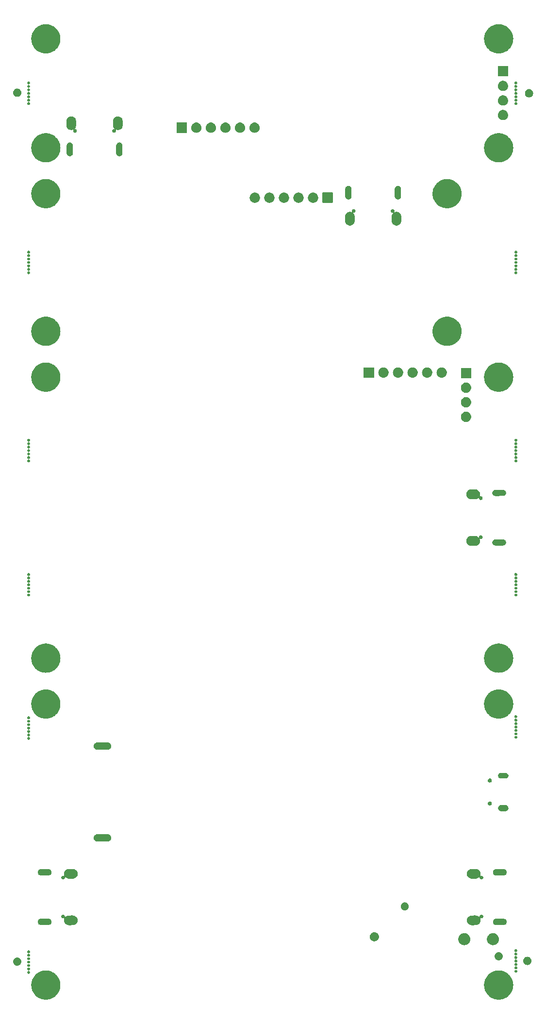
<source format=gbr>
%TF.GenerationSoftware,KiCad,Pcbnew,8.0.3*%
%TF.CreationDate,2024-07-18T08:21:33+12:00*%
%TF.ProjectId,Batch 1,42617463-6820-4312-9e6b-696361645f70,rev?*%
%TF.SameCoordinates,Original*%
%TF.FileFunction,Soldermask,Bot*%
%TF.FilePolarity,Negative*%
%FSLAX46Y46*%
G04 Gerber Fmt 4.6, Leading zero omitted, Abs format (unit mm)*
G04 Created by KiCad (PCBNEW 8.0.3) date 2024-07-18 08:21:33*
%MOMM*%
%LPD*%
G01*
G04 APERTURE LIST*
G04 APERTURE END LIST*
G36*
X20081242Y-179455034D02*
G01*
X20160118Y-179455034D01*
X20232578Y-179464187D01*
X20307355Y-179468711D01*
X20393844Y-179484560D01*
X20477824Y-179495170D01*
X20542867Y-179511870D01*
X20610225Y-179524214D01*
X20700472Y-179552336D01*
X20787995Y-179574808D01*
X20844937Y-179597353D01*
X20904200Y-179615820D01*
X20996501Y-179657361D01*
X21085739Y-179692693D01*
X21134196Y-179719332D01*
X21184990Y-179742193D01*
X21277448Y-179798086D01*
X21366360Y-179846966D01*
X21406269Y-179875961D01*
X21448503Y-179901493D01*
X21539052Y-179972433D01*
X21625433Y-180035193D01*
X21657024Y-180064859D01*
X21690887Y-180091389D01*
X21777361Y-180177863D01*
X21858872Y-180254407D01*
X21882660Y-180283162D01*
X21908614Y-180309116D01*
X21988765Y-180411421D01*
X22062995Y-180501150D01*
X22079760Y-180527567D01*
X22098510Y-180551500D01*
X22170050Y-180669842D01*
X22234584Y-180771530D01*
X22245334Y-180794376D01*
X22257810Y-180815013D01*
X22318494Y-180949847D01*
X22370932Y-181061284D01*
X22376863Y-181079540D01*
X22384183Y-181095803D01*
X22431838Y-181248734D01*
X22469889Y-181365843D01*
X22472348Y-181378738D01*
X22475789Y-181389778D01*
X22508378Y-181567614D01*
X22529894Y-181680402D01*
X22530336Y-181687433D01*
X22531292Y-181692648D01*
X22546919Y-181951008D01*
X22550002Y-182000002D01*
X22546919Y-182048999D01*
X22531292Y-182307355D01*
X22530336Y-182312569D01*
X22529894Y-182319602D01*
X22508374Y-182432413D01*
X22475789Y-182610225D01*
X22472349Y-182621263D01*
X22469889Y-182634161D01*
X22431830Y-182751293D01*
X22384183Y-182904200D01*
X22376865Y-182920459D01*
X22370932Y-182938720D01*
X22318483Y-183050177D01*
X22257810Y-183184990D01*
X22245336Y-183205622D01*
X22234584Y-183228474D01*
X22170038Y-183330181D01*
X22098510Y-183448503D01*
X22079763Y-183472430D01*
X22062995Y-183498854D01*
X21988750Y-183588599D01*
X21908614Y-183690887D01*
X21882665Y-183716835D01*
X21858872Y-183745597D01*
X21777344Y-183822156D01*
X21690887Y-183908614D01*
X21657030Y-183935138D01*
X21625433Y-183964811D01*
X21539034Y-184027582D01*
X21448503Y-184098510D01*
X21406277Y-184124036D01*
X21366360Y-184153038D01*
X21277430Y-184201927D01*
X21184990Y-184257810D01*
X21134206Y-184280665D01*
X21085739Y-184307311D01*
X20996483Y-184342649D01*
X20904200Y-184384183D01*
X20844949Y-184402646D01*
X20787995Y-184425196D01*
X20700454Y-184447672D01*
X20610225Y-184475789D01*
X20542881Y-184488130D01*
X20477824Y-184504834D01*
X20393827Y-184515445D01*
X20307355Y-184531292D01*
X20232593Y-184535814D01*
X20160118Y-184544970D01*
X20081225Y-184544970D01*
X20000002Y-184549883D01*
X19918778Y-184544970D01*
X19839886Y-184544970D01*
X19767411Y-184535814D01*
X19692648Y-184531292D01*
X19606173Y-184515444D01*
X19522180Y-184504834D01*
X19457125Y-184488130D01*
X19389778Y-184475789D01*
X19299544Y-184447671D01*
X19212009Y-184425196D01*
X19155058Y-184402647D01*
X19095803Y-184384183D01*
X19003512Y-184342646D01*
X18914265Y-184307311D01*
X18865802Y-184280668D01*
X18815013Y-184257810D01*
X18722562Y-184201921D01*
X18633644Y-184153038D01*
X18593731Y-184124040D01*
X18551500Y-184098510D01*
X18460955Y-184027572D01*
X18374571Y-183964811D01*
X18342978Y-183935143D01*
X18309116Y-183908614D01*
X18222642Y-183822140D01*
X18141132Y-183745597D01*
X18117343Y-183716841D01*
X18091389Y-183690887D01*
X18011234Y-183588577D01*
X17937009Y-183498854D01*
X17920244Y-183472437D01*
X17901493Y-183448503D01*
X17829944Y-183330148D01*
X17765420Y-183228474D01*
X17754670Y-183205630D01*
X17742193Y-183184990D01*
X17681497Y-183050129D01*
X17629072Y-182938720D01*
X17623141Y-182920467D01*
X17615820Y-182904200D01*
X17568149Y-182751218D01*
X17530115Y-182634161D01*
X17527656Y-182621271D01*
X17524214Y-182610225D01*
X17491604Y-182432280D01*
X17470110Y-182319602D01*
X17469668Y-182312577D01*
X17468711Y-182307355D01*
X17453058Y-182048587D01*
X17450002Y-182000002D01*
X17453058Y-181951420D01*
X17468711Y-181692648D01*
X17469668Y-181687425D01*
X17470110Y-181680402D01*
X17491599Y-181567747D01*
X17524214Y-181389778D01*
X17527656Y-181378729D01*
X17530115Y-181365843D01*
X17568141Y-181248809D01*
X17615820Y-181095803D01*
X17623142Y-181079532D01*
X17629072Y-181061284D01*
X17681486Y-180949896D01*
X17742193Y-180815013D01*
X17754672Y-180794369D01*
X17765420Y-180771530D01*
X17829932Y-180669875D01*
X17901493Y-180551500D01*
X17920247Y-180527561D01*
X17937009Y-180501150D01*
X18011219Y-180411444D01*
X18091389Y-180309116D01*
X18117347Y-180283157D01*
X18141132Y-180254407D01*
X18222626Y-180177878D01*
X18309116Y-180091389D01*
X18342984Y-180064854D01*
X18374571Y-180035193D01*
X18460938Y-179972443D01*
X18551500Y-179901493D01*
X18593739Y-179875958D01*
X18633644Y-179846966D01*
X18722544Y-179798092D01*
X18815013Y-179742193D01*
X18865812Y-179719330D01*
X18914265Y-179692693D01*
X19003494Y-179657364D01*
X19095803Y-179615820D01*
X19155069Y-179597351D01*
X19212009Y-179574808D01*
X19299526Y-179552337D01*
X19389778Y-179524214D01*
X19457138Y-179511869D01*
X19522180Y-179495170D01*
X19606155Y-179484561D01*
X19692648Y-179468711D01*
X19767426Y-179464187D01*
X19839886Y-179455034D01*
X19918762Y-179455034D01*
X20000002Y-179450120D01*
X20081242Y-179455034D01*
G37*
G36*
X99081242Y-179455034D02*
G01*
X99160118Y-179455034D01*
X99232578Y-179464187D01*
X99307355Y-179468711D01*
X99393844Y-179484560D01*
X99477824Y-179495170D01*
X99542867Y-179511870D01*
X99610225Y-179524214D01*
X99700472Y-179552336D01*
X99787995Y-179574808D01*
X99844937Y-179597353D01*
X99904200Y-179615820D01*
X99996501Y-179657361D01*
X100085739Y-179692693D01*
X100134196Y-179719332D01*
X100184990Y-179742193D01*
X100277448Y-179798086D01*
X100366360Y-179846966D01*
X100406269Y-179875961D01*
X100448503Y-179901493D01*
X100539052Y-179972433D01*
X100625433Y-180035193D01*
X100657024Y-180064859D01*
X100690887Y-180091389D01*
X100777361Y-180177863D01*
X100858872Y-180254407D01*
X100882660Y-180283162D01*
X100908614Y-180309116D01*
X100988765Y-180411421D01*
X101062995Y-180501150D01*
X101079760Y-180527567D01*
X101098510Y-180551500D01*
X101170050Y-180669842D01*
X101234584Y-180771530D01*
X101245334Y-180794376D01*
X101257810Y-180815013D01*
X101318494Y-180949847D01*
X101370932Y-181061284D01*
X101376863Y-181079540D01*
X101384183Y-181095803D01*
X101431838Y-181248734D01*
X101469889Y-181365843D01*
X101472348Y-181378738D01*
X101475789Y-181389778D01*
X101508378Y-181567614D01*
X101529894Y-181680402D01*
X101530336Y-181687433D01*
X101531292Y-181692648D01*
X101546919Y-181951008D01*
X101550002Y-182000002D01*
X101546919Y-182048999D01*
X101531292Y-182307355D01*
X101530336Y-182312569D01*
X101529894Y-182319602D01*
X101508374Y-182432413D01*
X101475789Y-182610225D01*
X101472349Y-182621263D01*
X101469889Y-182634161D01*
X101431830Y-182751293D01*
X101384183Y-182904200D01*
X101376865Y-182920459D01*
X101370932Y-182938720D01*
X101318483Y-183050177D01*
X101257810Y-183184990D01*
X101245336Y-183205622D01*
X101234584Y-183228474D01*
X101170038Y-183330181D01*
X101098510Y-183448503D01*
X101079763Y-183472430D01*
X101062995Y-183498854D01*
X100988750Y-183588599D01*
X100908614Y-183690887D01*
X100882665Y-183716835D01*
X100858872Y-183745597D01*
X100777344Y-183822156D01*
X100690887Y-183908614D01*
X100657030Y-183935138D01*
X100625433Y-183964811D01*
X100539034Y-184027582D01*
X100448503Y-184098510D01*
X100406277Y-184124036D01*
X100366360Y-184153038D01*
X100277430Y-184201927D01*
X100184990Y-184257810D01*
X100134206Y-184280665D01*
X100085739Y-184307311D01*
X99996483Y-184342649D01*
X99904200Y-184384183D01*
X99844949Y-184402646D01*
X99787995Y-184425196D01*
X99700454Y-184447672D01*
X99610225Y-184475789D01*
X99542881Y-184488130D01*
X99477824Y-184504834D01*
X99393827Y-184515445D01*
X99307355Y-184531292D01*
X99232593Y-184535814D01*
X99160118Y-184544970D01*
X99081225Y-184544970D01*
X99000002Y-184549883D01*
X98918778Y-184544970D01*
X98839886Y-184544970D01*
X98767411Y-184535814D01*
X98692648Y-184531292D01*
X98606173Y-184515444D01*
X98522180Y-184504834D01*
X98457125Y-184488130D01*
X98389778Y-184475789D01*
X98299544Y-184447671D01*
X98212009Y-184425196D01*
X98155058Y-184402647D01*
X98095803Y-184384183D01*
X98003512Y-184342646D01*
X97914265Y-184307311D01*
X97865802Y-184280668D01*
X97815013Y-184257810D01*
X97722562Y-184201921D01*
X97633644Y-184153038D01*
X97593731Y-184124040D01*
X97551500Y-184098510D01*
X97460955Y-184027572D01*
X97374571Y-183964811D01*
X97342978Y-183935143D01*
X97309116Y-183908614D01*
X97222642Y-183822140D01*
X97141132Y-183745597D01*
X97117343Y-183716841D01*
X97091389Y-183690887D01*
X97011234Y-183588577D01*
X96937009Y-183498854D01*
X96920244Y-183472437D01*
X96901493Y-183448503D01*
X96829944Y-183330148D01*
X96765420Y-183228474D01*
X96754670Y-183205630D01*
X96742193Y-183184990D01*
X96681497Y-183050129D01*
X96629072Y-182938720D01*
X96623141Y-182920467D01*
X96615820Y-182904200D01*
X96568149Y-182751218D01*
X96530115Y-182634161D01*
X96527656Y-182621271D01*
X96524214Y-182610225D01*
X96491604Y-182432280D01*
X96470110Y-182319602D01*
X96469668Y-182312577D01*
X96468711Y-182307355D01*
X96453058Y-182048587D01*
X96450002Y-182000002D01*
X96453058Y-181951420D01*
X96468711Y-181692648D01*
X96469668Y-181687425D01*
X96470110Y-181680402D01*
X96491599Y-181567747D01*
X96524214Y-181389778D01*
X96527656Y-181378729D01*
X96530115Y-181365843D01*
X96568141Y-181248809D01*
X96615820Y-181095803D01*
X96623142Y-181079532D01*
X96629072Y-181061284D01*
X96681486Y-180949896D01*
X96742193Y-180815013D01*
X96754672Y-180794369D01*
X96765420Y-180771530D01*
X96829932Y-180669875D01*
X96901493Y-180551500D01*
X96920247Y-180527561D01*
X96937009Y-180501150D01*
X97011219Y-180411444D01*
X97091389Y-180309116D01*
X97117347Y-180283157D01*
X97141132Y-180254407D01*
X97222626Y-180177878D01*
X97309116Y-180091389D01*
X97342984Y-180064854D01*
X97374571Y-180035193D01*
X97460938Y-179972443D01*
X97551500Y-179901493D01*
X97593739Y-179875958D01*
X97633644Y-179846966D01*
X97722544Y-179798092D01*
X97815013Y-179742193D01*
X97865812Y-179719330D01*
X97914265Y-179692693D01*
X98003494Y-179657364D01*
X98095803Y-179615820D01*
X98155069Y-179597351D01*
X98212009Y-179574808D01*
X98299526Y-179552337D01*
X98389778Y-179524214D01*
X98457138Y-179511869D01*
X98522180Y-179495170D01*
X98606155Y-179484561D01*
X98692648Y-179468711D01*
X98767426Y-179464187D01*
X98839886Y-179455034D01*
X98918762Y-179455034D01*
X99000002Y-179450120D01*
X99081242Y-179455034D01*
G37*
G36*
X17024063Y-175954788D02*
G01*
X17043240Y-175954788D01*
X17066352Y-175963199D01*
X17095673Y-175969032D01*
X17111580Y-175979660D01*
X17124500Y-175984363D01*
X17147494Y-176003657D01*
X17176779Y-176023225D01*
X17184392Y-176034619D01*
X17190744Y-176039949D01*
X17208480Y-176070670D01*
X17230972Y-176104331D01*
X17232579Y-176112410D01*
X17233983Y-176114842D01*
X17241167Y-176155589D01*
X17250002Y-176200002D01*
X17241167Y-176244418D01*
X17233983Y-176285161D01*
X17232579Y-176287592D01*
X17230972Y-176295673D01*
X17208476Y-176329340D01*
X17190744Y-176360054D01*
X17184393Y-176365382D01*
X17176779Y-176376779D01*
X17147488Y-176396350D01*
X17124500Y-176415640D01*
X17111582Y-176420341D01*
X17095673Y-176430972D01*
X17066349Y-176436804D01*
X17017762Y-176454489D01*
X17017762Y-176545515D01*
X17066352Y-176563199D01*
X17095673Y-176569032D01*
X17111580Y-176579660D01*
X17124500Y-176584363D01*
X17147494Y-176603657D01*
X17176779Y-176623225D01*
X17184392Y-176634619D01*
X17190744Y-176639949D01*
X17208480Y-176670670D01*
X17230972Y-176704331D01*
X17232579Y-176712410D01*
X17233983Y-176714842D01*
X17241167Y-176755589D01*
X17250002Y-176800002D01*
X17241167Y-176844418D01*
X17233983Y-176885161D01*
X17232579Y-176887592D01*
X17230972Y-176895673D01*
X17208476Y-176929340D01*
X17190744Y-176960054D01*
X17184393Y-176965382D01*
X17176779Y-176976779D01*
X17147488Y-176996350D01*
X17124500Y-177015640D01*
X17111582Y-177020341D01*
X17095673Y-177030972D01*
X17066349Y-177036804D01*
X17017762Y-177054489D01*
X17017762Y-177145515D01*
X17066352Y-177163199D01*
X17095673Y-177169032D01*
X17111580Y-177179660D01*
X17124500Y-177184363D01*
X17147494Y-177203657D01*
X17176779Y-177223225D01*
X17184392Y-177234619D01*
X17190744Y-177239949D01*
X17208480Y-177270670D01*
X17230972Y-177304331D01*
X17232579Y-177312410D01*
X17233983Y-177314842D01*
X17241167Y-177355589D01*
X17250002Y-177400002D01*
X17241167Y-177444418D01*
X17233983Y-177485161D01*
X17232579Y-177487592D01*
X17230972Y-177495673D01*
X17208476Y-177529340D01*
X17190744Y-177560054D01*
X17184393Y-177565382D01*
X17176779Y-177576779D01*
X17147488Y-177596350D01*
X17124500Y-177615640D01*
X17111582Y-177620341D01*
X17095673Y-177630972D01*
X17066349Y-177636804D01*
X17017762Y-177654489D01*
X17017762Y-177745515D01*
X17066352Y-177763199D01*
X17095673Y-177769032D01*
X17111580Y-177779660D01*
X17124500Y-177784363D01*
X17147494Y-177803657D01*
X17176779Y-177823225D01*
X17184392Y-177834619D01*
X17190744Y-177839949D01*
X17208480Y-177870670D01*
X17230972Y-177904331D01*
X17232579Y-177912410D01*
X17233983Y-177914842D01*
X17241167Y-177955589D01*
X17250002Y-178000002D01*
X17241167Y-178044418D01*
X17233983Y-178085161D01*
X17232579Y-178087592D01*
X17230972Y-178095673D01*
X17208476Y-178129340D01*
X17190744Y-178160054D01*
X17184393Y-178165382D01*
X17176779Y-178176779D01*
X17147488Y-178196350D01*
X17124500Y-178215640D01*
X17111582Y-178220341D01*
X17095673Y-178230972D01*
X17066349Y-178236804D01*
X17017762Y-178254489D01*
X17017762Y-178345515D01*
X17066352Y-178363199D01*
X17095673Y-178369032D01*
X17111580Y-178379660D01*
X17124500Y-178384363D01*
X17147494Y-178403657D01*
X17176779Y-178423225D01*
X17184392Y-178434619D01*
X17190744Y-178439949D01*
X17208480Y-178470670D01*
X17230972Y-178504331D01*
X17232579Y-178512410D01*
X17233983Y-178514842D01*
X17241167Y-178555589D01*
X17250002Y-178600002D01*
X17241167Y-178644418D01*
X17233983Y-178685161D01*
X17232579Y-178687592D01*
X17230972Y-178695673D01*
X17208476Y-178729340D01*
X17190744Y-178760054D01*
X17184393Y-178765382D01*
X17176779Y-178776779D01*
X17147488Y-178796350D01*
X17124500Y-178815640D01*
X17111582Y-178820341D01*
X17095673Y-178830972D01*
X17066349Y-178836804D01*
X17017762Y-178854489D01*
X17017762Y-178945515D01*
X17066352Y-178963199D01*
X17095673Y-178969032D01*
X17111580Y-178979660D01*
X17124500Y-178984363D01*
X17147494Y-179003657D01*
X17176779Y-179023225D01*
X17184392Y-179034619D01*
X17190744Y-179039949D01*
X17208480Y-179070670D01*
X17230972Y-179104331D01*
X17232579Y-179112410D01*
X17233983Y-179114842D01*
X17241167Y-179155589D01*
X17250002Y-179200002D01*
X17241167Y-179244418D01*
X17233983Y-179285161D01*
X17232579Y-179287592D01*
X17230972Y-179295673D01*
X17208476Y-179329340D01*
X17190744Y-179360054D01*
X17184393Y-179365382D01*
X17176779Y-179376779D01*
X17147488Y-179396350D01*
X17124500Y-179415640D01*
X17111582Y-179420341D01*
X17095673Y-179430972D01*
X17066349Y-179436804D01*
X17017762Y-179454489D01*
X17017762Y-179545515D01*
X17066352Y-179563199D01*
X17095673Y-179569032D01*
X17111580Y-179579660D01*
X17124500Y-179584363D01*
X17147494Y-179603657D01*
X17176779Y-179623225D01*
X17184392Y-179634619D01*
X17190744Y-179639949D01*
X17208480Y-179670670D01*
X17230972Y-179704331D01*
X17232579Y-179712410D01*
X17233983Y-179714842D01*
X17241167Y-179755589D01*
X17250002Y-179800002D01*
X17241167Y-179844418D01*
X17233983Y-179885161D01*
X17232579Y-179887592D01*
X17230972Y-179895673D01*
X17208476Y-179929340D01*
X17190744Y-179960054D01*
X17184393Y-179965382D01*
X17176779Y-179976779D01*
X17147488Y-179996350D01*
X17124500Y-180015640D01*
X17111582Y-180020341D01*
X17095673Y-180030972D01*
X17066350Y-180036804D01*
X17043240Y-180045216D01*
X17024063Y-180045216D01*
X17000002Y-180050002D01*
X16975941Y-180045216D01*
X16956764Y-180045216D01*
X16933653Y-180036804D01*
X16904331Y-180030972D01*
X16888422Y-180020342D01*
X16875503Y-180015640D01*
X16852510Y-179996347D01*
X16823225Y-179976779D01*
X16815611Y-179965384D01*
X16809259Y-179960054D01*
X16791520Y-179929329D01*
X16769032Y-179895673D01*
X16767425Y-179887594D01*
X16766020Y-179885161D01*
X16758828Y-179844373D01*
X16750002Y-179800002D01*
X16758827Y-179755634D01*
X16766020Y-179714842D01*
X16767425Y-179712407D01*
X16769032Y-179704331D01*
X16791515Y-179670681D01*
X16809259Y-179639949D01*
X16815612Y-179634617D01*
X16823225Y-179623225D01*
X16852508Y-179603658D01*
X16875504Y-179584363D01*
X16888424Y-179579660D01*
X16904331Y-179569032D01*
X16933650Y-179563200D01*
X16982241Y-179545515D01*
X16982241Y-179454489D01*
X16933652Y-179436804D01*
X16904331Y-179430972D01*
X16888422Y-179420342D01*
X16875503Y-179415640D01*
X16852510Y-179396347D01*
X16823225Y-179376779D01*
X16815611Y-179365384D01*
X16809259Y-179360054D01*
X16791520Y-179329329D01*
X16769032Y-179295673D01*
X16767425Y-179287594D01*
X16766020Y-179285161D01*
X16758828Y-179244373D01*
X16750002Y-179200002D01*
X16758827Y-179155634D01*
X16766020Y-179114842D01*
X16767425Y-179112407D01*
X16769032Y-179104331D01*
X16791515Y-179070681D01*
X16809259Y-179039949D01*
X16815612Y-179034617D01*
X16823225Y-179023225D01*
X16852508Y-179003658D01*
X16875504Y-178984363D01*
X16888424Y-178979660D01*
X16904331Y-178969032D01*
X16933650Y-178963200D01*
X16982241Y-178945515D01*
X16982241Y-178854489D01*
X16933652Y-178836804D01*
X16904331Y-178830972D01*
X16888422Y-178820342D01*
X16875503Y-178815640D01*
X16852510Y-178796347D01*
X16823225Y-178776779D01*
X16815611Y-178765384D01*
X16809259Y-178760054D01*
X16791520Y-178729329D01*
X16769032Y-178695673D01*
X16767425Y-178687594D01*
X16766020Y-178685161D01*
X16758828Y-178644373D01*
X16750002Y-178600002D01*
X16758827Y-178555634D01*
X16766020Y-178514842D01*
X16767425Y-178512407D01*
X16769032Y-178504331D01*
X16791515Y-178470681D01*
X16809259Y-178439949D01*
X16815612Y-178434617D01*
X16823225Y-178423225D01*
X16852508Y-178403658D01*
X16875504Y-178384363D01*
X16888424Y-178379660D01*
X16904331Y-178369032D01*
X16933650Y-178363200D01*
X16982241Y-178345515D01*
X16982241Y-178254489D01*
X16933652Y-178236804D01*
X16904331Y-178230972D01*
X16888422Y-178220342D01*
X16875503Y-178215640D01*
X16852510Y-178196347D01*
X16823225Y-178176779D01*
X16815611Y-178165384D01*
X16809259Y-178160054D01*
X16791520Y-178129329D01*
X16769032Y-178095673D01*
X16767425Y-178087594D01*
X16766020Y-178085161D01*
X16758828Y-178044373D01*
X16750002Y-178000002D01*
X16758827Y-177955634D01*
X16766020Y-177914842D01*
X16767425Y-177912407D01*
X16769032Y-177904331D01*
X16791515Y-177870681D01*
X16809259Y-177839949D01*
X16815612Y-177834617D01*
X16823225Y-177823225D01*
X16852508Y-177803658D01*
X16875504Y-177784363D01*
X16888424Y-177779660D01*
X16904331Y-177769032D01*
X16933650Y-177763200D01*
X16982241Y-177745515D01*
X16982241Y-177654489D01*
X16933652Y-177636804D01*
X16904331Y-177630972D01*
X16888422Y-177620342D01*
X16875503Y-177615640D01*
X16852510Y-177596347D01*
X16823225Y-177576779D01*
X16815611Y-177565384D01*
X16809259Y-177560054D01*
X16791520Y-177529329D01*
X16769032Y-177495673D01*
X16767425Y-177487594D01*
X16766020Y-177485161D01*
X16758828Y-177444373D01*
X16750002Y-177400002D01*
X16758827Y-177355634D01*
X16766020Y-177314842D01*
X16767425Y-177312407D01*
X16769032Y-177304331D01*
X16791515Y-177270681D01*
X16809259Y-177239949D01*
X16815612Y-177234617D01*
X16823225Y-177223225D01*
X16852508Y-177203658D01*
X16875504Y-177184363D01*
X16888424Y-177179660D01*
X16904331Y-177169032D01*
X16933650Y-177163200D01*
X16982241Y-177145515D01*
X16982241Y-177054489D01*
X16933652Y-177036804D01*
X16904331Y-177030972D01*
X16888422Y-177020342D01*
X16875503Y-177015640D01*
X16852510Y-176996347D01*
X16823225Y-176976779D01*
X16815611Y-176965384D01*
X16809259Y-176960054D01*
X16791520Y-176929329D01*
X16769032Y-176895673D01*
X16767425Y-176887594D01*
X16766020Y-176885161D01*
X16758828Y-176844373D01*
X16750002Y-176800002D01*
X16758827Y-176755634D01*
X16766020Y-176714842D01*
X16767425Y-176712407D01*
X16769032Y-176704331D01*
X16791515Y-176670681D01*
X16809259Y-176639949D01*
X16815612Y-176634617D01*
X16823225Y-176623225D01*
X16852508Y-176603658D01*
X16875504Y-176584363D01*
X16888424Y-176579660D01*
X16904331Y-176569032D01*
X16933650Y-176563200D01*
X16982241Y-176545515D01*
X16982241Y-176454489D01*
X16933652Y-176436804D01*
X16904331Y-176430972D01*
X16888422Y-176420342D01*
X16875503Y-176415640D01*
X16852510Y-176396347D01*
X16823225Y-176376779D01*
X16815611Y-176365384D01*
X16809259Y-176360054D01*
X16791520Y-176329329D01*
X16769032Y-176295673D01*
X16767425Y-176287594D01*
X16766020Y-176285161D01*
X16758828Y-176244373D01*
X16750002Y-176200002D01*
X16758827Y-176155634D01*
X16766020Y-176114842D01*
X16767425Y-176112407D01*
X16769032Y-176104331D01*
X16791515Y-176070681D01*
X16809259Y-176039949D01*
X16815612Y-176034617D01*
X16823225Y-176023225D01*
X16852508Y-176003658D01*
X16875504Y-175984363D01*
X16888423Y-175979660D01*
X16904331Y-175969032D01*
X16933651Y-175963199D01*
X16956764Y-175954788D01*
X16975941Y-175954788D01*
X17000002Y-175950002D01*
X17024063Y-175954788D01*
G37*
G36*
X102024063Y-175754788D02*
G01*
X102043240Y-175754788D01*
X102066352Y-175763199D01*
X102095673Y-175769032D01*
X102111580Y-175779660D01*
X102124500Y-175784363D01*
X102147494Y-175803657D01*
X102176779Y-175823225D01*
X102184392Y-175834619D01*
X102190744Y-175839949D01*
X102208480Y-175870670D01*
X102230972Y-175904331D01*
X102232579Y-175912410D01*
X102233983Y-175914842D01*
X102241167Y-175955589D01*
X102250002Y-176000002D01*
X102241167Y-176044418D01*
X102233983Y-176085161D01*
X102232579Y-176087592D01*
X102230972Y-176095673D01*
X102208476Y-176129340D01*
X102190744Y-176160054D01*
X102184393Y-176165382D01*
X102176779Y-176176779D01*
X102147488Y-176196350D01*
X102124500Y-176215640D01*
X102111582Y-176220341D01*
X102095673Y-176230972D01*
X102066349Y-176236804D01*
X102017762Y-176254489D01*
X102017762Y-176345515D01*
X102066352Y-176363199D01*
X102095673Y-176369032D01*
X102111580Y-176379660D01*
X102124500Y-176384363D01*
X102147494Y-176403657D01*
X102176779Y-176423225D01*
X102184392Y-176434619D01*
X102190744Y-176439949D01*
X102208480Y-176470670D01*
X102230972Y-176504331D01*
X102232579Y-176512410D01*
X102233983Y-176514842D01*
X102241167Y-176555589D01*
X102250002Y-176600002D01*
X102241167Y-176644418D01*
X102233983Y-176685161D01*
X102232579Y-176687592D01*
X102230972Y-176695673D01*
X102208476Y-176729340D01*
X102190744Y-176760054D01*
X102184393Y-176765382D01*
X102176779Y-176776779D01*
X102147488Y-176796350D01*
X102124500Y-176815640D01*
X102111582Y-176820341D01*
X102095673Y-176830972D01*
X102066349Y-176836804D01*
X102017762Y-176854489D01*
X102017762Y-176945515D01*
X102066352Y-176963199D01*
X102095673Y-176969032D01*
X102111580Y-176979660D01*
X102124500Y-176984363D01*
X102147494Y-177003657D01*
X102176779Y-177023225D01*
X102184392Y-177034619D01*
X102190744Y-177039949D01*
X102208480Y-177070670D01*
X102230972Y-177104331D01*
X102232579Y-177112410D01*
X102233983Y-177114842D01*
X102241167Y-177155589D01*
X102250002Y-177200002D01*
X102241167Y-177244418D01*
X102233983Y-177285161D01*
X102232579Y-177287592D01*
X102230972Y-177295673D01*
X102208476Y-177329340D01*
X102190744Y-177360054D01*
X102184393Y-177365382D01*
X102176779Y-177376779D01*
X102147488Y-177396350D01*
X102124500Y-177415640D01*
X102111582Y-177420341D01*
X102095673Y-177430972D01*
X102066349Y-177436804D01*
X102017762Y-177454489D01*
X102017762Y-177545515D01*
X102066352Y-177563199D01*
X102095673Y-177569032D01*
X102111580Y-177579660D01*
X102124500Y-177584363D01*
X102147494Y-177603657D01*
X102176779Y-177623225D01*
X102184392Y-177634619D01*
X102190744Y-177639949D01*
X102208480Y-177670670D01*
X102230972Y-177704331D01*
X102232579Y-177712410D01*
X102233983Y-177714842D01*
X102241167Y-177755589D01*
X102250002Y-177800002D01*
X102241167Y-177844418D01*
X102233983Y-177885161D01*
X102232579Y-177887592D01*
X102230972Y-177895673D01*
X102208476Y-177929340D01*
X102190744Y-177960054D01*
X102184393Y-177965382D01*
X102176779Y-177976779D01*
X102147488Y-177996350D01*
X102124500Y-178015640D01*
X102111582Y-178020341D01*
X102095673Y-178030972D01*
X102066349Y-178036804D01*
X102017762Y-178054489D01*
X102017762Y-178145515D01*
X102066352Y-178163199D01*
X102095673Y-178169032D01*
X102111580Y-178179660D01*
X102124500Y-178184363D01*
X102147494Y-178203657D01*
X102176779Y-178223225D01*
X102184392Y-178234619D01*
X102190744Y-178239949D01*
X102208480Y-178270670D01*
X102230972Y-178304331D01*
X102232579Y-178312410D01*
X102233983Y-178314842D01*
X102241167Y-178355589D01*
X102250002Y-178400002D01*
X102241167Y-178444418D01*
X102233983Y-178485161D01*
X102232579Y-178487592D01*
X102230972Y-178495673D01*
X102208476Y-178529340D01*
X102190744Y-178560054D01*
X102184393Y-178565382D01*
X102176779Y-178576779D01*
X102147488Y-178596350D01*
X102124500Y-178615640D01*
X102111582Y-178620341D01*
X102095673Y-178630972D01*
X102066349Y-178636804D01*
X102017762Y-178654489D01*
X102017762Y-178745515D01*
X102066352Y-178763199D01*
X102095673Y-178769032D01*
X102111580Y-178779660D01*
X102124500Y-178784363D01*
X102147494Y-178803657D01*
X102176779Y-178823225D01*
X102184392Y-178834619D01*
X102190744Y-178839949D01*
X102208480Y-178870670D01*
X102230972Y-178904331D01*
X102232579Y-178912410D01*
X102233983Y-178914842D01*
X102241167Y-178955589D01*
X102250002Y-179000002D01*
X102241167Y-179044418D01*
X102233983Y-179085161D01*
X102232579Y-179087592D01*
X102230972Y-179095673D01*
X102208476Y-179129340D01*
X102190744Y-179160054D01*
X102184393Y-179165382D01*
X102176779Y-179176779D01*
X102147488Y-179196350D01*
X102124500Y-179215640D01*
X102111582Y-179220341D01*
X102095673Y-179230972D01*
X102066349Y-179236804D01*
X102017762Y-179254489D01*
X102017762Y-179345515D01*
X102066352Y-179363199D01*
X102095673Y-179369032D01*
X102111580Y-179379660D01*
X102124500Y-179384363D01*
X102147494Y-179403657D01*
X102176779Y-179423225D01*
X102184392Y-179434619D01*
X102190744Y-179439949D01*
X102208480Y-179470670D01*
X102230972Y-179504331D01*
X102232579Y-179512410D01*
X102233983Y-179514842D01*
X102241167Y-179555589D01*
X102250002Y-179600002D01*
X102241167Y-179644418D01*
X102233983Y-179685161D01*
X102232579Y-179687592D01*
X102230972Y-179695673D01*
X102208476Y-179729340D01*
X102190744Y-179760054D01*
X102184393Y-179765382D01*
X102176779Y-179776779D01*
X102147488Y-179796350D01*
X102124500Y-179815640D01*
X102111582Y-179820341D01*
X102095673Y-179830972D01*
X102066350Y-179836804D01*
X102043240Y-179845216D01*
X102024063Y-179845216D01*
X102000002Y-179850002D01*
X101975941Y-179845216D01*
X101956764Y-179845216D01*
X101933653Y-179836804D01*
X101904331Y-179830972D01*
X101888422Y-179820342D01*
X101875503Y-179815640D01*
X101852510Y-179796347D01*
X101823225Y-179776779D01*
X101815611Y-179765384D01*
X101809259Y-179760054D01*
X101791520Y-179729329D01*
X101769032Y-179695673D01*
X101767425Y-179687594D01*
X101766020Y-179685161D01*
X101758828Y-179644373D01*
X101750002Y-179600002D01*
X101758827Y-179555634D01*
X101766020Y-179514842D01*
X101767425Y-179512407D01*
X101769032Y-179504331D01*
X101791515Y-179470681D01*
X101809259Y-179439949D01*
X101815612Y-179434617D01*
X101823225Y-179423225D01*
X101852508Y-179403658D01*
X101875504Y-179384363D01*
X101888424Y-179379660D01*
X101904331Y-179369032D01*
X101933650Y-179363200D01*
X101982241Y-179345515D01*
X101982241Y-179254489D01*
X101933652Y-179236804D01*
X101904331Y-179230972D01*
X101888422Y-179220342D01*
X101875503Y-179215640D01*
X101852510Y-179196347D01*
X101823225Y-179176779D01*
X101815611Y-179165384D01*
X101809259Y-179160054D01*
X101791520Y-179129329D01*
X101769032Y-179095673D01*
X101767425Y-179087594D01*
X101766020Y-179085161D01*
X101758828Y-179044373D01*
X101750002Y-179000002D01*
X101758827Y-178955634D01*
X101766020Y-178914842D01*
X101767425Y-178912407D01*
X101769032Y-178904331D01*
X101791515Y-178870681D01*
X101809259Y-178839949D01*
X101815612Y-178834617D01*
X101823225Y-178823225D01*
X101852508Y-178803658D01*
X101875504Y-178784363D01*
X101888424Y-178779660D01*
X101904331Y-178769032D01*
X101933650Y-178763200D01*
X101982241Y-178745515D01*
X101982241Y-178654489D01*
X101933652Y-178636804D01*
X101904331Y-178630972D01*
X101888422Y-178620342D01*
X101875503Y-178615640D01*
X101852510Y-178596347D01*
X101823225Y-178576779D01*
X101815611Y-178565384D01*
X101809259Y-178560054D01*
X101791520Y-178529329D01*
X101769032Y-178495673D01*
X101767425Y-178487594D01*
X101766020Y-178485161D01*
X101758828Y-178444373D01*
X101750002Y-178400002D01*
X101758827Y-178355634D01*
X101766020Y-178314842D01*
X101767425Y-178312407D01*
X101769032Y-178304331D01*
X101791515Y-178270681D01*
X101809259Y-178239949D01*
X101815612Y-178234617D01*
X101823225Y-178223225D01*
X101852508Y-178203658D01*
X101875504Y-178184363D01*
X101888424Y-178179660D01*
X101904331Y-178169032D01*
X101933650Y-178163200D01*
X101982241Y-178145515D01*
X101982241Y-178054489D01*
X101933652Y-178036804D01*
X101904331Y-178030972D01*
X101888422Y-178020342D01*
X101875503Y-178015640D01*
X101852510Y-177996347D01*
X101823225Y-177976779D01*
X101815611Y-177965384D01*
X101809259Y-177960054D01*
X101791520Y-177929329D01*
X101769032Y-177895673D01*
X101767425Y-177887594D01*
X101766020Y-177885161D01*
X101758828Y-177844373D01*
X101750002Y-177800002D01*
X101758827Y-177755634D01*
X101766020Y-177714842D01*
X101767425Y-177712407D01*
X101769032Y-177704331D01*
X101791515Y-177670681D01*
X101809259Y-177639949D01*
X101815612Y-177634617D01*
X101823225Y-177623225D01*
X101852508Y-177603658D01*
X101875504Y-177584363D01*
X101888424Y-177579660D01*
X101904331Y-177569032D01*
X101933650Y-177563200D01*
X101982241Y-177545515D01*
X101982241Y-177454489D01*
X101933652Y-177436804D01*
X101904331Y-177430972D01*
X101888422Y-177420342D01*
X101875503Y-177415640D01*
X101852510Y-177396347D01*
X101823225Y-177376779D01*
X101815611Y-177365384D01*
X101809259Y-177360054D01*
X101791520Y-177329329D01*
X101769032Y-177295673D01*
X101767425Y-177287594D01*
X101766020Y-177285161D01*
X101758828Y-177244373D01*
X101750002Y-177200002D01*
X101758827Y-177155634D01*
X101766020Y-177114842D01*
X101767425Y-177112407D01*
X101769032Y-177104331D01*
X101791515Y-177070681D01*
X101809259Y-177039949D01*
X101815612Y-177034617D01*
X101823225Y-177023225D01*
X101852508Y-177003658D01*
X101875504Y-176984363D01*
X101888424Y-176979660D01*
X101904331Y-176969032D01*
X101933650Y-176963200D01*
X101982241Y-176945515D01*
X101982241Y-176854489D01*
X101933652Y-176836804D01*
X101904331Y-176830972D01*
X101888422Y-176820342D01*
X101875503Y-176815640D01*
X101852510Y-176796347D01*
X101823225Y-176776779D01*
X101815611Y-176765384D01*
X101809259Y-176760054D01*
X101791520Y-176729329D01*
X101769032Y-176695673D01*
X101767425Y-176687594D01*
X101766020Y-176685161D01*
X101758828Y-176644373D01*
X101750002Y-176600002D01*
X101758827Y-176555634D01*
X101766020Y-176514842D01*
X101767425Y-176512407D01*
X101769032Y-176504331D01*
X101791515Y-176470681D01*
X101809259Y-176439949D01*
X101815612Y-176434617D01*
X101823225Y-176423225D01*
X101852508Y-176403658D01*
X101875504Y-176384363D01*
X101888424Y-176379660D01*
X101904331Y-176369032D01*
X101933650Y-176363200D01*
X101982241Y-176345515D01*
X101982241Y-176254489D01*
X101933652Y-176236804D01*
X101904331Y-176230972D01*
X101888422Y-176220342D01*
X101875503Y-176215640D01*
X101852510Y-176196347D01*
X101823225Y-176176779D01*
X101815611Y-176165384D01*
X101809259Y-176160054D01*
X101791520Y-176129329D01*
X101769032Y-176095673D01*
X101767425Y-176087594D01*
X101766020Y-176085161D01*
X101758828Y-176044373D01*
X101750002Y-176000002D01*
X101758827Y-175955634D01*
X101766020Y-175914842D01*
X101767425Y-175912407D01*
X101769032Y-175904331D01*
X101791515Y-175870681D01*
X101809259Y-175839949D01*
X101815612Y-175834617D01*
X101823225Y-175823225D01*
X101852508Y-175803658D01*
X101875504Y-175784363D01*
X101888423Y-175779660D01*
X101904331Y-175769032D01*
X101933651Y-175763199D01*
X101956764Y-175754788D01*
X101975941Y-175754788D01*
X102000002Y-175750002D01*
X102024063Y-175754788D01*
G37*
G36*
X15161105Y-177194152D02*
G01*
X15314132Y-177247699D01*
X15451407Y-177333954D01*
X15566046Y-177448593D01*
X15652301Y-177585868D01*
X15705848Y-177738895D01*
X15724000Y-177900000D01*
X15705848Y-178061105D01*
X15652301Y-178214132D01*
X15566046Y-178351407D01*
X15451407Y-178466046D01*
X15314132Y-178552301D01*
X15161105Y-178605848D01*
X15000000Y-178624000D01*
X14838895Y-178605848D01*
X14685868Y-178552301D01*
X14548593Y-178466046D01*
X14433954Y-178351407D01*
X14347699Y-178214132D01*
X14294152Y-178061105D01*
X14276000Y-177900000D01*
X14294152Y-177738895D01*
X14347699Y-177585868D01*
X14433954Y-177448593D01*
X14548593Y-177333954D01*
X14685868Y-177247699D01*
X14838895Y-177194152D01*
X15000000Y-177176000D01*
X15161105Y-177194152D01*
G37*
G36*
X104161105Y-177094152D02*
G01*
X104314132Y-177147699D01*
X104451407Y-177233954D01*
X104566046Y-177348593D01*
X104652301Y-177485868D01*
X104705848Y-177638895D01*
X104724000Y-177800000D01*
X104705848Y-177961105D01*
X104652301Y-178114132D01*
X104566046Y-178251407D01*
X104451407Y-178366046D01*
X104314132Y-178452301D01*
X104161105Y-178505848D01*
X104000000Y-178524000D01*
X103838895Y-178505848D01*
X103685868Y-178452301D01*
X103548593Y-178366046D01*
X103433954Y-178251407D01*
X103347699Y-178114132D01*
X103294152Y-177961105D01*
X103276000Y-177800000D01*
X103294152Y-177638895D01*
X103347699Y-177485868D01*
X103433954Y-177348593D01*
X103548593Y-177233954D01*
X103685868Y-177147699D01*
X103838895Y-177094152D01*
X104000000Y-177076000D01*
X104161105Y-177094152D01*
G37*
G36*
X99161107Y-176294154D02*
G01*
X99314134Y-176347701D01*
X99451409Y-176433956D01*
X99566048Y-176548595D01*
X99652303Y-176685870D01*
X99705850Y-176838897D01*
X99724002Y-177000002D01*
X99705850Y-177161107D01*
X99652303Y-177314134D01*
X99566048Y-177451409D01*
X99451409Y-177566048D01*
X99314134Y-177652303D01*
X99161107Y-177705850D01*
X99000002Y-177724002D01*
X98838897Y-177705850D01*
X98685870Y-177652303D01*
X98548595Y-177566048D01*
X98433956Y-177451409D01*
X98347701Y-177314134D01*
X98294154Y-177161107D01*
X98276002Y-177000002D01*
X98294154Y-176838897D01*
X98347701Y-176685870D01*
X98433956Y-176548595D01*
X98548595Y-176433956D01*
X98685870Y-176347701D01*
X98838897Y-176294154D01*
X99000002Y-176276002D01*
X99161107Y-176294154D01*
G37*
G36*
X93048292Y-172954758D02*
G01*
X93096859Y-172954758D01*
X93150942Y-172964868D01*
X93204847Y-172970177D01*
X93245799Y-172982599D01*
X93287270Y-172990352D01*
X93344702Y-173012601D01*
X93401820Y-173029928D01*
X93434456Y-173047372D01*
X93467903Y-173060330D01*
X93526021Y-173096315D01*
X93583351Y-173126959D01*
X93607437Y-173146726D01*
X93632601Y-173162307D01*
X93688359Y-173213137D01*
X93742464Y-173257540D01*
X93758496Y-173277076D01*
X93775754Y-173292808D01*
X93825849Y-173359145D01*
X93873045Y-173416653D01*
X93882172Y-173433728D01*
X93892491Y-173447393D01*
X93933546Y-173529843D01*
X93970076Y-173598184D01*
X93973971Y-173611026D01*
X93978838Y-173620799D01*
X94007581Y-173721822D01*
X94029827Y-173795157D01*
X94030557Y-173802578D01*
X94031849Y-173807116D01*
X94045283Y-173952088D01*
X94050002Y-174000002D01*
X94045282Y-174047919D01*
X94031849Y-174192887D01*
X94030558Y-174197424D01*
X94029827Y-174204847D01*
X94007576Y-174278197D01*
X93978838Y-174379204D01*
X93973972Y-174388975D01*
X93970076Y-174401820D01*
X93933539Y-174470174D01*
X93892491Y-174552610D01*
X93882174Y-174566271D01*
X93873045Y-174583351D01*
X93825840Y-174640870D01*
X93775754Y-174707195D01*
X93758500Y-174722923D01*
X93742464Y-174742464D01*
X93688348Y-174786875D01*
X93632601Y-174837696D01*
X93607442Y-174853273D01*
X93583351Y-174873045D01*
X93526009Y-174903694D01*
X93467903Y-174939673D01*
X93434463Y-174952627D01*
X93401820Y-174970076D01*
X93344690Y-174987405D01*
X93287270Y-175009651D01*
X93245806Y-175017402D01*
X93204847Y-175029827D01*
X93150939Y-175035136D01*
X93096859Y-175045246D01*
X93048292Y-175045246D01*
X93000002Y-175050002D01*
X92951712Y-175045246D01*
X92903145Y-175045246D01*
X92849063Y-175035136D01*
X92795157Y-175029827D01*
X92754198Y-175017402D01*
X92712733Y-175009651D01*
X92655308Y-174987404D01*
X92598184Y-174970076D01*
X92565543Y-174952629D01*
X92532100Y-174939673D01*
X92473987Y-174903691D01*
X92416653Y-174873045D01*
X92392564Y-174853275D01*
X92367402Y-174837696D01*
X92311645Y-174786867D01*
X92257540Y-174742464D01*
X92241506Y-174722927D01*
X92224249Y-174707195D01*
X92174151Y-174640854D01*
X92126959Y-174583351D01*
X92117832Y-174566276D01*
X92107512Y-174552610D01*
X92066449Y-174470147D01*
X92029928Y-174401820D01*
X92026033Y-174388980D01*
X92021165Y-174379204D01*
X91992411Y-174278143D01*
X91970177Y-174204847D01*
X91969446Y-174197429D01*
X91968154Y-174192887D01*
X91954704Y-174047747D01*
X91950002Y-174000002D01*
X91954704Y-173952260D01*
X91968154Y-173807116D01*
X91969446Y-173802572D01*
X91970177Y-173795157D01*
X91992406Y-173721875D01*
X92021165Y-173620799D01*
X92026033Y-173611020D01*
X92029928Y-173598184D01*
X92066442Y-173529870D01*
X92107512Y-173447393D01*
X92117834Y-173433724D01*
X92126959Y-173416653D01*
X92174141Y-173359160D01*
X92224249Y-173292808D01*
X92241510Y-173277072D01*
X92257540Y-173257540D01*
X92311634Y-173213145D01*
X92367402Y-173162307D01*
X92392569Y-173146723D01*
X92416653Y-173126959D01*
X92473975Y-173096319D01*
X92532100Y-173060330D01*
X92565550Y-173047371D01*
X92598184Y-173029928D01*
X92655296Y-173012603D01*
X92712733Y-172990352D01*
X92754205Y-172982599D01*
X92795157Y-172970177D01*
X92849060Y-172964868D01*
X92903145Y-172954758D01*
X92951712Y-172954758D01*
X93000002Y-172950002D01*
X93048292Y-172954758D01*
G37*
G36*
X98048292Y-172954758D02*
G01*
X98096859Y-172954758D01*
X98150942Y-172964868D01*
X98204847Y-172970177D01*
X98245799Y-172982599D01*
X98287270Y-172990352D01*
X98344702Y-173012601D01*
X98401820Y-173029928D01*
X98434456Y-173047372D01*
X98467903Y-173060330D01*
X98526021Y-173096315D01*
X98583351Y-173126959D01*
X98607437Y-173146726D01*
X98632601Y-173162307D01*
X98688359Y-173213137D01*
X98742464Y-173257540D01*
X98758496Y-173277076D01*
X98775754Y-173292808D01*
X98825849Y-173359145D01*
X98873045Y-173416653D01*
X98882172Y-173433728D01*
X98892491Y-173447393D01*
X98933546Y-173529843D01*
X98970076Y-173598184D01*
X98973971Y-173611026D01*
X98978838Y-173620799D01*
X99007581Y-173721822D01*
X99029827Y-173795157D01*
X99030557Y-173802578D01*
X99031849Y-173807116D01*
X99045283Y-173952088D01*
X99050002Y-174000002D01*
X99045282Y-174047919D01*
X99031849Y-174192887D01*
X99030558Y-174197424D01*
X99029827Y-174204847D01*
X99007576Y-174278197D01*
X98978838Y-174379204D01*
X98973972Y-174388975D01*
X98970076Y-174401820D01*
X98933539Y-174470174D01*
X98892491Y-174552610D01*
X98882174Y-174566271D01*
X98873045Y-174583351D01*
X98825840Y-174640870D01*
X98775754Y-174707195D01*
X98758500Y-174722923D01*
X98742464Y-174742464D01*
X98688348Y-174786875D01*
X98632601Y-174837696D01*
X98607442Y-174853273D01*
X98583351Y-174873045D01*
X98526009Y-174903694D01*
X98467903Y-174939673D01*
X98434463Y-174952627D01*
X98401820Y-174970076D01*
X98344690Y-174987405D01*
X98287270Y-175009651D01*
X98245806Y-175017402D01*
X98204847Y-175029827D01*
X98150939Y-175035136D01*
X98096859Y-175045246D01*
X98048292Y-175045246D01*
X98000002Y-175050002D01*
X97951712Y-175045246D01*
X97903145Y-175045246D01*
X97849063Y-175035136D01*
X97795157Y-175029827D01*
X97754198Y-175017402D01*
X97712733Y-175009651D01*
X97655308Y-174987404D01*
X97598184Y-174970076D01*
X97565543Y-174952629D01*
X97532100Y-174939673D01*
X97473987Y-174903691D01*
X97416653Y-174873045D01*
X97392564Y-174853275D01*
X97367402Y-174837696D01*
X97311645Y-174786867D01*
X97257540Y-174742464D01*
X97241506Y-174722927D01*
X97224249Y-174707195D01*
X97174151Y-174640854D01*
X97126959Y-174583351D01*
X97117832Y-174566276D01*
X97107512Y-174552610D01*
X97066449Y-174470147D01*
X97029928Y-174401820D01*
X97026033Y-174388980D01*
X97021165Y-174379204D01*
X96992411Y-174278143D01*
X96970177Y-174204847D01*
X96969446Y-174197429D01*
X96968154Y-174192887D01*
X96954704Y-174047747D01*
X96950002Y-174000002D01*
X96954704Y-173952260D01*
X96968154Y-173807116D01*
X96969446Y-173802572D01*
X96970177Y-173795157D01*
X96992406Y-173721875D01*
X97021165Y-173620799D01*
X97026033Y-173611020D01*
X97029928Y-173598184D01*
X97066442Y-173529870D01*
X97107512Y-173447393D01*
X97117834Y-173433724D01*
X97126959Y-173416653D01*
X97174141Y-173359160D01*
X97224249Y-173292808D01*
X97241510Y-173277072D01*
X97257540Y-173257540D01*
X97311634Y-173213145D01*
X97367402Y-173162307D01*
X97392569Y-173146723D01*
X97416653Y-173126959D01*
X97473975Y-173096319D01*
X97532100Y-173060330D01*
X97565550Y-173047371D01*
X97598184Y-173029928D01*
X97655296Y-173012603D01*
X97712733Y-172990352D01*
X97754205Y-172982599D01*
X97795157Y-172970177D01*
X97849060Y-172964868D01*
X97903145Y-172954758D01*
X97951712Y-172954758D01*
X98000002Y-172950002D01*
X98048292Y-172954758D01*
G37*
G36*
X77356094Y-172790697D02*
G01*
X77397619Y-172790697D01*
X77444463Y-172800653D01*
X77492053Y-172806016D01*
X77526656Y-172818124D01*
X77561141Y-172825454D01*
X77610839Y-172847580D01*
X77661146Y-172865184D01*
X77687331Y-172881637D01*
X77713861Y-172893449D01*
X77763324Y-172929386D01*
X77812833Y-172960495D01*
X77830614Y-172978276D01*
X77849108Y-172991713D01*
X77894833Y-173042495D01*
X77939509Y-173087171D01*
X77949783Y-173103522D01*
X77960967Y-173115943D01*
X77999228Y-173182215D01*
X78034820Y-173238858D01*
X78039263Y-173251557D01*
X78044553Y-173260719D01*
X78071636Y-173344073D01*
X78093988Y-173407951D01*
X78094835Y-173415473D01*
X78096213Y-173419713D01*
X78108703Y-173538552D01*
X78114046Y-173585970D01*
X78108702Y-173633391D01*
X78096213Y-173752226D01*
X78094835Y-173756464D01*
X78093988Y-173763989D01*
X78071631Y-173827879D01*
X78044553Y-173911220D01*
X78039264Y-173920379D01*
X78034820Y-173933082D01*
X77999221Y-173989736D01*
X77960967Y-174055996D01*
X77949785Y-174068414D01*
X77939509Y-174084769D01*
X77894824Y-174129453D01*
X77849108Y-174180226D01*
X77830618Y-174193659D01*
X77812833Y-174211445D01*
X77763314Y-174242559D01*
X77713861Y-174278490D01*
X77687336Y-174290299D01*
X77661146Y-174306756D01*
X77610828Y-174324362D01*
X77561141Y-174346485D01*
X77526662Y-174353813D01*
X77492053Y-174365924D01*
X77444460Y-174371286D01*
X77397619Y-174381243D01*
X77356094Y-174381243D01*
X77314034Y-174385982D01*
X77271974Y-174381243D01*
X77230449Y-174381243D01*
X77183606Y-174371286D01*
X77136015Y-174365924D01*
X77101407Y-174353814D01*
X77066926Y-174346485D01*
X77017234Y-174324361D01*
X76966922Y-174306756D01*
X76940733Y-174290300D01*
X76914206Y-174278490D01*
X76864746Y-174242554D01*
X76815235Y-174211445D01*
X76797452Y-174193662D01*
X76778959Y-174180226D01*
X76733233Y-174129443D01*
X76688559Y-174084769D01*
X76678285Y-174068418D01*
X76667100Y-174055996D01*
X76628833Y-173989716D01*
X76593248Y-173933082D01*
X76588804Y-173920383D01*
X76583514Y-173911220D01*
X76556422Y-173827839D01*
X76534080Y-173763989D01*
X76533232Y-173756469D01*
X76531854Y-173752226D01*
X76519350Y-173633259D01*
X76514022Y-173585970D01*
X76519349Y-173538684D01*
X76531854Y-173419713D01*
X76533232Y-173415469D01*
X76534080Y-173407951D01*
X76556417Y-173344113D01*
X76583514Y-173260719D01*
X76588805Y-173251553D01*
X76593248Y-173238858D01*
X76628826Y-173182234D01*
X76667100Y-173115943D01*
X76678287Y-173103518D01*
X76688559Y-173087171D01*
X76733224Y-173042505D01*
X76778959Y-172991713D01*
X76797455Y-172978274D01*
X76815235Y-172960495D01*
X76864740Y-172929388D01*
X76914207Y-172893449D01*
X76940737Y-172881637D01*
X76966922Y-172865184D01*
X77017225Y-172847582D01*
X77066926Y-172825454D01*
X77101412Y-172818123D01*
X77136015Y-172806016D01*
X77183603Y-172800654D01*
X77230449Y-172790697D01*
X77271974Y-172790697D01*
X77314034Y-172785958D01*
X77356094Y-172790697D01*
G37*
G36*
X23026206Y-169746685D02*
G01*
X23056580Y-169746685D01*
X23079979Y-169755201D01*
X23100324Y-169758424D01*
X23129059Y-169773065D01*
X23162646Y-169785290D01*
X23177479Y-169797736D01*
X23190702Y-169804474D01*
X23217783Y-169831555D01*
X23249112Y-169857843D01*
X23255998Y-169869770D01*
X23262421Y-169876193D01*
X23282812Y-169916213D01*
X23305549Y-169955594D01*
X23306962Y-169963610D01*
X23308471Y-169966571D01*
X23317181Y-170021567D01*
X23325149Y-170066753D01*
X23324722Y-170069174D01*
X23329771Y-170101052D01*
X23405201Y-170125561D01*
X23460922Y-170069841D01*
X23599469Y-169977267D01*
X23753414Y-169913501D01*
X23916841Y-169880993D01*
X24700156Y-169876900D01*
X24783471Y-169880993D01*
X24946898Y-169913501D01*
X25100843Y-169977267D01*
X25239390Y-170069841D01*
X25357215Y-170187666D01*
X25449789Y-170326213D01*
X25513555Y-170480158D01*
X25546063Y-170643585D01*
X25546063Y-170810215D01*
X25513555Y-170973642D01*
X25449789Y-171127587D01*
X25357215Y-171266134D01*
X25239390Y-171383959D01*
X25100843Y-171476533D01*
X24946898Y-171540299D01*
X24783471Y-171572807D01*
X24000156Y-171576900D01*
X23916841Y-171572807D01*
X23753414Y-171540299D01*
X23599469Y-171476533D01*
X23460922Y-171383959D01*
X23343097Y-171266134D01*
X23250523Y-171127587D01*
X23186757Y-170973642D01*
X23154249Y-170810215D01*
X23154249Y-170643585D01*
X23186757Y-170480158D01*
X23215142Y-170411629D01*
X23151090Y-170352421D01*
X23129055Y-170360442D01*
X23100325Y-170375081D01*
X23079983Y-170378302D01*
X23056580Y-170386821D01*
X23026200Y-170386821D01*
X23000143Y-170390948D01*
X22974086Y-170386821D01*
X22943706Y-170386821D01*
X22920302Y-170378302D01*
X22899961Y-170375081D01*
X22871230Y-170360441D01*
X22837640Y-170348216D01*
X22822804Y-170335767D01*
X22809583Y-170329031D01*
X22782502Y-170301950D01*
X22751174Y-170275663D01*
X22744287Y-170263735D01*
X22737864Y-170257312D01*
X22717469Y-170217284D01*
X22694737Y-170177912D01*
X22693323Y-170169897D01*
X22691814Y-170166934D01*
X22683097Y-170111901D01*
X22675137Y-170066753D01*
X22683097Y-170021608D01*
X22691814Y-169966571D01*
X22693324Y-169963607D01*
X22694737Y-169955594D01*
X22717464Y-169916228D01*
X22737864Y-169876193D01*
X22744289Y-169869767D01*
X22751174Y-169857843D01*
X22782496Y-169831560D01*
X22809583Y-169804474D01*
X22822807Y-169797735D01*
X22837640Y-169785290D01*
X22871223Y-169773066D01*
X22899961Y-169758424D01*
X22920307Y-169755201D01*
X22943706Y-169746685D01*
X22974079Y-169746685D01*
X23000143Y-169742557D01*
X23026206Y-169746685D01*
G37*
G36*
X96025924Y-169746685D02*
G01*
X96056298Y-169746685D01*
X96079697Y-169755201D01*
X96100042Y-169758424D01*
X96128777Y-169773065D01*
X96162364Y-169785290D01*
X96177197Y-169797736D01*
X96190420Y-169804474D01*
X96217501Y-169831555D01*
X96248830Y-169857843D01*
X96255716Y-169869770D01*
X96262139Y-169876193D01*
X96282530Y-169916213D01*
X96305267Y-169955594D01*
X96306680Y-169963610D01*
X96308189Y-169966571D01*
X96316897Y-170021552D01*
X96324867Y-170066753D01*
X96316896Y-170111957D01*
X96308189Y-170166934D01*
X96306680Y-170169894D01*
X96305267Y-170177912D01*
X96282526Y-170217299D01*
X96262139Y-170257312D01*
X96255717Y-170263733D01*
X96248830Y-170275663D01*
X96217495Y-170301955D01*
X96190420Y-170329031D01*
X96177200Y-170335766D01*
X96162364Y-170348216D01*
X96128770Y-170360443D01*
X96100042Y-170375081D01*
X96079702Y-170378302D01*
X96056298Y-170386821D01*
X96025918Y-170386821D01*
X95999861Y-170390948D01*
X95973803Y-170386821D01*
X95943424Y-170386821D01*
X95920021Y-170378303D01*
X95899677Y-170375081D01*
X95870942Y-170360439D01*
X95849060Y-170352475D01*
X95784994Y-170411696D01*
X95813247Y-170479904D01*
X95845755Y-170643331D01*
X95845755Y-170809961D01*
X95813247Y-170973388D01*
X95749481Y-171127333D01*
X95656907Y-171265880D01*
X95539082Y-171383705D01*
X95400535Y-171476279D01*
X95246590Y-171540045D01*
X95083163Y-171572553D01*
X94299848Y-171576646D01*
X94216533Y-171572553D01*
X94053106Y-171540045D01*
X93899161Y-171476279D01*
X93760614Y-171383705D01*
X93642789Y-171265880D01*
X93550215Y-171127333D01*
X93486449Y-170973388D01*
X93453941Y-170809961D01*
X93453941Y-170643331D01*
X93486449Y-170479904D01*
X93550215Y-170325959D01*
X93642789Y-170187412D01*
X93760614Y-170069587D01*
X93899161Y-169977013D01*
X94053106Y-169913247D01*
X94216533Y-169880739D01*
X94999848Y-169876646D01*
X95083163Y-169880739D01*
X95246590Y-169913247D01*
X95400535Y-169977013D01*
X95539082Y-170069587D01*
X95594836Y-170125341D01*
X95670267Y-170100833D01*
X95675281Y-170069172D01*
X95674855Y-170066753D01*
X95682814Y-170021610D01*
X95691532Y-169966572D01*
X95693041Y-169963608D01*
X95694455Y-169955594D01*
X95717184Y-169916225D01*
X95737582Y-169876193D01*
X95744007Y-169869767D01*
X95750892Y-169857843D01*
X95782214Y-169831560D01*
X95809301Y-169804474D01*
X95822525Y-169797735D01*
X95837358Y-169785290D01*
X95870941Y-169773066D01*
X95899679Y-169758424D01*
X95920025Y-169755201D01*
X95943424Y-169746685D01*
X95973797Y-169746685D01*
X95999861Y-169742557D01*
X96025924Y-169746685D01*
G37*
G36*
X20454743Y-170437054D02*
G01*
X20502294Y-170439390D01*
X20508148Y-170440554D01*
X20521780Y-170441448D01*
X20548120Y-170448505D01*
X20609557Y-170460727D01*
X20638552Y-170472737D01*
X20660467Y-170478609D01*
X20680112Y-170489951D01*
X20709107Y-170501961D01*
X20761190Y-170536762D01*
X20784810Y-170550399D01*
X20791275Y-170556864D01*
X20798710Y-170561832D01*
X20874901Y-170638023D01*
X20879868Y-170645457D01*
X20886335Y-170651924D01*
X20899974Y-170675547D01*
X20934772Y-170727626D01*
X20946780Y-170756618D01*
X20958125Y-170776267D01*
X20963998Y-170798185D01*
X20976006Y-170827176D01*
X20988225Y-170888602D01*
X20995286Y-170914954D01*
X20995286Y-170924097D01*
X20997030Y-170932865D01*
X20997030Y-171040620D01*
X20995286Y-171049387D01*
X20995286Y-171058532D01*
X20988224Y-171084886D01*
X20976006Y-171146309D01*
X20963998Y-171175297D01*
X20958125Y-171197219D01*
X20946779Y-171216870D01*
X20934772Y-171245859D01*
X20899978Y-171297931D01*
X20886335Y-171321562D01*
X20879866Y-171328030D01*
X20874901Y-171335462D01*
X20798710Y-171411653D01*
X20791278Y-171416618D01*
X20784810Y-171423087D01*
X20761179Y-171436730D01*
X20709107Y-171471524D01*
X20680118Y-171483531D01*
X20660467Y-171494877D01*
X20638545Y-171500750D01*
X20609557Y-171512758D01*
X20548140Y-171524974D01*
X20521780Y-171532038D01*
X20512471Y-171532069D01*
X20503799Y-171533795D01*
X19151518Y-171536739D01*
X19151494Y-171536737D01*
X19149991Y-171536743D01*
X19145180Y-171536427D01*
X19097687Y-171534095D01*
X19091839Y-171532931D01*
X19078202Y-171532038D01*
X19051849Y-171524976D01*
X18990424Y-171512758D01*
X18961433Y-171500750D01*
X18939515Y-171494877D01*
X18919866Y-171483532D01*
X18890874Y-171471524D01*
X18838795Y-171436726D01*
X18815172Y-171423087D01*
X18808705Y-171416620D01*
X18801271Y-171411653D01*
X18725080Y-171335462D01*
X18720112Y-171328027D01*
X18713647Y-171321562D01*
X18700010Y-171297942D01*
X18665209Y-171245859D01*
X18653199Y-171216864D01*
X18641857Y-171197219D01*
X18635985Y-171175304D01*
X18623975Y-171146309D01*
X18611755Y-171084880D01*
X18604696Y-171058532D01*
X18604696Y-171049387D01*
X18602952Y-171040620D01*
X18602952Y-170932865D01*
X18604696Y-170924097D01*
X18604696Y-170914954D01*
X18611755Y-170888608D01*
X18623975Y-170827176D01*
X18635985Y-170798178D01*
X18641857Y-170776267D01*
X18653197Y-170756624D01*
X18665209Y-170727626D01*
X18700014Y-170675536D01*
X18713647Y-170651924D01*
X18720110Y-170645460D01*
X18725080Y-170638023D01*
X18801271Y-170561832D01*
X18808708Y-170556862D01*
X18815172Y-170550399D01*
X18838784Y-170536766D01*
X18890874Y-170501961D01*
X18919872Y-170489949D01*
X18939515Y-170478609D01*
X18961426Y-170472737D01*
X18990424Y-170460727D01*
X19051859Y-170448506D01*
X19078202Y-170441448D01*
X19087504Y-170441416D01*
X19096182Y-170439690D01*
X20448463Y-170436746D01*
X20448505Y-170436748D01*
X20449991Y-170436743D01*
X20454743Y-170437054D01*
G37*
G36*
X99854765Y-170437054D02*
G01*
X99902316Y-170439390D01*
X99908170Y-170440554D01*
X99921802Y-170441448D01*
X99948142Y-170448505D01*
X100009579Y-170460727D01*
X100038574Y-170472737D01*
X100060489Y-170478609D01*
X100080134Y-170489951D01*
X100109129Y-170501961D01*
X100161212Y-170536762D01*
X100184832Y-170550399D01*
X100191297Y-170556864D01*
X100198732Y-170561832D01*
X100274923Y-170638023D01*
X100279890Y-170645457D01*
X100286357Y-170651924D01*
X100299996Y-170675547D01*
X100334794Y-170727626D01*
X100346802Y-170756618D01*
X100358147Y-170776267D01*
X100364020Y-170798185D01*
X100376028Y-170827176D01*
X100388247Y-170888602D01*
X100395308Y-170914954D01*
X100395308Y-170924097D01*
X100397052Y-170932865D01*
X100397052Y-171040620D01*
X100395308Y-171049387D01*
X100395308Y-171058532D01*
X100388246Y-171084886D01*
X100376028Y-171146309D01*
X100364020Y-171175297D01*
X100358147Y-171197219D01*
X100346801Y-171216870D01*
X100334794Y-171245859D01*
X100300000Y-171297931D01*
X100286357Y-171321562D01*
X100279888Y-171328030D01*
X100274923Y-171335462D01*
X100198732Y-171411653D01*
X100191300Y-171416618D01*
X100184832Y-171423087D01*
X100161201Y-171436730D01*
X100109129Y-171471524D01*
X100080140Y-171483531D01*
X100060489Y-171494877D01*
X100038567Y-171500750D01*
X100009579Y-171512758D01*
X99948162Y-171524974D01*
X99921802Y-171532038D01*
X99912493Y-171532069D01*
X99903821Y-171533795D01*
X98551540Y-171536739D01*
X98551516Y-171536737D01*
X98550013Y-171536743D01*
X98545202Y-171536427D01*
X98497709Y-171534095D01*
X98491861Y-171532931D01*
X98478224Y-171532038D01*
X98451871Y-171524976D01*
X98390446Y-171512758D01*
X98361455Y-171500750D01*
X98339537Y-171494877D01*
X98319888Y-171483532D01*
X98290896Y-171471524D01*
X98238817Y-171436726D01*
X98215194Y-171423087D01*
X98208727Y-171416620D01*
X98201293Y-171411653D01*
X98125102Y-171335462D01*
X98120134Y-171328027D01*
X98113669Y-171321562D01*
X98100032Y-171297942D01*
X98065231Y-171245859D01*
X98053221Y-171216864D01*
X98041879Y-171197219D01*
X98036007Y-171175304D01*
X98023997Y-171146309D01*
X98011777Y-171084880D01*
X98004718Y-171058532D01*
X98004718Y-171049387D01*
X98002974Y-171040620D01*
X98002974Y-170932865D01*
X98004718Y-170924097D01*
X98004718Y-170914954D01*
X98011777Y-170888608D01*
X98023997Y-170827176D01*
X98036007Y-170798178D01*
X98041879Y-170776267D01*
X98053219Y-170756624D01*
X98065231Y-170727626D01*
X98100036Y-170675536D01*
X98113669Y-170651924D01*
X98120132Y-170645460D01*
X98125102Y-170638023D01*
X98201293Y-170561832D01*
X98208730Y-170556862D01*
X98215194Y-170550399D01*
X98238806Y-170536766D01*
X98290896Y-170501961D01*
X98319894Y-170489949D01*
X98339537Y-170478609D01*
X98361448Y-170472737D01*
X98390446Y-170460727D01*
X98451881Y-170448506D01*
X98478224Y-170441448D01*
X98487526Y-170441416D01*
X98496204Y-170439690D01*
X99848485Y-170436746D01*
X99848527Y-170436748D01*
X99850013Y-170436743D01*
X99854765Y-170437054D01*
G37*
G36*
X82658907Y-167587851D02*
G01*
X82701622Y-167587851D01*
X82737590Y-167596716D01*
X82772921Y-167600697D01*
X82818618Y-167616687D01*
X82865473Y-167628236D01*
X82893182Y-167642779D01*
X82920791Y-167652440D01*
X82967451Y-167681758D01*
X83014897Y-167706660D01*
X83033961Y-167723549D01*
X83053439Y-167735788D01*
X83097418Y-167779767D01*
X83141212Y-167818565D01*
X83152345Y-167834694D01*
X83164215Y-167846564D01*
X83201532Y-167905954D01*
X83237075Y-167957447D01*
X83241928Y-167970244D01*
X83247563Y-167979212D01*
X83274214Y-168055374D01*
X83296916Y-168115235D01*
X83297848Y-168122917D01*
X83299306Y-168127082D01*
X83311555Y-168235799D01*
X83317257Y-168282759D01*
X83311554Y-168329722D01*
X83299306Y-168438435D01*
X83297849Y-168442598D01*
X83296916Y-168450283D01*
X83274209Y-168510155D01*
X83247563Y-168586305D01*
X83241929Y-168595270D01*
X83237075Y-168608071D01*
X83201525Y-168659573D01*
X83164215Y-168718953D01*
X83152347Y-168730820D01*
X83141212Y-168746953D01*
X83097409Y-168785758D01*
X83053439Y-168829729D01*
X83033964Y-168841965D01*
X83014897Y-168858858D01*
X82967441Y-168883764D01*
X82920791Y-168913077D01*
X82893188Y-168922735D01*
X82865473Y-168937282D01*
X82818608Y-168948832D01*
X82772921Y-168964820D01*
X82737598Y-168968799D01*
X82701622Y-168977667D01*
X82658898Y-168977667D01*
X82617245Y-168982360D01*
X82575592Y-168977667D01*
X82532868Y-168977667D01*
X82496892Y-168968799D01*
X82461568Y-168964820D01*
X82415877Y-168948831D01*
X82369017Y-168937282D01*
X82341303Y-168922736D01*
X82313698Y-168913077D01*
X82267042Y-168883761D01*
X82219593Y-168858858D01*
X82200527Y-168841967D01*
X82181050Y-168829729D01*
X82137071Y-168785750D01*
X82093278Y-168746953D01*
X82082144Y-168730823D01*
X82070274Y-168718953D01*
X82032953Y-168659557D01*
X81997415Y-168608071D01*
X81992562Y-168595274D01*
X81986926Y-168586305D01*
X81960267Y-168510121D01*
X81937574Y-168450283D01*
X81936641Y-168442603D01*
X81935183Y-168438435D01*
X81922921Y-168329608D01*
X81917233Y-168282759D01*
X81922921Y-168235913D01*
X81935183Y-168127082D01*
X81936641Y-168122913D01*
X81937574Y-168115235D01*
X81960263Y-168055408D01*
X81986926Y-167979212D01*
X81992562Y-167970240D01*
X81997415Y-167957447D01*
X82032946Y-167905970D01*
X82070274Y-167846564D01*
X82082147Y-167834690D01*
X82093278Y-167818565D01*
X82137063Y-167779774D01*
X82181050Y-167735788D01*
X82200531Y-167723547D01*
X82219593Y-167706660D01*
X82267032Y-167681761D01*
X82313698Y-167652440D01*
X82341309Y-167642778D01*
X82369017Y-167628236D01*
X82415867Y-167616688D01*
X82461568Y-167600697D01*
X82496900Y-167596716D01*
X82532868Y-167587851D01*
X82575583Y-167587851D01*
X82617245Y-167583157D01*
X82658907Y-167587851D01*
G37*
G36*
X24783471Y-161760851D02*
G01*
X24946898Y-161793359D01*
X25100843Y-161857125D01*
X25239390Y-161949699D01*
X25357215Y-162067524D01*
X25449789Y-162206071D01*
X25513555Y-162360016D01*
X25546063Y-162523443D01*
X25546063Y-162690073D01*
X25513555Y-162853500D01*
X25449789Y-163007445D01*
X25357215Y-163145992D01*
X25239390Y-163263817D01*
X25100843Y-163356391D01*
X24946898Y-163420157D01*
X24783471Y-163452665D01*
X24000156Y-163456758D01*
X23916841Y-163452665D01*
X23753414Y-163420157D01*
X23599469Y-163356391D01*
X23460922Y-163263817D01*
X23405166Y-163208061D01*
X23329736Y-163232570D01*
X23324721Y-163264228D01*
X23325149Y-163266651D01*
X23317178Y-163311852D01*
X23308471Y-163366832D01*
X23306962Y-163369792D01*
X23305549Y-163377810D01*
X23282808Y-163417197D01*
X23262421Y-163457210D01*
X23255999Y-163463631D01*
X23249112Y-163475561D01*
X23217777Y-163501853D01*
X23190702Y-163528929D01*
X23177482Y-163535664D01*
X23162646Y-163548114D01*
X23129052Y-163560341D01*
X23100324Y-163574979D01*
X23079984Y-163578200D01*
X23056580Y-163586719D01*
X23026200Y-163586719D01*
X23000143Y-163590846D01*
X22974086Y-163586719D01*
X22943706Y-163586719D01*
X22920302Y-163578200D01*
X22899961Y-163574979D01*
X22871230Y-163560339D01*
X22837640Y-163548114D01*
X22822804Y-163535665D01*
X22809583Y-163528929D01*
X22782502Y-163501848D01*
X22751174Y-163475561D01*
X22744287Y-163463633D01*
X22737864Y-163457210D01*
X22717469Y-163417182D01*
X22694737Y-163377810D01*
X22693323Y-163369795D01*
X22691814Y-163366832D01*
X22683097Y-163311799D01*
X22675137Y-163266651D01*
X22683097Y-163221506D01*
X22691814Y-163166469D01*
X22693324Y-163163505D01*
X22694737Y-163155492D01*
X22717464Y-163116126D01*
X22737864Y-163076091D01*
X22744289Y-163069665D01*
X22751174Y-163057741D01*
X22782496Y-163031458D01*
X22809583Y-163004372D01*
X22822807Y-162997633D01*
X22837640Y-162985188D01*
X22871223Y-162972964D01*
X22899961Y-162958322D01*
X22920307Y-162955099D01*
X22943706Y-162946583D01*
X22974079Y-162946583D01*
X23000143Y-162942455D01*
X23026207Y-162946583D01*
X23056580Y-162946583D01*
X23079978Y-162955099D01*
X23100325Y-162958322D01*
X23129065Y-162972965D01*
X23150942Y-162980928D01*
X23215008Y-162921705D01*
X23186757Y-162853500D01*
X23154249Y-162690073D01*
X23154249Y-162523443D01*
X23186757Y-162360016D01*
X23250523Y-162206071D01*
X23343097Y-162067524D01*
X23460922Y-161949699D01*
X23599469Y-161857125D01*
X23753414Y-161793359D01*
X23916841Y-161760851D01*
X24700156Y-161756758D01*
X24783471Y-161760851D01*
G37*
G36*
X95083163Y-161760597D02*
G01*
X95246590Y-161793105D01*
X95400535Y-161856871D01*
X95539082Y-161949445D01*
X95656907Y-162067270D01*
X95749481Y-162205817D01*
X95813247Y-162359762D01*
X95845755Y-162523189D01*
X95845755Y-162689819D01*
X95813247Y-162853246D01*
X95784862Y-162921773D01*
X95848910Y-162980983D01*
X95870921Y-162972971D01*
X95899676Y-162958322D01*
X95920026Y-162955098D01*
X95943424Y-162946583D01*
X95973797Y-162946583D01*
X95999861Y-162942455D01*
X96025924Y-162946583D01*
X96056298Y-162946583D01*
X96079697Y-162955099D01*
X96100042Y-162958322D01*
X96128777Y-162972963D01*
X96162364Y-162985188D01*
X96177197Y-162997634D01*
X96190420Y-163004372D01*
X96217501Y-163031453D01*
X96248830Y-163057741D01*
X96255716Y-163069668D01*
X96262139Y-163076091D01*
X96282530Y-163116111D01*
X96305267Y-163155492D01*
X96306680Y-163163508D01*
X96308189Y-163166469D01*
X96316897Y-163221450D01*
X96324867Y-163266651D01*
X96316896Y-163311855D01*
X96308189Y-163366832D01*
X96306680Y-163369792D01*
X96305267Y-163377810D01*
X96282526Y-163417197D01*
X96262139Y-163457210D01*
X96255717Y-163463631D01*
X96248830Y-163475561D01*
X96217495Y-163501853D01*
X96190420Y-163528929D01*
X96177200Y-163535664D01*
X96162364Y-163548114D01*
X96128770Y-163560341D01*
X96100042Y-163574979D01*
X96079702Y-163578200D01*
X96056298Y-163586719D01*
X96025918Y-163586719D01*
X95999861Y-163590846D01*
X95973804Y-163586719D01*
X95943424Y-163586719D01*
X95920020Y-163578200D01*
X95899679Y-163574979D01*
X95870948Y-163560339D01*
X95837358Y-163548114D01*
X95822522Y-163535665D01*
X95809301Y-163528929D01*
X95782220Y-163501848D01*
X95750892Y-163475561D01*
X95744005Y-163463633D01*
X95737582Y-163457210D01*
X95717189Y-163417186D01*
X95694455Y-163377810D01*
X95693041Y-163369793D01*
X95691532Y-163366831D01*
X95682811Y-163311775D01*
X95674855Y-163266651D01*
X95675281Y-163264233D01*
X95670231Y-163232350D01*
X95594802Y-163207842D01*
X95539082Y-163263563D01*
X95400535Y-163356137D01*
X95246590Y-163419903D01*
X95083163Y-163452411D01*
X94299848Y-163456504D01*
X94216533Y-163452411D01*
X94053106Y-163419903D01*
X93899161Y-163356137D01*
X93760614Y-163263563D01*
X93642789Y-163145738D01*
X93550215Y-163007191D01*
X93486449Y-162853246D01*
X93453941Y-162689819D01*
X93453941Y-162523189D01*
X93486449Y-162359762D01*
X93550215Y-162205817D01*
X93642789Y-162067270D01*
X93760614Y-161949445D01*
X93899161Y-161856871D01*
X94053106Y-161793105D01*
X94216533Y-161760597D01*
X94999848Y-161756504D01*
X95083163Y-161760597D01*
G37*
G36*
X20454743Y-161796972D02*
G01*
X20502294Y-161799308D01*
X20508148Y-161800472D01*
X20521780Y-161801366D01*
X20548120Y-161808423D01*
X20609557Y-161820645D01*
X20638552Y-161832655D01*
X20660467Y-161838527D01*
X20680112Y-161849869D01*
X20709107Y-161861879D01*
X20761190Y-161896680D01*
X20784810Y-161910317D01*
X20791275Y-161916782D01*
X20798710Y-161921750D01*
X20874901Y-161997941D01*
X20879868Y-162005375D01*
X20886335Y-162011842D01*
X20899974Y-162035465D01*
X20934772Y-162087544D01*
X20946780Y-162116536D01*
X20958125Y-162136185D01*
X20963998Y-162158103D01*
X20976006Y-162187094D01*
X20988225Y-162248520D01*
X20995286Y-162274872D01*
X20995286Y-162284015D01*
X20997030Y-162292783D01*
X20997030Y-162400538D01*
X20995286Y-162409305D01*
X20995286Y-162418450D01*
X20988224Y-162444804D01*
X20976006Y-162506227D01*
X20963998Y-162535215D01*
X20958125Y-162557137D01*
X20946779Y-162576788D01*
X20934772Y-162605777D01*
X20899978Y-162657849D01*
X20886335Y-162681480D01*
X20879866Y-162687948D01*
X20874901Y-162695380D01*
X20798710Y-162771571D01*
X20791278Y-162776536D01*
X20784810Y-162783005D01*
X20761179Y-162796648D01*
X20709107Y-162831442D01*
X20680118Y-162843449D01*
X20660467Y-162854795D01*
X20638545Y-162860668D01*
X20609557Y-162872676D01*
X20548140Y-162884892D01*
X20521780Y-162891956D01*
X20512471Y-162891987D01*
X20503799Y-162893713D01*
X19151518Y-162896657D01*
X19151494Y-162896655D01*
X19149991Y-162896661D01*
X19145180Y-162896345D01*
X19097687Y-162894013D01*
X19091839Y-162892849D01*
X19078202Y-162891956D01*
X19051849Y-162884894D01*
X18990424Y-162872676D01*
X18961433Y-162860668D01*
X18939515Y-162854795D01*
X18919866Y-162843450D01*
X18890874Y-162831442D01*
X18838795Y-162796644D01*
X18815172Y-162783005D01*
X18808705Y-162776538D01*
X18801271Y-162771571D01*
X18725080Y-162695380D01*
X18720112Y-162687945D01*
X18713647Y-162681480D01*
X18700010Y-162657860D01*
X18665209Y-162605777D01*
X18653199Y-162576782D01*
X18641857Y-162557137D01*
X18635985Y-162535222D01*
X18623975Y-162506227D01*
X18611755Y-162444798D01*
X18604696Y-162418450D01*
X18604696Y-162409305D01*
X18602952Y-162400538D01*
X18602952Y-162292783D01*
X18604696Y-162284015D01*
X18604696Y-162274872D01*
X18611755Y-162248526D01*
X18623975Y-162187094D01*
X18635985Y-162158096D01*
X18641857Y-162136185D01*
X18653197Y-162116542D01*
X18665209Y-162087544D01*
X18700014Y-162035454D01*
X18713647Y-162011842D01*
X18720110Y-162005378D01*
X18725080Y-161997941D01*
X18801271Y-161921750D01*
X18808708Y-161916780D01*
X18815172Y-161910317D01*
X18838784Y-161896684D01*
X18890874Y-161861879D01*
X18919872Y-161849867D01*
X18939515Y-161838527D01*
X18961426Y-161832655D01*
X18990424Y-161820645D01*
X19051859Y-161808424D01*
X19078202Y-161801366D01*
X19087504Y-161801334D01*
X19096182Y-161799608D01*
X20448463Y-161796664D01*
X20448505Y-161796666D01*
X20449991Y-161796661D01*
X20454743Y-161796972D01*
G37*
G36*
X99854765Y-161796972D02*
G01*
X99902316Y-161799308D01*
X99908170Y-161800472D01*
X99921802Y-161801366D01*
X99948142Y-161808423D01*
X100009579Y-161820645D01*
X100038574Y-161832655D01*
X100060489Y-161838527D01*
X100080134Y-161849869D01*
X100109129Y-161861879D01*
X100161212Y-161896680D01*
X100184832Y-161910317D01*
X100191297Y-161916782D01*
X100198732Y-161921750D01*
X100274923Y-161997941D01*
X100279890Y-162005375D01*
X100286357Y-162011842D01*
X100299996Y-162035465D01*
X100334794Y-162087544D01*
X100346802Y-162116536D01*
X100358147Y-162136185D01*
X100364020Y-162158103D01*
X100376028Y-162187094D01*
X100388247Y-162248520D01*
X100395308Y-162274872D01*
X100395308Y-162284015D01*
X100397052Y-162292783D01*
X100397052Y-162400538D01*
X100395308Y-162409305D01*
X100395308Y-162418450D01*
X100388246Y-162444804D01*
X100376028Y-162506227D01*
X100364020Y-162535215D01*
X100358147Y-162557137D01*
X100346801Y-162576788D01*
X100334794Y-162605777D01*
X100300000Y-162657849D01*
X100286357Y-162681480D01*
X100279888Y-162687948D01*
X100274923Y-162695380D01*
X100198732Y-162771571D01*
X100191300Y-162776536D01*
X100184832Y-162783005D01*
X100161201Y-162796648D01*
X100109129Y-162831442D01*
X100080140Y-162843449D01*
X100060489Y-162854795D01*
X100038567Y-162860668D01*
X100009579Y-162872676D01*
X99948162Y-162884892D01*
X99921802Y-162891956D01*
X99912493Y-162891987D01*
X99903821Y-162893713D01*
X98551540Y-162896657D01*
X98551516Y-162896655D01*
X98550013Y-162896661D01*
X98545202Y-162896345D01*
X98497709Y-162894013D01*
X98491861Y-162892849D01*
X98478224Y-162891956D01*
X98451871Y-162884894D01*
X98390446Y-162872676D01*
X98361455Y-162860668D01*
X98339537Y-162854795D01*
X98319888Y-162843450D01*
X98290896Y-162831442D01*
X98238817Y-162796644D01*
X98215194Y-162783005D01*
X98208727Y-162776538D01*
X98201293Y-162771571D01*
X98125102Y-162695380D01*
X98120134Y-162687945D01*
X98113669Y-162681480D01*
X98100032Y-162657860D01*
X98065231Y-162605777D01*
X98053221Y-162576782D01*
X98041879Y-162557137D01*
X98036007Y-162535222D01*
X98023997Y-162506227D01*
X98011777Y-162444798D01*
X98004718Y-162418450D01*
X98004718Y-162409305D01*
X98002974Y-162400538D01*
X98002974Y-162292783D01*
X98004718Y-162284015D01*
X98004718Y-162274872D01*
X98011777Y-162248526D01*
X98023997Y-162187094D01*
X98036007Y-162158096D01*
X98041879Y-162136185D01*
X98053219Y-162116542D01*
X98065231Y-162087544D01*
X98100036Y-162035454D01*
X98113669Y-162011842D01*
X98120132Y-162005378D01*
X98125102Y-161997941D01*
X98201293Y-161921750D01*
X98208730Y-161916780D01*
X98215194Y-161910317D01*
X98238806Y-161896684D01*
X98290896Y-161861879D01*
X98319894Y-161849867D01*
X98339537Y-161838527D01*
X98361448Y-161832655D01*
X98390446Y-161820645D01*
X98451881Y-161808424D01*
X98478224Y-161801366D01*
X98487526Y-161801334D01*
X98496204Y-161799608D01*
X99848485Y-161796664D01*
X99848527Y-161796666D01*
X99850013Y-161796661D01*
X99854765Y-161796972D01*
G37*
G36*
X30838592Y-155686432D02*
G01*
X30963566Y-155711291D01*
X31081289Y-155760053D01*
X31187237Y-155830845D01*
X31277338Y-155920946D01*
X31348130Y-156026894D01*
X31396892Y-156144617D01*
X31421751Y-156269591D01*
X31421751Y-156397013D01*
X31396892Y-156521987D01*
X31348130Y-156639710D01*
X31277338Y-156745658D01*
X31187237Y-156835759D01*
X31081289Y-156906551D01*
X30963566Y-156955313D01*
X30838592Y-156980172D01*
X28974881Y-156983302D01*
X28911170Y-156980172D01*
X28786196Y-156955313D01*
X28668473Y-156906551D01*
X28562525Y-156835759D01*
X28472424Y-156745658D01*
X28401632Y-156639710D01*
X28352870Y-156521987D01*
X28328011Y-156397013D01*
X28328011Y-156269591D01*
X28352870Y-156144617D01*
X28401632Y-156026894D01*
X28472424Y-155920946D01*
X28562525Y-155830845D01*
X28668473Y-155760053D01*
X28786196Y-155711291D01*
X28911170Y-155686432D01*
X30774881Y-155683302D01*
X30838592Y-155686432D01*
G37*
G36*
X100154749Y-150608613D02*
G01*
X100202305Y-150610949D01*
X100208159Y-150612113D01*
X100221791Y-150613007D01*
X100248131Y-150620064D01*
X100309568Y-150632286D01*
X100338563Y-150644296D01*
X100360478Y-150650168D01*
X100380123Y-150661510D01*
X100409118Y-150673520D01*
X100461201Y-150708321D01*
X100484821Y-150721958D01*
X100491286Y-150728423D01*
X100498721Y-150733391D01*
X100574912Y-150809582D01*
X100579879Y-150817016D01*
X100586346Y-150823483D01*
X100599985Y-150847106D01*
X100634783Y-150899185D01*
X100646791Y-150928177D01*
X100658136Y-150947826D01*
X100664009Y-150969744D01*
X100676017Y-150998735D01*
X100688236Y-151060161D01*
X100695297Y-151086513D01*
X100695297Y-151095656D01*
X100697041Y-151104424D01*
X100697041Y-151212179D01*
X100695297Y-151220946D01*
X100695297Y-151230091D01*
X100688235Y-151256445D01*
X100676017Y-151317868D01*
X100664009Y-151346856D01*
X100658136Y-151368778D01*
X100646790Y-151388429D01*
X100634783Y-151417418D01*
X100599989Y-151469490D01*
X100586346Y-151493121D01*
X100579877Y-151499589D01*
X100574912Y-151507021D01*
X100498721Y-151583212D01*
X100491289Y-151588177D01*
X100484821Y-151594646D01*
X100461190Y-151608289D01*
X100409118Y-151643083D01*
X100380129Y-151655090D01*
X100360478Y-151666436D01*
X100338556Y-151672309D01*
X100309568Y-151684317D01*
X100248147Y-151696534D01*
X100221791Y-151703597D01*
X100212355Y-151703654D01*
X100203757Y-151705365D01*
X99451466Y-151708295D01*
X99451431Y-151708293D01*
X99450002Y-151708302D01*
X99445196Y-151707987D01*
X99397698Y-151705654D01*
X99391850Y-151704490D01*
X99378213Y-151703597D01*
X99351860Y-151696535D01*
X99290435Y-151684317D01*
X99261444Y-151672309D01*
X99239526Y-151666436D01*
X99219877Y-151655091D01*
X99190885Y-151643083D01*
X99138806Y-151608285D01*
X99115183Y-151594646D01*
X99108716Y-151588179D01*
X99101282Y-151583212D01*
X99025091Y-151507021D01*
X99020123Y-151499586D01*
X99013658Y-151493121D01*
X99000021Y-151469501D01*
X98965220Y-151417418D01*
X98953210Y-151388423D01*
X98941868Y-151368778D01*
X98935996Y-151346863D01*
X98923986Y-151317868D01*
X98911766Y-151256439D01*
X98904707Y-151230091D01*
X98904707Y-151220946D01*
X98902963Y-151212179D01*
X98902963Y-151104424D01*
X98904707Y-151095656D01*
X98904707Y-151086513D01*
X98911766Y-151060167D01*
X98923986Y-150998735D01*
X98935996Y-150969737D01*
X98941868Y-150947826D01*
X98953208Y-150928183D01*
X98965220Y-150899185D01*
X99000025Y-150847095D01*
X99013658Y-150823483D01*
X99020121Y-150817019D01*
X99025091Y-150809582D01*
X99101282Y-150733391D01*
X99108719Y-150728421D01*
X99115183Y-150721958D01*
X99138795Y-150708325D01*
X99190885Y-150673520D01*
X99219883Y-150661508D01*
X99239526Y-150650168D01*
X99261437Y-150644296D01*
X99290435Y-150632286D01*
X99351873Y-150620064D01*
X99378213Y-150613007D01*
X99387641Y-150612949D01*
X99396246Y-150611238D01*
X100148537Y-150608308D01*
X100148590Y-150608310D01*
X100150002Y-150608302D01*
X100154749Y-150608613D01*
G37*
G36*
X97558158Y-150000432D02*
G01*
X97655727Y-150050146D01*
X97733158Y-150127577D01*
X97782872Y-150225146D01*
X97800002Y-150333302D01*
X97782872Y-150441458D01*
X97733158Y-150539027D01*
X97655727Y-150616458D01*
X97558158Y-150666172D01*
X97450002Y-150683302D01*
X97341846Y-150666172D01*
X97244277Y-150616458D01*
X97166846Y-150539027D01*
X97117132Y-150441458D01*
X97100002Y-150333302D01*
X97117132Y-150225146D01*
X97166846Y-150127577D01*
X97244277Y-150050146D01*
X97341846Y-150000432D01*
X97450002Y-149983302D01*
X97558158Y-150000432D01*
G37*
G36*
X97558158Y-146000432D02*
G01*
X97655727Y-146050146D01*
X97733158Y-146127577D01*
X97782872Y-146225146D01*
X97800002Y-146333302D01*
X97782872Y-146441458D01*
X97733158Y-146539027D01*
X97655727Y-146616458D01*
X97558158Y-146666172D01*
X97450002Y-146683302D01*
X97341846Y-146666172D01*
X97244277Y-146616458D01*
X97166846Y-146539027D01*
X97117132Y-146441458D01*
X97100002Y-146333302D01*
X97117132Y-146225146D01*
X97166846Y-146127577D01*
X97244277Y-146050146D01*
X97341846Y-146000432D01*
X97450002Y-145983302D01*
X97558158Y-146000432D01*
G37*
G36*
X100287002Y-145037366D02*
G01*
X100406777Y-145069459D01*
X100514164Y-145131459D01*
X100601845Y-145219140D01*
X100663845Y-145326527D01*
X100695938Y-145446302D01*
X100695938Y-145570302D01*
X100663845Y-145690077D01*
X100601845Y-145797464D01*
X100514164Y-145885145D01*
X100406777Y-145947145D01*
X100287002Y-145979238D01*
X99375002Y-145983302D01*
X99313002Y-145979238D01*
X99193227Y-145947145D01*
X99085840Y-145885145D01*
X98998159Y-145797464D01*
X98936159Y-145690077D01*
X98904066Y-145570302D01*
X98904066Y-145446302D01*
X98936159Y-145326527D01*
X98998159Y-145219140D01*
X99085840Y-145131459D01*
X99193227Y-145069459D01*
X99313002Y-145037366D01*
X100225002Y-145033302D01*
X100287002Y-145037366D01*
G37*
G36*
X30838592Y-139686432D02*
G01*
X30963566Y-139711291D01*
X31081289Y-139760053D01*
X31187237Y-139830845D01*
X31277338Y-139920946D01*
X31348130Y-140026894D01*
X31396892Y-140144617D01*
X31421751Y-140269591D01*
X31421751Y-140397013D01*
X31396892Y-140521987D01*
X31348130Y-140639710D01*
X31277338Y-140745658D01*
X31187237Y-140835759D01*
X31081289Y-140906551D01*
X30963566Y-140955313D01*
X30838592Y-140980172D01*
X28974881Y-140983302D01*
X28911170Y-140980172D01*
X28786196Y-140955313D01*
X28668473Y-140906551D01*
X28562525Y-140835759D01*
X28472424Y-140745658D01*
X28401632Y-140639710D01*
X28352870Y-140521987D01*
X28328011Y-140397013D01*
X28328011Y-140269591D01*
X28352870Y-140144617D01*
X28401632Y-140026894D01*
X28472424Y-139920946D01*
X28562525Y-139830845D01*
X28668473Y-139760053D01*
X28786196Y-139711291D01*
X28911170Y-139686432D01*
X30774881Y-139683302D01*
X30838592Y-139686432D01*
G37*
G36*
X17024063Y-135154788D02*
G01*
X17043240Y-135154788D01*
X17066352Y-135163199D01*
X17095673Y-135169032D01*
X17111580Y-135179660D01*
X17124500Y-135184363D01*
X17147494Y-135203657D01*
X17176779Y-135223225D01*
X17184392Y-135234619D01*
X17190744Y-135239949D01*
X17208480Y-135270670D01*
X17230972Y-135304331D01*
X17232579Y-135312410D01*
X17233983Y-135314842D01*
X17241167Y-135355589D01*
X17250002Y-135400002D01*
X17241167Y-135444418D01*
X17233983Y-135485161D01*
X17232579Y-135487592D01*
X17230972Y-135495673D01*
X17208476Y-135529340D01*
X17190744Y-135560054D01*
X17184393Y-135565382D01*
X17176779Y-135576779D01*
X17147488Y-135596350D01*
X17124500Y-135615640D01*
X17111582Y-135620341D01*
X17095673Y-135630972D01*
X17066349Y-135636804D01*
X17017762Y-135654489D01*
X17017762Y-135745515D01*
X17066352Y-135763199D01*
X17095673Y-135769032D01*
X17111580Y-135779660D01*
X17124500Y-135784363D01*
X17147494Y-135803657D01*
X17176779Y-135823225D01*
X17184392Y-135834619D01*
X17190744Y-135839949D01*
X17208480Y-135870670D01*
X17230972Y-135904331D01*
X17232579Y-135912410D01*
X17233983Y-135914842D01*
X17241167Y-135955589D01*
X17250002Y-136000002D01*
X17241167Y-136044418D01*
X17233983Y-136085161D01*
X17232579Y-136087592D01*
X17230972Y-136095673D01*
X17208476Y-136129340D01*
X17190744Y-136160054D01*
X17184393Y-136165382D01*
X17176779Y-136176779D01*
X17147488Y-136196350D01*
X17124500Y-136215640D01*
X17111582Y-136220341D01*
X17095673Y-136230972D01*
X17066349Y-136236804D01*
X17017762Y-136254489D01*
X17017762Y-136345515D01*
X17066352Y-136363199D01*
X17095673Y-136369032D01*
X17111580Y-136379660D01*
X17124500Y-136384363D01*
X17147494Y-136403657D01*
X17176779Y-136423225D01*
X17184392Y-136434619D01*
X17190744Y-136439949D01*
X17208480Y-136470670D01*
X17230972Y-136504331D01*
X17232579Y-136512410D01*
X17233983Y-136514842D01*
X17241167Y-136555589D01*
X17250002Y-136600002D01*
X17241167Y-136644418D01*
X17233983Y-136685161D01*
X17232579Y-136687592D01*
X17230972Y-136695673D01*
X17208476Y-136729340D01*
X17190744Y-136760054D01*
X17184393Y-136765382D01*
X17176779Y-136776779D01*
X17147488Y-136796350D01*
X17124500Y-136815640D01*
X17111582Y-136820341D01*
X17095673Y-136830972D01*
X17066349Y-136836804D01*
X17017762Y-136854489D01*
X17017762Y-136945515D01*
X17066352Y-136963199D01*
X17095673Y-136969032D01*
X17111580Y-136979660D01*
X17124500Y-136984363D01*
X17147494Y-137003657D01*
X17176779Y-137023225D01*
X17184392Y-137034619D01*
X17190744Y-137039949D01*
X17208480Y-137070670D01*
X17230972Y-137104331D01*
X17232579Y-137112410D01*
X17233983Y-137114842D01*
X17241167Y-137155589D01*
X17250002Y-137200002D01*
X17241167Y-137244418D01*
X17233983Y-137285161D01*
X17232579Y-137287592D01*
X17230972Y-137295673D01*
X17208476Y-137329340D01*
X17190744Y-137360054D01*
X17184393Y-137365382D01*
X17176779Y-137376779D01*
X17147488Y-137396350D01*
X17124500Y-137415640D01*
X17111582Y-137420341D01*
X17095673Y-137430972D01*
X17066349Y-137436804D01*
X17017762Y-137454489D01*
X17017762Y-137545515D01*
X17066352Y-137563199D01*
X17095673Y-137569032D01*
X17111580Y-137579660D01*
X17124500Y-137584363D01*
X17147494Y-137603657D01*
X17176779Y-137623225D01*
X17184392Y-137634619D01*
X17190744Y-137639949D01*
X17208480Y-137670670D01*
X17230972Y-137704331D01*
X17232579Y-137712410D01*
X17233983Y-137714842D01*
X17241167Y-137755589D01*
X17250002Y-137800002D01*
X17241167Y-137844418D01*
X17233983Y-137885161D01*
X17232579Y-137887592D01*
X17230972Y-137895673D01*
X17208476Y-137929340D01*
X17190744Y-137960054D01*
X17184393Y-137965382D01*
X17176779Y-137976779D01*
X17147488Y-137996350D01*
X17124500Y-138015640D01*
X17111582Y-138020341D01*
X17095673Y-138030972D01*
X17066349Y-138036804D01*
X17017762Y-138054489D01*
X17017762Y-138145515D01*
X17066352Y-138163199D01*
X17095673Y-138169032D01*
X17111580Y-138179660D01*
X17124500Y-138184363D01*
X17147494Y-138203657D01*
X17176779Y-138223225D01*
X17184392Y-138234619D01*
X17190744Y-138239949D01*
X17208480Y-138270670D01*
X17230972Y-138304331D01*
X17232579Y-138312410D01*
X17233983Y-138314842D01*
X17241167Y-138355589D01*
X17250002Y-138400002D01*
X17241167Y-138444418D01*
X17233983Y-138485161D01*
X17232579Y-138487592D01*
X17230972Y-138495673D01*
X17208476Y-138529340D01*
X17190744Y-138560054D01*
X17184393Y-138565382D01*
X17176779Y-138576779D01*
X17147488Y-138596350D01*
X17124500Y-138615640D01*
X17111582Y-138620341D01*
X17095673Y-138630972D01*
X17066349Y-138636804D01*
X17017762Y-138654489D01*
X17017762Y-138745515D01*
X17066352Y-138763199D01*
X17095673Y-138769032D01*
X17111580Y-138779660D01*
X17124500Y-138784363D01*
X17147494Y-138803657D01*
X17176779Y-138823225D01*
X17184392Y-138834619D01*
X17190744Y-138839949D01*
X17208480Y-138870670D01*
X17230972Y-138904331D01*
X17232579Y-138912410D01*
X17233983Y-138914842D01*
X17241167Y-138955589D01*
X17250002Y-139000002D01*
X17241167Y-139044418D01*
X17233983Y-139085161D01*
X17232579Y-139087592D01*
X17230972Y-139095673D01*
X17208476Y-139129340D01*
X17190744Y-139160054D01*
X17184393Y-139165382D01*
X17176779Y-139176779D01*
X17147488Y-139196350D01*
X17124500Y-139215640D01*
X17111582Y-139220341D01*
X17095673Y-139230972D01*
X17066350Y-139236804D01*
X17043240Y-139245216D01*
X17024063Y-139245216D01*
X17000002Y-139250002D01*
X16975941Y-139245216D01*
X16956764Y-139245216D01*
X16933653Y-139236804D01*
X16904331Y-139230972D01*
X16888422Y-139220342D01*
X16875503Y-139215640D01*
X16852510Y-139196347D01*
X16823225Y-139176779D01*
X16815611Y-139165384D01*
X16809259Y-139160054D01*
X16791520Y-139129329D01*
X16769032Y-139095673D01*
X16767425Y-139087594D01*
X16766020Y-139085161D01*
X16758828Y-139044373D01*
X16750002Y-139000002D01*
X16758827Y-138955634D01*
X16766020Y-138914842D01*
X16767425Y-138912407D01*
X16769032Y-138904331D01*
X16791515Y-138870681D01*
X16809259Y-138839949D01*
X16815612Y-138834617D01*
X16823225Y-138823225D01*
X16852508Y-138803658D01*
X16875504Y-138784363D01*
X16888424Y-138779660D01*
X16904331Y-138769032D01*
X16933650Y-138763200D01*
X16982241Y-138745515D01*
X16982241Y-138654489D01*
X16933652Y-138636804D01*
X16904331Y-138630972D01*
X16888422Y-138620342D01*
X16875503Y-138615640D01*
X16852510Y-138596347D01*
X16823225Y-138576779D01*
X16815611Y-138565384D01*
X16809259Y-138560054D01*
X16791520Y-138529329D01*
X16769032Y-138495673D01*
X16767425Y-138487594D01*
X16766020Y-138485161D01*
X16758828Y-138444373D01*
X16750002Y-138400002D01*
X16758827Y-138355634D01*
X16766020Y-138314842D01*
X16767425Y-138312407D01*
X16769032Y-138304331D01*
X16791515Y-138270681D01*
X16809259Y-138239949D01*
X16815612Y-138234617D01*
X16823225Y-138223225D01*
X16852508Y-138203658D01*
X16875504Y-138184363D01*
X16888424Y-138179660D01*
X16904331Y-138169032D01*
X16933650Y-138163200D01*
X16982241Y-138145515D01*
X16982241Y-138054489D01*
X16933652Y-138036804D01*
X16904331Y-138030972D01*
X16888422Y-138020342D01*
X16875503Y-138015640D01*
X16852510Y-137996347D01*
X16823225Y-137976779D01*
X16815611Y-137965384D01*
X16809259Y-137960054D01*
X16791520Y-137929329D01*
X16769032Y-137895673D01*
X16767425Y-137887594D01*
X16766020Y-137885161D01*
X16758828Y-137844373D01*
X16750002Y-137800002D01*
X16758827Y-137755634D01*
X16766020Y-137714842D01*
X16767425Y-137712407D01*
X16769032Y-137704331D01*
X16791515Y-137670681D01*
X16809259Y-137639949D01*
X16815612Y-137634617D01*
X16823225Y-137623225D01*
X16852508Y-137603658D01*
X16875504Y-137584363D01*
X16888424Y-137579660D01*
X16904331Y-137569032D01*
X16933650Y-137563200D01*
X16982241Y-137545515D01*
X16982241Y-137454489D01*
X16933652Y-137436804D01*
X16904331Y-137430972D01*
X16888422Y-137420342D01*
X16875503Y-137415640D01*
X16852510Y-137396347D01*
X16823225Y-137376779D01*
X16815611Y-137365384D01*
X16809259Y-137360054D01*
X16791520Y-137329329D01*
X16769032Y-137295673D01*
X16767425Y-137287594D01*
X16766020Y-137285161D01*
X16758828Y-137244373D01*
X16750002Y-137200002D01*
X16758827Y-137155634D01*
X16766020Y-137114842D01*
X16767425Y-137112407D01*
X16769032Y-137104331D01*
X16791515Y-137070681D01*
X16809259Y-137039949D01*
X16815612Y-137034617D01*
X16823225Y-137023225D01*
X16852508Y-137003658D01*
X16875504Y-136984363D01*
X16888424Y-136979660D01*
X16904331Y-136969032D01*
X16933650Y-136963200D01*
X16982241Y-136945515D01*
X16982241Y-136854489D01*
X16933652Y-136836804D01*
X16904331Y-136830972D01*
X16888422Y-136820342D01*
X16875503Y-136815640D01*
X16852510Y-136796347D01*
X16823225Y-136776779D01*
X16815611Y-136765384D01*
X16809259Y-136760054D01*
X16791520Y-136729329D01*
X16769032Y-136695673D01*
X16767425Y-136687594D01*
X16766020Y-136685161D01*
X16758828Y-136644373D01*
X16750002Y-136600002D01*
X16758827Y-136555634D01*
X16766020Y-136514842D01*
X16767425Y-136512407D01*
X16769032Y-136504331D01*
X16791515Y-136470681D01*
X16809259Y-136439949D01*
X16815612Y-136434617D01*
X16823225Y-136423225D01*
X16852508Y-136403658D01*
X16875504Y-136384363D01*
X16888424Y-136379660D01*
X16904331Y-136369032D01*
X16933650Y-136363200D01*
X16982241Y-136345515D01*
X16982241Y-136254489D01*
X16933652Y-136236804D01*
X16904331Y-136230972D01*
X16888422Y-136220342D01*
X16875503Y-136215640D01*
X16852510Y-136196347D01*
X16823225Y-136176779D01*
X16815611Y-136165384D01*
X16809259Y-136160054D01*
X16791520Y-136129329D01*
X16769032Y-136095673D01*
X16767425Y-136087594D01*
X16766020Y-136085161D01*
X16758828Y-136044373D01*
X16750002Y-136000002D01*
X16758827Y-135955634D01*
X16766020Y-135914842D01*
X16767425Y-135912407D01*
X16769032Y-135904331D01*
X16791515Y-135870681D01*
X16809259Y-135839949D01*
X16815612Y-135834617D01*
X16823225Y-135823225D01*
X16852508Y-135803658D01*
X16875504Y-135784363D01*
X16888424Y-135779660D01*
X16904331Y-135769032D01*
X16933650Y-135763200D01*
X16982241Y-135745515D01*
X16982241Y-135654489D01*
X16933652Y-135636804D01*
X16904331Y-135630972D01*
X16888422Y-135620342D01*
X16875503Y-135615640D01*
X16852510Y-135596347D01*
X16823225Y-135576779D01*
X16815611Y-135565384D01*
X16809259Y-135560054D01*
X16791520Y-135529329D01*
X16769032Y-135495673D01*
X16767425Y-135487594D01*
X16766020Y-135485161D01*
X16758828Y-135444373D01*
X16750002Y-135400002D01*
X16758827Y-135355634D01*
X16766020Y-135314842D01*
X16767425Y-135312407D01*
X16769032Y-135304331D01*
X16791515Y-135270681D01*
X16809259Y-135239949D01*
X16815612Y-135234617D01*
X16823225Y-135223225D01*
X16852508Y-135203658D01*
X16875504Y-135184363D01*
X16888423Y-135179660D01*
X16904331Y-135169032D01*
X16933651Y-135163199D01*
X16956764Y-135154788D01*
X16975941Y-135154788D01*
X17000002Y-135150002D01*
X17024063Y-135154788D01*
G37*
G36*
X102024063Y-134954788D02*
G01*
X102043240Y-134954788D01*
X102066352Y-134963199D01*
X102095673Y-134969032D01*
X102111580Y-134979660D01*
X102124500Y-134984363D01*
X102147494Y-135003657D01*
X102176779Y-135023225D01*
X102184392Y-135034619D01*
X102190744Y-135039949D01*
X102208480Y-135070670D01*
X102230972Y-135104331D01*
X102232579Y-135112410D01*
X102233983Y-135114842D01*
X102241167Y-135155589D01*
X102250002Y-135200002D01*
X102241167Y-135244418D01*
X102233983Y-135285161D01*
X102232579Y-135287592D01*
X102230972Y-135295673D01*
X102208476Y-135329340D01*
X102190744Y-135360054D01*
X102184393Y-135365382D01*
X102176779Y-135376779D01*
X102147488Y-135396350D01*
X102124500Y-135415640D01*
X102111582Y-135420341D01*
X102095673Y-135430972D01*
X102066349Y-135436804D01*
X102017762Y-135454489D01*
X102017762Y-135545515D01*
X102066352Y-135563199D01*
X102095673Y-135569032D01*
X102111580Y-135579660D01*
X102124500Y-135584363D01*
X102147494Y-135603657D01*
X102176779Y-135623225D01*
X102184392Y-135634619D01*
X102190744Y-135639949D01*
X102208480Y-135670670D01*
X102230972Y-135704331D01*
X102232579Y-135712410D01*
X102233983Y-135714842D01*
X102241167Y-135755589D01*
X102250002Y-135800002D01*
X102241167Y-135844418D01*
X102233983Y-135885161D01*
X102232579Y-135887592D01*
X102230972Y-135895673D01*
X102208476Y-135929340D01*
X102190744Y-135960054D01*
X102184393Y-135965382D01*
X102176779Y-135976779D01*
X102147488Y-135996350D01*
X102124500Y-136015640D01*
X102111582Y-136020341D01*
X102095673Y-136030972D01*
X102066349Y-136036804D01*
X102017762Y-136054489D01*
X102017762Y-136145515D01*
X102066352Y-136163199D01*
X102095673Y-136169032D01*
X102111580Y-136179660D01*
X102124500Y-136184363D01*
X102147494Y-136203657D01*
X102176779Y-136223225D01*
X102184392Y-136234619D01*
X102190744Y-136239949D01*
X102208480Y-136270670D01*
X102230972Y-136304331D01*
X102232579Y-136312410D01*
X102233983Y-136314842D01*
X102241167Y-136355589D01*
X102250002Y-136400002D01*
X102241167Y-136444418D01*
X102233983Y-136485161D01*
X102232579Y-136487592D01*
X102230972Y-136495673D01*
X102208476Y-136529340D01*
X102190744Y-136560054D01*
X102184393Y-136565382D01*
X102176779Y-136576779D01*
X102147488Y-136596350D01*
X102124500Y-136615640D01*
X102111582Y-136620341D01*
X102095673Y-136630972D01*
X102066349Y-136636804D01*
X102017762Y-136654489D01*
X102017762Y-136745515D01*
X102066352Y-136763199D01*
X102095673Y-136769032D01*
X102111580Y-136779660D01*
X102124500Y-136784363D01*
X102147494Y-136803657D01*
X102176779Y-136823225D01*
X102184392Y-136834619D01*
X102190744Y-136839949D01*
X102208480Y-136870670D01*
X102230972Y-136904331D01*
X102232579Y-136912410D01*
X102233983Y-136914842D01*
X102241167Y-136955589D01*
X102250002Y-137000002D01*
X102241167Y-137044418D01*
X102233983Y-137085161D01*
X102232579Y-137087592D01*
X102230972Y-137095673D01*
X102208476Y-137129340D01*
X102190744Y-137160054D01*
X102184393Y-137165382D01*
X102176779Y-137176779D01*
X102147488Y-137196350D01*
X102124500Y-137215640D01*
X102111582Y-137220341D01*
X102095673Y-137230972D01*
X102066349Y-137236804D01*
X102017762Y-137254489D01*
X102017762Y-137345515D01*
X102066352Y-137363199D01*
X102095673Y-137369032D01*
X102111580Y-137379660D01*
X102124500Y-137384363D01*
X102147494Y-137403657D01*
X102176779Y-137423225D01*
X102184392Y-137434619D01*
X102190744Y-137439949D01*
X102208480Y-137470670D01*
X102230972Y-137504331D01*
X102232579Y-137512410D01*
X102233983Y-137514842D01*
X102241167Y-137555589D01*
X102250002Y-137600002D01*
X102241167Y-137644418D01*
X102233983Y-137685161D01*
X102232579Y-137687592D01*
X102230972Y-137695673D01*
X102208476Y-137729340D01*
X102190744Y-137760054D01*
X102184393Y-137765382D01*
X102176779Y-137776779D01*
X102147488Y-137796350D01*
X102124500Y-137815640D01*
X102111582Y-137820341D01*
X102095673Y-137830972D01*
X102066349Y-137836804D01*
X102017762Y-137854489D01*
X102017762Y-137945515D01*
X102066352Y-137963199D01*
X102095673Y-137969032D01*
X102111580Y-137979660D01*
X102124500Y-137984363D01*
X102147494Y-138003657D01*
X102176779Y-138023225D01*
X102184392Y-138034619D01*
X102190744Y-138039949D01*
X102208480Y-138070670D01*
X102230972Y-138104331D01*
X102232579Y-138112410D01*
X102233983Y-138114842D01*
X102241167Y-138155589D01*
X102250002Y-138200002D01*
X102241167Y-138244418D01*
X102233983Y-138285161D01*
X102232579Y-138287592D01*
X102230972Y-138295673D01*
X102208476Y-138329340D01*
X102190744Y-138360054D01*
X102184393Y-138365382D01*
X102176779Y-138376779D01*
X102147488Y-138396350D01*
X102124500Y-138415640D01*
X102111582Y-138420341D01*
X102095673Y-138430972D01*
X102066349Y-138436804D01*
X102017762Y-138454489D01*
X102017762Y-138545515D01*
X102066352Y-138563199D01*
X102095673Y-138569032D01*
X102111580Y-138579660D01*
X102124500Y-138584363D01*
X102147494Y-138603657D01*
X102176779Y-138623225D01*
X102184392Y-138634619D01*
X102190744Y-138639949D01*
X102208480Y-138670670D01*
X102230972Y-138704331D01*
X102232579Y-138712410D01*
X102233983Y-138714842D01*
X102241167Y-138755589D01*
X102250002Y-138800002D01*
X102241167Y-138844418D01*
X102233983Y-138885161D01*
X102232579Y-138887592D01*
X102230972Y-138895673D01*
X102208476Y-138929340D01*
X102190744Y-138960054D01*
X102184393Y-138965382D01*
X102176779Y-138976779D01*
X102147488Y-138996350D01*
X102124500Y-139015640D01*
X102111582Y-139020341D01*
X102095673Y-139030972D01*
X102066350Y-139036804D01*
X102043240Y-139045216D01*
X102024063Y-139045216D01*
X102000002Y-139050002D01*
X101975941Y-139045216D01*
X101956764Y-139045216D01*
X101933653Y-139036804D01*
X101904331Y-139030972D01*
X101888422Y-139020342D01*
X101875503Y-139015640D01*
X101852510Y-138996347D01*
X101823225Y-138976779D01*
X101815611Y-138965384D01*
X101809259Y-138960054D01*
X101791520Y-138929329D01*
X101769032Y-138895673D01*
X101767425Y-138887594D01*
X101766020Y-138885161D01*
X101758828Y-138844373D01*
X101750002Y-138800002D01*
X101758827Y-138755634D01*
X101766020Y-138714842D01*
X101767425Y-138712407D01*
X101769032Y-138704331D01*
X101791515Y-138670681D01*
X101809259Y-138639949D01*
X101815612Y-138634617D01*
X101823225Y-138623225D01*
X101852508Y-138603658D01*
X101875504Y-138584363D01*
X101888424Y-138579660D01*
X101904331Y-138569032D01*
X101933650Y-138563200D01*
X101982241Y-138545515D01*
X101982241Y-138454489D01*
X101933652Y-138436804D01*
X101904331Y-138430972D01*
X101888422Y-138420342D01*
X101875503Y-138415640D01*
X101852510Y-138396347D01*
X101823225Y-138376779D01*
X101815611Y-138365384D01*
X101809259Y-138360054D01*
X101791520Y-138329329D01*
X101769032Y-138295673D01*
X101767425Y-138287594D01*
X101766020Y-138285161D01*
X101758828Y-138244373D01*
X101750002Y-138200002D01*
X101758827Y-138155634D01*
X101766020Y-138114842D01*
X101767425Y-138112407D01*
X101769032Y-138104331D01*
X101791515Y-138070681D01*
X101809259Y-138039949D01*
X101815612Y-138034617D01*
X101823225Y-138023225D01*
X101852508Y-138003658D01*
X101875504Y-137984363D01*
X101888424Y-137979660D01*
X101904331Y-137969032D01*
X101933650Y-137963200D01*
X101982241Y-137945515D01*
X101982241Y-137854489D01*
X101933652Y-137836804D01*
X101904331Y-137830972D01*
X101888422Y-137820342D01*
X101875503Y-137815640D01*
X101852510Y-137796347D01*
X101823225Y-137776779D01*
X101815611Y-137765384D01*
X101809259Y-137760054D01*
X101791520Y-137729329D01*
X101769032Y-137695673D01*
X101767425Y-137687594D01*
X101766020Y-137685161D01*
X101758828Y-137644373D01*
X101750002Y-137600002D01*
X101758827Y-137555634D01*
X101766020Y-137514842D01*
X101767425Y-137512407D01*
X101769032Y-137504331D01*
X101791515Y-137470681D01*
X101809259Y-137439949D01*
X101815612Y-137434617D01*
X101823225Y-137423225D01*
X101852508Y-137403658D01*
X101875504Y-137384363D01*
X101888424Y-137379660D01*
X101904331Y-137369032D01*
X101933650Y-137363200D01*
X101982241Y-137345515D01*
X101982241Y-137254489D01*
X101933652Y-137236804D01*
X101904331Y-137230972D01*
X101888422Y-137220342D01*
X101875503Y-137215640D01*
X101852510Y-137196347D01*
X101823225Y-137176779D01*
X101815611Y-137165384D01*
X101809259Y-137160054D01*
X101791520Y-137129329D01*
X101769032Y-137095673D01*
X101767425Y-137087594D01*
X101766020Y-137085161D01*
X101758828Y-137044373D01*
X101750002Y-137000002D01*
X101758827Y-136955634D01*
X101766020Y-136914842D01*
X101767425Y-136912407D01*
X101769032Y-136904331D01*
X101791515Y-136870681D01*
X101809259Y-136839949D01*
X101815612Y-136834617D01*
X101823225Y-136823225D01*
X101852508Y-136803658D01*
X101875504Y-136784363D01*
X101888424Y-136779660D01*
X101904331Y-136769032D01*
X101933650Y-136763200D01*
X101982241Y-136745515D01*
X101982241Y-136654489D01*
X101933652Y-136636804D01*
X101904331Y-136630972D01*
X101888422Y-136620342D01*
X101875503Y-136615640D01*
X101852510Y-136596347D01*
X101823225Y-136576779D01*
X101815611Y-136565384D01*
X101809259Y-136560054D01*
X101791520Y-136529329D01*
X101769032Y-136495673D01*
X101767425Y-136487594D01*
X101766020Y-136485161D01*
X101758828Y-136444373D01*
X101750002Y-136400002D01*
X101758827Y-136355634D01*
X101766020Y-136314842D01*
X101767425Y-136312407D01*
X101769032Y-136304331D01*
X101791515Y-136270681D01*
X101809259Y-136239949D01*
X101815612Y-136234617D01*
X101823225Y-136223225D01*
X101852508Y-136203658D01*
X101875504Y-136184363D01*
X101888424Y-136179660D01*
X101904331Y-136169032D01*
X101933650Y-136163200D01*
X101982241Y-136145515D01*
X101982241Y-136054489D01*
X101933652Y-136036804D01*
X101904331Y-136030972D01*
X101888422Y-136020342D01*
X101875503Y-136015640D01*
X101852510Y-135996347D01*
X101823225Y-135976779D01*
X101815611Y-135965384D01*
X101809259Y-135960054D01*
X101791520Y-135929329D01*
X101769032Y-135895673D01*
X101767425Y-135887594D01*
X101766020Y-135885161D01*
X101758828Y-135844373D01*
X101750002Y-135800002D01*
X101758827Y-135755634D01*
X101766020Y-135714842D01*
X101767425Y-135712407D01*
X101769032Y-135704331D01*
X101791515Y-135670681D01*
X101809259Y-135639949D01*
X101815612Y-135634617D01*
X101823225Y-135623225D01*
X101852508Y-135603658D01*
X101875504Y-135584363D01*
X101888424Y-135579660D01*
X101904331Y-135569032D01*
X101933650Y-135563200D01*
X101982241Y-135545515D01*
X101982241Y-135454489D01*
X101933652Y-135436804D01*
X101904331Y-135430972D01*
X101888422Y-135420342D01*
X101875503Y-135415640D01*
X101852510Y-135396347D01*
X101823225Y-135376779D01*
X101815611Y-135365384D01*
X101809259Y-135360054D01*
X101791520Y-135329329D01*
X101769032Y-135295673D01*
X101767425Y-135287594D01*
X101766020Y-135285161D01*
X101758828Y-135244373D01*
X101750002Y-135200002D01*
X101758827Y-135155634D01*
X101766020Y-135114842D01*
X101767425Y-135112407D01*
X101769032Y-135104331D01*
X101791515Y-135070681D01*
X101809259Y-135039949D01*
X101815612Y-135034617D01*
X101823225Y-135023225D01*
X101852508Y-135003658D01*
X101875504Y-134984363D01*
X101888423Y-134979660D01*
X101904331Y-134969032D01*
X101933651Y-134963199D01*
X101956764Y-134954788D01*
X101975941Y-134954788D01*
X102000002Y-134950002D01*
X102024063Y-134954788D01*
G37*
G36*
X20081242Y-130455034D02*
G01*
X20160118Y-130455034D01*
X20232578Y-130464187D01*
X20307355Y-130468711D01*
X20393844Y-130484560D01*
X20477824Y-130495170D01*
X20542867Y-130511870D01*
X20610225Y-130524214D01*
X20700472Y-130552336D01*
X20787995Y-130574808D01*
X20844937Y-130597353D01*
X20904200Y-130615820D01*
X20996501Y-130657361D01*
X21085739Y-130692693D01*
X21134196Y-130719332D01*
X21184990Y-130742193D01*
X21277448Y-130798086D01*
X21366360Y-130846966D01*
X21406269Y-130875961D01*
X21448503Y-130901493D01*
X21539052Y-130972433D01*
X21625433Y-131035193D01*
X21657024Y-131064859D01*
X21690887Y-131091389D01*
X21777361Y-131177863D01*
X21858872Y-131254407D01*
X21882660Y-131283162D01*
X21908614Y-131309116D01*
X21988765Y-131411421D01*
X22062995Y-131501150D01*
X22079760Y-131527567D01*
X22098510Y-131551500D01*
X22170050Y-131669842D01*
X22234584Y-131771530D01*
X22245334Y-131794376D01*
X22257810Y-131815013D01*
X22318494Y-131949847D01*
X22370932Y-132061284D01*
X22376863Y-132079540D01*
X22384183Y-132095803D01*
X22431838Y-132248734D01*
X22469889Y-132365843D01*
X22472348Y-132378738D01*
X22475789Y-132389778D01*
X22508378Y-132567614D01*
X22529894Y-132680402D01*
X22530336Y-132687433D01*
X22531292Y-132692648D01*
X22546919Y-132951008D01*
X22550002Y-133000002D01*
X22546919Y-133048999D01*
X22531292Y-133307355D01*
X22530336Y-133312569D01*
X22529894Y-133319602D01*
X22508374Y-133432413D01*
X22475789Y-133610225D01*
X22472349Y-133621263D01*
X22469889Y-133634161D01*
X22431830Y-133751293D01*
X22384183Y-133904200D01*
X22376865Y-133920459D01*
X22370932Y-133938720D01*
X22318483Y-134050177D01*
X22257810Y-134184990D01*
X22245336Y-134205622D01*
X22234584Y-134228474D01*
X22170038Y-134330181D01*
X22098510Y-134448503D01*
X22079763Y-134472430D01*
X22062995Y-134498854D01*
X21988750Y-134588599D01*
X21908614Y-134690887D01*
X21882665Y-134716835D01*
X21858872Y-134745597D01*
X21777344Y-134822156D01*
X21690887Y-134908614D01*
X21657030Y-134935138D01*
X21625433Y-134964811D01*
X21539034Y-135027582D01*
X21448503Y-135098510D01*
X21406277Y-135124036D01*
X21366360Y-135153038D01*
X21277430Y-135201927D01*
X21184990Y-135257810D01*
X21134206Y-135280665D01*
X21085739Y-135307311D01*
X20996483Y-135342649D01*
X20904200Y-135384183D01*
X20844949Y-135402646D01*
X20787995Y-135425196D01*
X20700454Y-135447672D01*
X20610225Y-135475789D01*
X20542881Y-135488130D01*
X20477824Y-135504834D01*
X20393827Y-135515445D01*
X20307355Y-135531292D01*
X20232593Y-135535814D01*
X20160118Y-135544970D01*
X20081225Y-135544970D01*
X20000002Y-135549883D01*
X19918778Y-135544970D01*
X19839886Y-135544970D01*
X19767411Y-135535814D01*
X19692648Y-135531292D01*
X19606173Y-135515444D01*
X19522180Y-135504834D01*
X19457125Y-135488130D01*
X19389778Y-135475789D01*
X19299544Y-135447671D01*
X19212009Y-135425196D01*
X19155058Y-135402647D01*
X19095803Y-135384183D01*
X19003512Y-135342646D01*
X18914265Y-135307311D01*
X18865802Y-135280668D01*
X18815013Y-135257810D01*
X18722562Y-135201921D01*
X18633644Y-135153038D01*
X18593731Y-135124040D01*
X18551500Y-135098510D01*
X18460955Y-135027572D01*
X18374571Y-134964811D01*
X18342978Y-134935143D01*
X18309116Y-134908614D01*
X18222642Y-134822140D01*
X18141132Y-134745597D01*
X18117343Y-134716841D01*
X18091389Y-134690887D01*
X18011234Y-134588577D01*
X17937009Y-134498854D01*
X17920244Y-134472437D01*
X17901493Y-134448503D01*
X17829944Y-134330148D01*
X17765420Y-134228474D01*
X17754670Y-134205630D01*
X17742193Y-134184990D01*
X17681497Y-134050129D01*
X17629072Y-133938720D01*
X17623141Y-133920467D01*
X17615820Y-133904200D01*
X17568149Y-133751218D01*
X17530115Y-133634161D01*
X17527656Y-133621271D01*
X17524214Y-133610225D01*
X17491604Y-133432280D01*
X17470110Y-133319602D01*
X17469668Y-133312577D01*
X17468711Y-133307355D01*
X17453058Y-133048587D01*
X17450002Y-133000002D01*
X17453058Y-132951420D01*
X17468711Y-132692648D01*
X17469668Y-132687425D01*
X17470110Y-132680402D01*
X17491599Y-132567747D01*
X17524214Y-132389778D01*
X17527656Y-132378729D01*
X17530115Y-132365843D01*
X17568141Y-132248809D01*
X17615820Y-132095803D01*
X17623142Y-132079532D01*
X17629072Y-132061284D01*
X17681486Y-131949896D01*
X17742193Y-131815013D01*
X17754672Y-131794369D01*
X17765420Y-131771530D01*
X17829932Y-131669875D01*
X17901493Y-131551500D01*
X17920247Y-131527561D01*
X17937009Y-131501150D01*
X18011219Y-131411444D01*
X18091389Y-131309116D01*
X18117347Y-131283157D01*
X18141132Y-131254407D01*
X18222626Y-131177878D01*
X18309116Y-131091389D01*
X18342984Y-131064854D01*
X18374571Y-131035193D01*
X18460938Y-130972443D01*
X18551500Y-130901493D01*
X18593739Y-130875958D01*
X18633644Y-130846966D01*
X18722544Y-130798092D01*
X18815013Y-130742193D01*
X18865812Y-130719330D01*
X18914265Y-130692693D01*
X19003494Y-130657364D01*
X19095803Y-130615820D01*
X19155069Y-130597351D01*
X19212009Y-130574808D01*
X19299526Y-130552337D01*
X19389778Y-130524214D01*
X19457138Y-130511869D01*
X19522180Y-130495170D01*
X19606155Y-130484561D01*
X19692648Y-130468711D01*
X19767426Y-130464187D01*
X19839886Y-130455034D01*
X19918762Y-130455034D01*
X20000002Y-130450120D01*
X20081242Y-130455034D01*
G37*
G36*
X99081242Y-130455034D02*
G01*
X99160118Y-130455034D01*
X99232578Y-130464187D01*
X99307355Y-130468711D01*
X99393844Y-130484560D01*
X99477824Y-130495170D01*
X99542867Y-130511870D01*
X99610225Y-130524214D01*
X99700472Y-130552336D01*
X99787995Y-130574808D01*
X99844937Y-130597353D01*
X99904200Y-130615820D01*
X99996501Y-130657361D01*
X100085739Y-130692693D01*
X100134196Y-130719332D01*
X100184990Y-130742193D01*
X100277448Y-130798086D01*
X100366360Y-130846966D01*
X100406269Y-130875961D01*
X100448503Y-130901493D01*
X100539052Y-130972433D01*
X100625433Y-131035193D01*
X100657024Y-131064859D01*
X100690887Y-131091389D01*
X100777361Y-131177863D01*
X100858872Y-131254407D01*
X100882660Y-131283162D01*
X100908614Y-131309116D01*
X100988765Y-131411421D01*
X101062995Y-131501150D01*
X101079760Y-131527567D01*
X101098510Y-131551500D01*
X101170050Y-131669842D01*
X101234584Y-131771530D01*
X101245334Y-131794376D01*
X101257810Y-131815013D01*
X101318494Y-131949847D01*
X101370932Y-132061284D01*
X101376863Y-132079540D01*
X101384183Y-132095803D01*
X101431838Y-132248734D01*
X101469889Y-132365843D01*
X101472348Y-132378738D01*
X101475789Y-132389778D01*
X101508378Y-132567614D01*
X101529894Y-132680402D01*
X101530336Y-132687433D01*
X101531292Y-132692648D01*
X101546919Y-132951008D01*
X101550002Y-133000002D01*
X101546919Y-133048999D01*
X101531292Y-133307355D01*
X101530336Y-133312569D01*
X101529894Y-133319602D01*
X101508374Y-133432413D01*
X101475789Y-133610225D01*
X101472349Y-133621263D01*
X101469889Y-133634161D01*
X101431830Y-133751293D01*
X101384183Y-133904200D01*
X101376865Y-133920459D01*
X101370932Y-133938720D01*
X101318483Y-134050177D01*
X101257810Y-134184990D01*
X101245336Y-134205622D01*
X101234584Y-134228474D01*
X101170038Y-134330181D01*
X101098510Y-134448503D01*
X101079763Y-134472430D01*
X101062995Y-134498854D01*
X100988750Y-134588599D01*
X100908614Y-134690887D01*
X100882665Y-134716835D01*
X100858872Y-134745597D01*
X100777344Y-134822156D01*
X100690887Y-134908614D01*
X100657030Y-134935138D01*
X100625433Y-134964811D01*
X100539034Y-135027582D01*
X100448503Y-135098510D01*
X100406277Y-135124036D01*
X100366360Y-135153038D01*
X100277430Y-135201927D01*
X100184990Y-135257810D01*
X100134206Y-135280665D01*
X100085739Y-135307311D01*
X99996483Y-135342649D01*
X99904200Y-135384183D01*
X99844949Y-135402646D01*
X99787995Y-135425196D01*
X99700454Y-135447672D01*
X99610225Y-135475789D01*
X99542881Y-135488130D01*
X99477824Y-135504834D01*
X99393827Y-135515445D01*
X99307355Y-135531292D01*
X99232593Y-135535814D01*
X99160118Y-135544970D01*
X99081225Y-135544970D01*
X99000002Y-135549883D01*
X98918778Y-135544970D01*
X98839886Y-135544970D01*
X98767411Y-135535814D01*
X98692648Y-135531292D01*
X98606173Y-135515444D01*
X98522180Y-135504834D01*
X98457125Y-135488130D01*
X98389778Y-135475789D01*
X98299544Y-135447671D01*
X98212009Y-135425196D01*
X98155058Y-135402647D01*
X98095803Y-135384183D01*
X98003512Y-135342646D01*
X97914265Y-135307311D01*
X97865802Y-135280668D01*
X97815013Y-135257810D01*
X97722562Y-135201921D01*
X97633644Y-135153038D01*
X97593731Y-135124040D01*
X97551500Y-135098510D01*
X97460955Y-135027572D01*
X97374571Y-134964811D01*
X97342978Y-134935143D01*
X97309116Y-134908614D01*
X97222642Y-134822140D01*
X97141132Y-134745597D01*
X97117343Y-134716841D01*
X97091389Y-134690887D01*
X97011234Y-134588577D01*
X96937009Y-134498854D01*
X96920244Y-134472437D01*
X96901493Y-134448503D01*
X96829944Y-134330148D01*
X96765420Y-134228474D01*
X96754670Y-134205630D01*
X96742193Y-134184990D01*
X96681497Y-134050129D01*
X96629072Y-133938720D01*
X96623141Y-133920467D01*
X96615820Y-133904200D01*
X96568149Y-133751218D01*
X96530115Y-133634161D01*
X96527656Y-133621271D01*
X96524214Y-133610225D01*
X96491604Y-133432280D01*
X96470110Y-133319602D01*
X96469668Y-133312577D01*
X96468711Y-133307355D01*
X96453058Y-133048587D01*
X96450002Y-133000002D01*
X96453058Y-132951420D01*
X96468711Y-132692648D01*
X96469668Y-132687425D01*
X96470110Y-132680402D01*
X96491599Y-132567747D01*
X96524214Y-132389778D01*
X96527656Y-132378729D01*
X96530115Y-132365843D01*
X96568141Y-132248809D01*
X96615820Y-132095803D01*
X96623142Y-132079532D01*
X96629072Y-132061284D01*
X96681486Y-131949896D01*
X96742193Y-131815013D01*
X96754672Y-131794369D01*
X96765420Y-131771530D01*
X96829932Y-131669875D01*
X96901493Y-131551500D01*
X96920247Y-131527561D01*
X96937009Y-131501150D01*
X97011219Y-131411444D01*
X97091389Y-131309116D01*
X97117347Y-131283157D01*
X97141132Y-131254407D01*
X97222626Y-131177878D01*
X97309116Y-131091389D01*
X97342984Y-131064854D01*
X97374571Y-131035193D01*
X97460938Y-130972443D01*
X97551500Y-130901493D01*
X97593739Y-130875958D01*
X97633644Y-130846966D01*
X97722544Y-130798092D01*
X97815013Y-130742193D01*
X97865812Y-130719330D01*
X97914265Y-130692693D01*
X98003494Y-130657364D01*
X98095803Y-130615820D01*
X98155069Y-130597351D01*
X98212009Y-130574808D01*
X98299526Y-130552337D01*
X98389778Y-130524214D01*
X98457138Y-130511869D01*
X98522180Y-130495170D01*
X98606155Y-130484561D01*
X98692648Y-130468711D01*
X98767426Y-130464187D01*
X98839886Y-130455034D01*
X98918762Y-130455034D01*
X99000002Y-130450120D01*
X99081242Y-130455034D01*
G37*
G36*
X20081240Y-122455032D02*
G01*
X20160116Y-122455032D01*
X20232576Y-122464185D01*
X20307353Y-122468709D01*
X20393842Y-122484558D01*
X20477822Y-122495168D01*
X20542865Y-122511868D01*
X20610223Y-122524212D01*
X20700470Y-122552334D01*
X20787993Y-122574806D01*
X20844935Y-122597351D01*
X20904198Y-122615818D01*
X20996499Y-122657359D01*
X21085737Y-122692691D01*
X21134194Y-122719330D01*
X21184988Y-122742191D01*
X21277446Y-122798084D01*
X21366358Y-122846964D01*
X21406267Y-122875959D01*
X21448501Y-122901491D01*
X21539050Y-122972431D01*
X21625431Y-123035191D01*
X21657022Y-123064857D01*
X21690885Y-123091387D01*
X21777359Y-123177861D01*
X21858870Y-123254405D01*
X21882658Y-123283160D01*
X21908612Y-123309114D01*
X21988763Y-123411419D01*
X22062993Y-123501148D01*
X22079758Y-123527565D01*
X22098508Y-123551498D01*
X22170048Y-123669840D01*
X22234582Y-123771528D01*
X22245332Y-123794374D01*
X22257808Y-123815011D01*
X22318492Y-123949845D01*
X22370930Y-124061282D01*
X22376861Y-124079538D01*
X22384181Y-124095801D01*
X22431836Y-124248732D01*
X22469887Y-124365841D01*
X22472346Y-124378736D01*
X22475787Y-124389776D01*
X22508376Y-124567612D01*
X22529892Y-124680400D01*
X22530334Y-124687431D01*
X22531290Y-124692646D01*
X22546917Y-124951006D01*
X22550000Y-125000000D01*
X22546917Y-125048997D01*
X22531290Y-125307353D01*
X22530334Y-125312567D01*
X22529892Y-125319600D01*
X22508372Y-125432411D01*
X22475787Y-125610223D01*
X22472347Y-125621261D01*
X22469887Y-125634159D01*
X22431828Y-125751291D01*
X22384181Y-125904198D01*
X22376863Y-125920457D01*
X22370930Y-125938718D01*
X22318481Y-126050175D01*
X22257808Y-126184988D01*
X22245334Y-126205620D01*
X22234582Y-126228472D01*
X22170036Y-126330179D01*
X22098508Y-126448501D01*
X22079761Y-126472428D01*
X22062993Y-126498852D01*
X21988748Y-126588597D01*
X21908612Y-126690885D01*
X21882663Y-126716833D01*
X21858870Y-126745595D01*
X21777342Y-126822154D01*
X21690885Y-126908612D01*
X21657028Y-126935136D01*
X21625431Y-126964809D01*
X21539032Y-127027580D01*
X21448501Y-127098508D01*
X21406275Y-127124034D01*
X21366358Y-127153036D01*
X21277428Y-127201925D01*
X21184988Y-127257808D01*
X21134204Y-127280663D01*
X21085737Y-127307309D01*
X20996481Y-127342647D01*
X20904198Y-127384181D01*
X20844947Y-127402644D01*
X20787993Y-127425194D01*
X20700452Y-127447670D01*
X20610223Y-127475787D01*
X20542879Y-127488128D01*
X20477822Y-127504832D01*
X20393825Y-127515443D01*
X20307353Y-127531290D01*
X20232591Y-127535812D01*
X20160116Y-127544968D01*
X20081223Y-127544968D01*
X20000000Y-127549881D01*
X19918776Y-127544968D01*
X19839884Y-127544968D01*
X19767409Y-127535812D01*
X19692646Y-127531290D01*
X19606171Y-127515442D01*
X19522178Y-127504832D01*
X19457123Y-127488128D01*
X19389776Y-127475787D01*
X19299542Y-127447669D01*
X19212007Y-127425194D01*
X19155056Y-127402645D01*
X19095801Y-127384181D01*
X19003510Y-127342644D01*
X18914263Y-127307309D01*
X18865800Y-127280666D01*
X18815011Y-127257808D01*
X18722560Y-127201919D01*
X18633642Y-127153036D01*
X18593729Y-127124038D01*
X18551498Y-127098508D01*
X18460953Y-127027570D01*
X18374569Y-126964809D01*
X18342976Y-126935141D01*
X18309114Y-126908612D01*
X18222640Y-126822138D01*
X18141130Y-126745595D01*
X18117341Y-126716839D01*
X18091387Y-126690885D01*
X18011232Y-126588575D01*
X17937007Y-126498852D01*
X17920242Y-126472435D01*
X17901491Y-126448501D01*
X17829942Y-126330146D01*
X17765418Y-126228472D01*
X17754668Y-126205628D01*
X17742191Y-126184988D01*
X17681495Y-126050127D01*
X17629070Y-125938718D01*
X17623139Y-125920465D01*
X17615818Y-125904198D01*
X17568147Y-125751216D01*
X17530113Y-125634159D01*
X17527654Y-125621269D01*
X17524212Y-125610223D01*
X17491602Y-125432278D01*
X17470108Y-125319600D01*
X17469666Y-125312575D01*
X17468709Y-125307353D01*
X17453056Y-125048585D01*
X17450000Y-125000000D01*
X17453056Y-124951418D01*
X17468709Y-124692646D01*
X17469666Y-124687423D01*
X17470108Y-124680400D01*
X17491597Y-124567745D01*
X17524212Y-124389776D01*
X17527654Y-124378727D01*
X17530113Y-124365841D01*
X17568139Y-124248807D01*
X17615818Y-124095801D01*
X17623140Y-124079530D01*
X17629070Y-124061282D01*
X17681484Y-123949894D01*
X17742191Y-123815011D01*
X17754670Y-123794367D01*
X17765418Y-123771528D01*
X17829930Y-123669873D01*
X17901491Y-123551498D01*
X17920245Y-123527559D01*
X17937007Y-123501148D01*
X18011217Y-123411442D01*
X18091387Y-123309114D01*
X18117345Y-123283155D01*
X18141130Y-123254405D01*
X18222624Y-123177876D01*
X18309114Y-123091387D01*
X18342982Y-123064852D01*
X18374569Y-123035191D01*
X18460936Y-122972441D01*
X18551498Y-122901491D01*
X18593737Y-122875956D01*
X18633642Y-122846964D01*
X18722542Y-122798090D01*
X18815011Y-122742191D01*
X18865810Y-122719328D01*
X18914263Y-122692691D01*
X19003492Y-122657362D01*
X19095801Y-122615818D01*
X19155067Y-122597349D01*
X19212007Y-122574806D01*
X19299524Y-122552335D01*
X19389776Y-122524212D01*
X19457136Y-122511867D01*
X19522178Y-122495168D01*
X19606153Y-122484559D01*
X19692646Y-122468709D01*
X19767424Y-122464185D01*
X19839884Y-122455032D01*
X19918760Y-122455032D01*
X20000000Y-122450118D01*
X20081240Y-122455032D01*
G37*
G36*
X99081240Y-122455032D02*
G01*
X99160116Y-122455032D01*
X99232576Y-122464185D01*
X99307353Y-122468709D01*
X99393842Y-122484558D01*
X99477822Y-122495168D01*
X99542865Y-122511868D01*
X99610223Y-122524212D01*
X99700470Y-122552334D01*
X99787993Y-122574806D01*
X99844935Y-122597351D01*
X99904198Y-122615818D01*
X99996499Y-122657359D01*
X100085737Y-122692691D01*
X100134194Y-122719330D01*
X100184988Y-122742191D01*
X100277446Y-122798084D01*
X100366358Y-122846964D01*
X100406267Y-122875959D01*
X100448501Y-122901491D01*
X100539050Y-122972431D01*
X100625431Y-123035191D01*
X100657022Y-123064857D01*
X100690885Y-123091387D01*
X100777359Y-123177861D01*
X100858870Y-123254405D01*
X100882658Y-123283160D01*
X100908612Y-123309114D01*
X100988763Y-123411419D01*
X101062993Y-123501148D01*
X101079758Y-123527565D01*
X101098508Y-123551498D01*
X101170048Y-123669840D01*
X101234582Y-123771528D01*
X101245332Y-123794374D01*
X101257808Y-123815011D01*
X101318492Y-123949845D01*
X101370930Y-124061282D01*
X101376861Y-124079538D01*
X101384181Y-124095801D01*
X101431836Y-124248732D01*
X101469887Y-124365841D01*
X101472346Y-124378736D01*
X101475787Y-124389776D01*
X101508376Y-124567612D01*
X101529892Y-124680400D01*
X101530334Y-124687431D01*
X101531290Y-124692646D01*
X101546917Y-124951006D01*
X101550000Y-125000000D01*
X101546917Y-125048997D01*
X101531290Y-125307353D01*
X101530334Y-125312567D01*
X101529892Y-125319600D01*
X101508372Y-125432411D01*
X101475787Y-125610223D01*
X101472347Y-125621261D01*
X101469887Y-125634159D01*
X101431828Y-125751291D01*
X101384181Y-125904198D01*
X101376863Y-125920457D01*
X101370930Y-125938718D01*
X101318481Y-126050175D01*
X101257808Y-126184988D01*
X101245334Y-126205620D01*
X101234582Y-126228472D01*
X101170036Y-126330179D01*
X101098508Y-126448501D01*
X101079761Y-126472428D01*
X101062993Y-126498852D01*
X100988748Y-126588597D01*
X100908612Y-126690885D01*
X100882663Y-126716833D01*
X100858870Y-126745595D01*
X100777342Y-126822154D01*
X100690885Y-126908612D01*
X100657028Y-126935136D01*
X100625431Y-126964809D01*
X100539032Y-127027580D01*
X100448501Y-127098508D01*
X100406275Y-127124034D01*
X100366358Y-127153036D01*
X100277428Y-127201925D01*
X100184988Y-127257808D01*
X100134204Y-127280663D01*
X100085737Y-127307309D01*
X99996481Y-127342647D01*
X99904198Y-127384181D01*
X99844947Y-127402644D01*
X99787993Y-127425194D01*
X99700452Y-127447670D01*
X99610223Y-127475787D01*
X99542879Y-127488128D01*
X99477822Y-127504832D01*
X99393825Y-127515443D01*
X99307353Y-127531290D01*
X99232591Y-127535812D01*
X99160116Y-127544968D01*
X99081223Y-127544968D01*
X99000000Y-127549881D01*
X98918776Y-127544968D01*
X98839884Y-127544968D01*
X98767409Y-127535812D01*
X98692646Y-127531290D01*
X98606171Y-127515442D01*
X98522178Y-127504832D01*
X98457123Y-127488128D01*
X98389776Y-127475787D01*
X98299542Y-127447669D01*
X98212007Y-127425194D01*
X98155056Y-127402645D01*
X98095801Y-127384181D01*
X98003510Y-127342644D01*
X97914263Y-127307309D01*
X97865800Y-127280666D01*
X97815011Y-127257808D01*
X97722560Y-127201919D01*
X97633642Y-127153036D01*
X97593729Y-127124038D01*
X97551498Y-127098508D01*
X97460953Y-127027570D01*
X97374569Y-126964809D01*
X97342976Y-126935141D01*
X97309114Y-126908612D01*
X97222640Y-126822138D01*
X97141130Y-126745595D01*
X97117341Y-126716839D01*
X97091387Y-126690885D01*
X97011232Y-126588575D01*
X96937007Y-126498852D01*
X96920242Y-126472435D01*
X96901491Y-126448501D01*
X96829942Y-126330146D01*
X96765418Y-126228472D01*
X96754668Y-126205628D01*
X96742191Y-126184988D01*
X96681495Y-126050127D01*
X96629070Y-125938718D01*
X96623139Y-125920465D01*
X96615818Y-125904198D01*
X96568147Y-125751216D01*
X96530113Y-125634159D01*
X96527654Y-125621269D01*
X96524212Y-125610223D01*
X96491602Y-125432278D01*
X96470108Y-125319600D01*
X96469666Y-125312575D01*
X96468709Y-125307353D01*
X96453056Y-125048585D01*
X96450000Y-125000000D01*
X96453056Y-124951418D01*
X96468709Y-124692646D01*
X96469666Y-124687423D01*
X96470108Y-124680400D01*
X96491597Y-124567745D01*
X96524212Y-124389776D01*
X96527654Y-124378727D01*
X96530113Y-124365841D01*
X96568139Y-124248807D01*
X96615818Y-124095801D01*
X96623140Y-124079530D01*
X96629070Y-124061282D01*
X96681484Y-123949894D01*
X96742191Y-123815011D01*
X96754670Y-123794367D01*
X96765418Y-123771528D01*
X96829930Y-123669873D01*
X96901491Y-123551498D01*
X96920245Y-123527559D01*
X96937007Y-123501148D01*
X97011217Y-123411442D01*
X97091387Y-123309114D01*
X97117345Y-123283155D01*
X97141130Y-123254405D01*
X97222624Y-123177876D01*
X97309114Y-123091387D01*
X97342982Y-123064852D01*
X97374569Y-123035191D01*
X97460936Y-122972441D01*
X97551498Y-122901491D01*
X97593737Y-122875956D01*
X97633642Y-122846964D01*
X97722542Y-122798090D01*
X97815011Y-122742191D01*
X97865810Y-122719328D01*
X97914263Y-122692691D01*
X98003492Y-122657362D01*
X98095801Y-122615818D01*
X98155067Y-122597349D01*
X98212007Y-122574806D01*
X98299524Y-122552335D01*
X98389776Y-122524212D01*
X98457136Y-122511867D01*
X98522178Y-122495168D01*
X98606153Y-122484559D01*
X98692646Y-122468709D01*
X98767424Y-122464185D01*
X98839884Y-122455032D01*
X98918760Y-122455032D01*
X99000000Y-122450118D01*
X99081240Y-122455032D01*
G37*
G36*
X17024061Y-110154786D02*
G01*
X17043238Y-110154786D01*
X17066350Y-110163197D01*
X17095671Y-110169030D01*
X17111578Y-110179658D01*
X17124498Y-110184361D01*
X17147492Y-110203655D01*
X17176777Y-110223223D01*
X17184390Y-110234617D01*
X17190742Y-110239947D01*
X17208478Y-110270668D01*
X17230970Y-110304329D01*
X17232577Y-110312408D01*
X17233981Y-110314840D01*
X17241165Y-110355587D01*
X17250000Y-110400000D01*
X17241165Y-110444416D01*
X17233981Y-110485159D01*
X17232577Y-110487590D01*
X17230970Y-110495671D01*
X17208474Y-110529338D01*
X17190742Y-110560052D01*
X17184391Y-110565380D01*
X17176777Y-110576777D01*
X17147486Y-110596348D01*
X17124498Y-110615638D01*
X17111580Y-110620339D01*
X17095671Y-110630970D01*
X17066347Y-110636802D01*
X17017760Y-110654487D01*
X17017760Y-110745513D01*
X17066350Y-110763197D01*
X17095671Y-110769030D01*
X17111578Y-110779658D01*
X17124498Y-110784361D01*
X17147492Y-110803655D01*
X17176777Y-110823223D01*
X17184390Y-110834617D01*
X17190742Y-110839947D01*
X17208478Y-110870668D01*
X17230970Y-110904329D01*
X17232577Y-110912408D01*
X17233981Y-110914840D01*
X17241165Y-110955587D01*
X17250000Y-111000000D01*
X17241165Y-111044416D01*
X17233981Y-111085159D01*
X17232577Y-111087590D01*
X17230970Y-111095671D01*
X17208474Y-111129338D01*
X17190742Y-111160052D01*
X17184391Y-111165380D01*
X17176777Y-111176777D01*
X17147486Y-111196348D01*
X17124498Y-111215638D01*
X17111580Y-111220339D01*
X17095671Y-111230970D01*
X17066347Y-111236802D01*
X17017760Y-111254487D01*
X17017760Y-111345513D01*
X17066350Y-111363197D01*
X17095671Y-111369030D01*
X17111578Y-111379658D01*
X17124498Y-111384361D01*
X17147492Y-111403655D01*
X17176777Y-111423223D01*
X17184390Y-111434617D01*
X17190742Y-111439947D01*
X17208478Y-111470668D01*
X17230970Y-111504329D01*
X17232577Y-111512408D01*
X17233981Y-111514840D01*
X17241165Y-111555587D01*
X17250000Y-111600000D01*
X17241165Y-111644416D01*
X17233981Y-111685159D01*
X17232577Y-111687590D01*
X17230970Y-111695671D01*
X17208474Y-111729338D01*
X17190742Y-111760052D01*
X17184391Y-111765380D01*
X17176777Y-111776777D01*
X17147486Y-111796348D01*
X17124498Y-111815638D01*
X17111580Y-111820339D01*
X17095671Y-111830970D01*
X17066347Y-111836802D01*
X17017760Y-111854487D01*
X17017760Y-111945513D01*
X17066350Y-111963197D01*
X17095671Y-111969030D01*
X17111578Y-111979658D01*
X17124498Y-111984361D01*
X17147492Y-112003655D01*
X17176777Y-112023223D01*
X17184390Y-112034617D01*
X17190742Y-112039947D01*
X17208478Y-112070668D01*
X17230970Y-112104329D01*
X17232577Y-112112408D01*
X17233981Y-112114840D01*
X17241165Y-112155587D01*
X17250000Y-112200000D01*
X17241165Y-112244416D01*
X17233981Y-112285159D01*
X17232577Y-112287590D01*
X17230970Y-112295671D01*
X17208474Y-112329338D01*
X17190742Y-112360052D01*
X17184391Y-112365380D01*
X17176777Y-112376777D01*
X17147486Y-112396348D01*
X17124498Y-112415638D01*
X17111580Y-112420339D01*
X17095671Y-112430970D01*
X17066347Y-112436802D01*
X17017760Y-112454487D01*
X17017760Y-112545513D01*
X17066350Y-112563197D01*
X17095671Y-112569030D01*
X17111578Y-112579658D01*
X17124498Y-112584361D01*
X17147492Y-112603655D01*
X17176777Y-112623223D01*
X17184390Y-112634617D01*
X17190742Y-112639947D01*
X17208478Y-112670668D01*
X17230970Y-112704329D01*
X17232577Y-112712408D01*
X17233981Y-112714840D01*
X17241165Y-112755587D01*
X17250000Y-112800000D01*
X17241165Y-112844416D01*
X17233981Y-112885159D01*
X17232577Y-112887590D01*
X17230970Y-112895671D01*
X17208474Y-112929338D01*
X17190742Y-112960052D01*
X17184391Y-112965380D01*
X17176777Y-112976777D01*
X17147486Y-112996348D01*
X17124498Y-113015638D01*
X17111580Y-113020339D01*
X17095671Y-113030970D01*
X17066347Y-113036802D01*
X17017760Y-113054487D01*
X17017760Y-113145513D01*
X17066350Y-113163197D01*
X17095671Y-113169030D01*
X17111578Y-113179658D01*
X17124498Y-113184361D01*
X17147492Y-113203655D01*
X17176777Y-113223223D01*
X17184390Y-113234617D01*
X17190742Y-113239947D01*
X17208478Y-113270668D01*
X17230970Y-113304329D01*
X17232577Y-113312408D01*
X17233981Y-113314840D01*
X17241165Y-113355587D01*
X17250000Y-113400000D01*
X17241165Y-113444416D01*
X17233981Y-113485159D01*
X17232577Y-113487590D01*
X17230970Y-113495671D01*
X17208474Y-113529338D01*
X17190742Y-113560052D01*
X17184391Y-113565380D01*
X17176777Y-113576777D01*
X17147486Y-113596348D01*
X17124498Y-113615638D01*
X17111580Y-113620339D01*
X17095671Y-113630970D01*
X17066347Y-113636802D01*
X17017760Y-113654487D01*
X17017760Y-113745513D01*
X17066350Y-113763197D01*
X17095671Y-113769030D01*
X17111578Y-113779658D01*
X17124498Y-113784361D01*
X17147492Y-113803655D01*
X17176777Y-113823223D01*
X17184390Y-113834617D01*
X17190742Y-113839947D01*
X17208478Y-113870668D01*
X17230970Y-113904329D01*
X17232577Y-113912408D01*
X17233981Y-113914840D01*
X17241165Y-113955587D01*
X17250000Y-114000000D01*
X17241165Y-114044416D01*
X17233981Y-114085159D01*
X17232577Y-114087590D01*
X17230970Y-114095671D01*
X17208474Y-114129338D01*
X17190742Y-114160052D01*
X17184391Y-114165380D01*
X17176777Y-114176777D01*
X17147486Y-114196348D01*
X17124498Y-114215638D01*
X17111580Y-114220339D01*
X17095671Y-114230970D01*
X17066348Y-114236802D01*
X17043238Y-114245214D01*
X17024061Y-114245214D01*
X17000000Y-114250000D01*
X16975939Y-114245214D01*
X16956762Y-114245214D01*
X16933651Y-114236802D01*
X16904329Y-114230970D01*
X16888420Y-114220340D01*
X16875501Y-114215638D01*
X16852508Y-114196345D01*
X16823223Y-114176777D01*
X16815609Y-114165382D01*
X16809257Y-114160052D01*
X16791518Y-114129327D01*
X16769030Y-114095671D01*
X16767423Y-114087592D01*
X16766018Y-114085159D01*
X16758826Y-114044371D01*
X16750000Y-114000000D01*
X16758825Y-113955632D01*
X16766018Y-113914840D01*
X16767423Y-113912405D01*
X16769030Y-113904329D01*
X16791513Y-113870679D01*
X16809257Y-113839947D01*
X16815610Y-113834615D01*
X16823223Y-113823223D01*
X16852506Y-113803656D01*
X16875502Y-113784361D01*
X16888422Y-113779658D01*
X16904329Y-113769030D01*
X16933648Y-113763198D01*
X16982239Y-113745513D01*
X16982239Y-113654487D01*
X16933650Y-113636802D01*
X16904329Y-113630970D01*
X16888420Y-113620340D01*
X16875501Y-113615638D01*
X16852508Y-113596345D01*
X16823223Y-113576777D01*
X16815609Y-113565382D01*
X16809257Y-113560052D01*
X16791518Y-113529327D01*
X16769030Y-113495671D01*
X16767423Y-113487592D01*
X16766018Y-113485159D01*
X16758826Y-113444371D01*
X16750000Y-113400000D01*
X16758825Y-113355632D01*
X16766018Y-113314840D01*
X16767423Y-113312405D01*
X16769030Y-113304329D01*
X16791513Y-113270679D01*
X16809257Y-113239947D01*
X16815610Y-113234615D01*
X16823223Y-113223223D01*
X16852506Y-113203656D01*
X16875502Y-113184361D01*
X16888422Y-113179658D01*
X16904329Y-113169030D01*
X16933648Y-113163198D01*
X16982239Y-113145513D01*
X16982239Y-113054487D01*
X16933650Y-113036802D01*
X16904329Y-113030970D01*
X16888420Y-113020340D01*
X16875501Y-113015638D01*
X16852508Y-112996345D01*
X16823223Y-112976777D01*
X16815609Y-112965382D01*
X16809257Y-112960052D01*
X16791518Y-112929327D01*
X16769030Y-112895671D01*
X16767423Y-112887592D01*
X16766018Y-112885159D01*
X16758826Y-112844371D01*
X16750000Y-112800000D01*
X16758825Y-112755632D01*
X16766018Y-112714840D01*
X16767423Y-112712405D01*
X16769030Y-112704329D01*
X16791513Y-112670679D01*
X16809257Y-112639947D01*
X16815610Y-112634615D01*
X16823223Y-112623223D01*
X16852506Y-112603656D01*
X16875502Y-112584361D01*
X16888422Y-112579658D01*
X16904329Y-112569030D01*
X16933648Y-112563198D01*
X16982239Y-112545513D01*
X16982239Y-112454487D01*
X16933650Y-112436802D01*
X16904329Y-112430970D01*
X16888420Y-112420340D01*
X16875501Y-112415638D01*
X16852508Y-112396345D01*
X16823223Y-112376777D01*
X16815609Y-112365382D01*
X16809257Y-112360052D01*
X16791518Y-112329327D01*
X16769030Y-112295671D01*
X16767423Y-112287592D01*
X16766018Y-112285159D01*
X16758826Y-112244371D01*
X16750000Y-112200000D01*
X16758825Y-112155632D01*
X16766018Y-112114840D01*
X16767423Y-112112405D01*
X16769030Y-112104329D01*
X16791513Y-112070679D01*
X16809257Y-112039947D01*
X16815610Y-112034615D01*
X16823223Y-112023223D01*
X16852506Y-112003656D01*
X16875502Y-111984361D01*
X16888422Y-111979658D01*
X16904329Y-111969030D01*
X16933648Y-111963198D01*
X16982239Y-111945513D01*
X16982239Y-111854487D01*
X16933650Y-111836802D01*
X16904329Y-111830970D01*
X16888420Y-111820340D01*
X16875501Y-111815638D01*
X16852508Y-111796345D01*
X16823223Y-111776777D01*
X16815609Y-111765382D01*
X16809257Y-111760052D01*
X16791518Y-111729327D01*
X16769030Y-111695671D01*
X16767423Y-111687592D01*
X16766018Y-111685159D01*
X16758826Y-111644371D01*
X16750000Y-111600000D01*
X16758825Y-111555632D01*
X16766018Y-111514840D01*
X16767423Y-111512405D01*
X16769030Y-111504329D01*
X16791513Y-111470679D01*
X16809257Y-111439947D01*
X16815610Y-111434615D01*
X16823223Y-111423223D01*
X16852506Y-111403656D01*
X16875502Y-111384361D01*
X16888422Y-111379658D01*
X16904329Y-111369030D01*
X16933648Y-111363198D01*
X16982239Y-111345513D01*
X16982239Y-111254487D01*
X16933650Y-111236802D01*
X16904329Y-111230970D01*
X16888420Y-111220340D01*
X16875501Y-111215638D01*
X16852508Y-111196345D01*
X16823223Y-111176777D01*
X16815609Y-111165382D01*
X16809257Y-111160052D01*
X16791518Y-111129327D01*
X16769030Y-111095671D01*
X16767423Y-111087592D01*
X16766018Y-111085159D01*
X16758826Y-111044371D01*
X16750000Y-111000000D01*
X16758825Y-110955632D01*
X16766018Y-110914840D01*
X16767423Y-110912405D01*
X16769030Y-110904329D01*
X16791513Y-110870679D01*
X16809257Y-110839947D01*
X16815610Y-110834615D01*
X16823223Y-110823223D01*
X16852506Y-110803656D01*
X16875502Y-110784361D01*
X16888422Y-110779658D01*
X16904329Y-110769030D01*
X16933648Y-110763198D01*
X16982239Y-110745513D01*
X16982239Y-110654487D01*
X16933650Y-110636802D01*
X16904329Y-110630970D01*
X16888420Y-110620340D01*
X16875501Y-110615638D01*
X16852508Y-110596345D01*
X16823223Y-110576777D01*
X16815609Y-110565382D01*
X16809257Y-110560052D01*
X16791518Y-110529327D01*
X16769030Y-110495671D01*
X16767423Y-110487592D01*
X16766018Y-110485159D01*
X16758826Y-110444371D01*
X16750000Y-110400000D01*
X16758825Y-110355632D01*
X16766018Y-110314840D01*
X16767423Y-110312405D01*
X16769030Y-110304329D01*
X16791513Y-110270679D01*
X16809257Y-110239947D01*
X16815610Y-110234615D01*
X16823223Y-110223223D01*
X16852506Y-110203656D01*
X16875502Y-110184361D01*
X16888421Y-110179658D01*
X16904329Y-110169030D01*
X16933649Y-110163197D01*
X16956762Y-110154786D01*
X16975939Y-110154786D01*
X17000000Y-110150000D01*
X17024061Y-110154786D01*
G37*
G36*
X102024061Y-110154786D02*
G01*
X102043238Y-110154786D01*
X102066350Y-110163197D01*
X102095671Y-110169030D01*
X102111578Y-110179658D01*
X102124498Y-110184361D01*
X102147492Y-110203655D01*
X102176777Y-110223223D01*
X102184390Y-110234617D01*
X102190742Y-110239947D01*
X102208478Y-110270668D01*
X102230970Y-110304329D01*
X102232577Y-110312408D01*
X102233981Y-110314840D01*
X102241165Y-110355587D01*
X102250000Y-110400000D01*
X102241165Y-110444416D01*
X102233981Y-110485159D01*
X102232577Y-110487590D01*
X102230970Y-110495671D01*
X102208474Y-110529338D01*
X102190742Y-110560052D01*
X102184391Y-110565380D01*
X102176777Y-110576777D01*
X102147486Y-110596348D01*
X102124498Y-110615638D01*
X102111580Y-110620339D01*
X102095671Y-110630970D01*
X102066347Y-110636802D01*
X102017760Y-110654487D01*
X102017760Y-110745513D01*
X102066350Y-110763197D01*
X102095671Y-110769030D01*
X102111578Y-110779658D01*
X102124498Y-110784361D01*
X102147492Y-110803655D01*
X102176777Y-110823223D01*
X102184390Y-110834617D01*
X102190742Y-110839947D01*
X102208478Y-110870668D01*
X102230970Y-110904329D01*
X102232577Y-110912408D01*
X102233981Y-110914840D01*
X102241165Y-110955587D01*
X102250000Y-111000000D01*
X102241165Y-111044416D01*
X102233981Y-111085159D01*
X102232577Y-111087590D01*
X102230970Y-111095671D01*
X102208474Y-111129338D01*
X102190742Y-111160052D01*
X102184391Y-111165380D01*
X102176777Y-111176777D01*
X102147486Y-111196348D01*
X102124498Y-111215638D01*
X102111580Y-111220339D01*
X102095671Y-111230970D01*
X102066347Y-111236802D01*
X102017760Y-111254487D01*
X102017760Y-111345513D01*
X102066350Y-111363197D01*
X102095671Y-111369030D01*
X102111578Y-111379658D01*
X102124498Y-111384361D01*
X102147492Y-111403655D01*
X102176777Y-111423223D01*
X102184390Y-111434617D01*
X102190742Y-111439947D01*
X102208478Y-111470668D01*
X102230970Y-111504329D01*
X102232577Y-111512408D01*
X102233981Y-111514840D01*
X102241165Y-111555587D01*
X102250000Y-111600000D01*
X102241165Y-111644416D01*
X102233981Y-111685159D01*
X102232577Y-111687590D01*
X102230970Y-111695671D01*
X102208474Y-111729338D01*
X102190742Y-111760052D01*
X102184391Y-111765380D01*
X102176777Y-111776777D01*
X102147486Y-111796348D01*
X102124498Y-111815638D01*
X102111580Y-111820339D01*
X102095671Y-111830970D01*
X102066347Y-111836802D01*
X102017760Y-111854487D01*
X102017760Y-111945513D01*
X102066350Y-111963197D01*
X102095671Y-111969030D01*
X102111578Y-111979658D01*
X102124498Y-111984361D01*
X102147492Y-112003655D01*
X102176777Y-112023223D01*
X102184390Y-112034617D01*
X102190742Y-112039947D01*
X102208478Y-112070668D01*
X102230970Y-112104329D01*
X102232577Y-112112408D01*
X102233981Y-112114840D01*
X102241165Y-112155587D01*
X102250000Y-112200000D01*
X102241165Y-112244416D01*
X102233981Y-112285159D01*
X102232577Y-112287590D01*
X102230970Y-112295671D01*
X102208474Y-112329338D01*
X102190742Y-112360052D01*
X102184391Y-112365380D01*
X102176777Y-112376777D01*
X102147486Y-112396348D01*
X102124498Y-112415638D01*
X102111580Y-112420339D01*
X102095671Y-112430970D01*
X102066347Y-112436802D01*
X102017760Y-112454487D01*
X102017760Y-112545513D01*
X102066350Y-112563197D01*
X102095671Y-112569030D01*
X102111578Y-112579658D01*
X102124498Y-112584361D01*
X102147492Y-112603655D01*
X102176777Y-112623223D01*
X102184390Y-112634617D01*
X102190742Y-112639947D01*
X102208478Y-112670668D01*
X102230970Y-112704329D01*
X102232577Y-112712408D01*
X102233981Y-112714840D01*
X102241165Y-112755587D01*
X102250000Y-112800000D01*
X102241165Y-112844416D01*
X102233981Y-112885159D01*
X102232577Y-112887590D01*
X102230970Y-112895671D01*
X102208474Y-112929338D01*
X102190742Y-112960052D01*
X102184391Y-112965380D01*
X102176777Y-112976777D01*
X102147486Y-112996348D01*
X102124498Y-113015638D01*
X102111580Y-113020339D01*
X102095671Y-113030970D01*
X102066347Y-113036802D01*
X102017760Y-113054487D01*
X102017760Y-113145513D01*
X102066350Y-113163197D01*
X102095671Y-113169030D01*
X102111578Y-113179658D01*
X102124498Y-113184361D01*
X102147492Y-113203655D01*
X102176777Y-113223223D01*
X102184390Y-113234617D01*
X102190742Y-113239947D01*
X102208478Y-113270668D01*
X102230970Y-113304329D01*
X102232577Y-113312408D01*
X102233981Y-113314840D01*
X102241165Y-113355587D01*
X102250000Y-113400000D01*
X102241165Y-113444416D01*
X102233981Y-113485159D01*
X102232577Y-113487590D01*
X102230970Y-113495671D01*
X102208474Y-113529338D01*
X102190742Y-113560052D01*
X102184391Y-113565380D01*
X102176777Y-113576777D01*
X102147486Y-113596348D01*
X102124498Y-113615638D01*
X102111580Y-113620339D01*
X102095671Y-113630970D01*
X102066347Y-113636802D01*
X102017760Y-113654487D01*
X102017760Y-113745513D01*
X102066350Y-113763197D01*
X102095671Y-113769030D01*
X102111578Y-113779658D01*
X102124498Y-113784361D01*
X102147492Y-113803655D01*
X102176777Y-113823223D01*
X102184390Y-113834617D01*
X102190742Y-113839947D01*
X102208478Y-113870668D01*
X102230970Y-113904329D01*
X102232577Y-113912408D01*
X102233981Y-113914840D01*
X102241165Y-113955587D01*
X102250000Y-114000000D01*
X102241165Y-114044416D01*
X102233981Y-114085159D01*
X102232577Y-114087590D01*
X102230970Y-114095671D01*
X102208474Y-114129338D01*
X102190742Y-114160052D01*
X102184391Y-114165380D01*
X102176777Y-114176777D01*
X102147486Y-114196348D01*
X102124498Y-114215638D01*
X102111580Y-114220339D01*
X102095671Y-114230970D01*
X102066348Y-114236802D01*
X102043238Y-114245214D01*
X102024061Y-114245214D01*
X102000000Y-114250000D01*
X101975939Y-114245214D01*
X101956762Y-114245214D01*
X101933651Y-114236802D01*
X101904329Y-114230970D01*
X101888420Y-114220340D01*
X101875501Y-114215638D01*
X101852508Y-114196345D01*
X101823223Y-114176777D01*
X101815609Y-114165382D01*
X101809257Y-114160052D01*
X101791518Y-114129327D01*
X101769030Y-114095671D01*
X101767423Y-114087592D01*
X101766018Y-114085159D01*
X101758826Y-114044371D01*
X101750000Y-114000000D01*
X101758825Y-113955632D01*
X101766018Y-113914840D01*
X101767423Y-113912405D01*
X101769030Y-113904329D01*
X101791513Y-113870679D01*
X101809257Y-113839947D01*
X101815610Y-113834615D01*
X101823223Y-113823223D01*
X101852506Y-113803656D01*
X101875502Y-113784361D01*
X101888422Y-113779658D01*
X101904329Y-113769030D01*
X101933648Y-113763198D01*
X101982239Y-113745513D01*
X101982239Y-113654487D01*
X101933650Y-113636802D01*
X101904329Y-113630970D01*
X101888420Y-113620340D01*
X101875501Y-113615638D01*
X101852508Y-113596345D01*
X101823223Y-113576777D01*
X101815609Y-113565382D01*
X101809257Y-113560052D01*
X101791518Y-113529327D01*
X101769030Y-113495671D01*
X101767423Y-113487592D01*
X101766018Y-113485159D01*
X101758826Y-113444371D01*
X101750000Y-113400000D01*
X101758825Y-113355632D01*
X101766018Y-113314840D01*
X101767423Y-113312405D01*
X101769030Y-113304329D01*
X101791513Y-113270679D01*
X101809257Y-113239947D01*
X101815610Y-113234615D01*
X101823223Y-113223223D01*
X101852506Y-113203656D01*
X101875502Y-113184361D01*
X101888422Y-113179658D01*
X101904329Y-113169030D01*
X101933648Y-113163198D01*
X101982239Y-113145513D01*
X101982239Y-113054487D01*
X101933650Y-113036802D01*
X101904329Y-113030970D01*
X101888420Y-113020340D01*
X101875501Y-113015638D01*
X101852508Y-112996345D01*
X101823223Y-112976777D01*
X101815609Y-112965382D01*
X101809257Y-112960052D01*
X101791518Y-112929327D01*
X101769030Y-112895671D01*
X101767423Y-112887592D01*
X101766018Y-112885159D01*
X101758826Y-112844371D01*
X101750000Y-112800000D01*
X101758825Y-112755632D01*
X101766018Y-112714840D01*
X101767423Y-112712405D01*
X101769030Y-112704329D01*
X101791513Y-112670679D01*
X101809257Y-112639947D01*
X101815610Y-112634615D01*
X101823223Y-112623223D01*
X101852506Y-112603656D01*
X101875502Y-112584361D01*
X101888422Y-112579658D01*
X101904329Y-112569030D01*
X101933648Y-112563198D01*
X101982239Y-112545513D01*
X101982239Y-112454487D01*
X101933650Y-112436802D01*
X101904329Y-112430970D01*
X101888420Y-112420340D01*
X101875501Y-112415638D01*
X101852508Y-112396345D01*
X101823223Y-112376777D01*
X101815609Y-112365382D01*
X101809257Y-112360052D01*
X101791518Y-112329327D01*
X101769030Y-112295671D01*
X101767423Y-112287592D01*
X101766018Y-112285159D01*
X101758826Y-112244371D01*
X101750000Y-112200000D01*
X101758825Y-112155632D01*
X101766018Y-112114840D01*
X101767423Y-112112405D01*
X101769030Y-112104329D01*
X101791513Y-112070679D01*
X101809257Y-112039947D01*
X101815610Y-112034615D01*
X101823223Y-112023223D01*
X101852506Y-112003656D01*
X101875502Y-111984361D01*
X101888422Y-111979658D01*
X101904329Y-111969030D01*
X101933648Y-111963198D01*
X101982239Y-111945513D01*
X101982239Y-111854487D01*
X101933650Y-111836802D01*
X101904329Y-111830970D01*
X101888420Y-111820340D01*
X101875501Y-111815638D01*
X101852508Y-111796345D01*
X101823223Y-111776777D01*
X101815609Y-111765382D01*
X101809257Y-111760052D01*
X101791518Y-111729327D01*
X101769030Y-111695671D01*
X101767423Y-111687592D01*
X101766018Y-111685159D01*
X101758826Y-111644371D01*
X101750000Y-111600000D01*
X101758825Y-111555632D01*
X101766018Y-111514840D01*
X101767423Y-111512405D01*
X101769030Y-111504329D01*
X101791513Y-111470679D01*
X101809257Y-111439947D01*
X101815610Y-111434615D01*
X101823223Y-111423223D01*
X101852506Y-111403656D01*
X101875502Y-111384361D01*
X101888422Y-111379658D01*
X101904329Y-111369030D01*
X101933648Y-111363198D01*
X101982239Y-111345513D01*
X101982239Y-111254487D01*
X101933650Y-111236802D01*
X101904329Y-111230970D01*
X101888420Y-111220340D01*
X101875501Y-111215638D01*
X101852508Y-111196345D01*
X101823223Y-111176777D01*
X101815609Y-111165382D01*
X101809257Y-111160052D01*
X101791518Y-111129327D01*
X101769030Y-111095671D01*
X101767423Y-111087592D01*
X101766018Y-111085159D01*
X101758826Y-111044371D01*
X101750000Y-111000000D01*
X101758825Y-110955632D01*
X101766018Y-110914840D01*
X101767423Y-110912405D01*
X101769030Y-110904329D01*
X101791513Y-110870679D01*
X101809257Y-110839947D01*
X101815610Y-110834615D01*
X101823223Y-110823223D01*
X101852506Y-110803656D01*
X101875502Y-110784361D01*
X101888422Y-110779658D01*
X101904329Y-110769030D01*
X101933648Y-110763198D01*
X101982239Y-110745513D01*
X101982239Y-110654487D01*
X101933650Y-110636802D01*
X101904329Y-110630970D01*
X101888420Y-110620340D01*
X101875501Y-110615638D01*
X101852508Y-110596345D01*
X101823223Y-110576777D01*
X101815609Y-110565382D01*
X101809257Y-110560052D01*
X101791518Y-110529327D01*
X101769030Y-110495671D01*
X101767423Y-110487592D01*
X101766018Y-110485159D01*
X101758826Y-110444371D01*
X101750000Y-110400000D01*
X101758825Y-110355632D01*
X101766018Y-110314840D01*
X101767423Y-110312405D01*
X101769030Y-110304329D01*
X101791513Y-110270679D01*
X101809257Y-110239947D01*
X101815610Y-110234615D01*
X101823223Y-110223223D01*
X101852506Y-110203656D01*
X101875502Y-110184361D01*
X101888421Y-110179658D01*
X101904329Y-110169030D01*
X101933649Y-110163197D01*
X101956762Y-110154786D01*
X101975939Y-110154786D01*
X102000000Y-110150000D01*
X102024061Y-110154786D01*
G37*
G36*
X95913922Y-103579983D02*
G01*
X95944296Y-103579983D01*
X95967695Y-103588499D01*
X95988040Y-103591722D01*
X96016775Y-103606363D01*
X96050362Y-103618588D01*
X96065195Y-103631034D01*
X96078418Y-103637772D01*
X96105499Y-103664853D01*
X96136828Y-103691141D01*
X96143714Y-103703068D01*
X96150137Y-103709491D01*
X96170528Y-103749511D01*
X96193265Y-103788892D01*
X96194678Y-103796908D01*
X96196187Y-103799869D01*
X96204895Y-103854850D01*
X96212865Y-103900051D01*
X96204894Y-103945255D01*
X96196187Y-104000232D01*
X96194678Y-104003192D01*
X96193265Y-104011210D01*
X96170524Y-104050597D01*
X96150137Y-104090610D01*
X96143715Y-104097031D01*
X96136828Y-104108961D01*
X96105493Y-104135253D01*
X96078418Y-104162329D01*
X96065198Y-104169064D01*
X96050362Y-104181514D01*
X96016768Y-104193741D01*
X95988040Y-104208379D01*
X95967700Y-104211600D01*
X95944296Y-104220119D01*
X95913916Y-104220119D01*
X95887859Y-104224246D01*
X95861801Y-104220119D01*
X95831422Y-104220119D01*
X95808019Y-104211601D01*
X95787675Y-104208379D01*
X95758940Y-104193737D01*
X95737058Y-104185773D01*
X95672992Y-104244994D01*
X95701245Y-104313202D01*
X95733753Y-104476629D01*
X95733753Y-104643259D01*
X95701245Y-104806686D01*
X95637479Y-104960631D01*
X95544905Y-105099178D01*
X95427080Y-105217003D01*
X95288533Y-105309577D01*
X95134588Y-105373343D01*
X94971161Y-105405851D01*
X94187846Y-105409944D01*
X94104531Y-105405851D01*
X93941104Y-105373343D01*
X93787159Y-105309577D01*
X93648612Y-105217003D01*
X93530787Y-105099178D01*
X93438213Y-104960631D01*
X93374447Y-104806686D01*
X93341939Y-104643259D01*
X93341939Y-104476629D01*
X93374447Y-104313202D01*
X93438213Y-104159257D01*
X93530787Y-104020710D01*
X93648612Y-103902885D01*
X93787159Y-103810311D01*
X93941104Y-103746545D01*
X94104531Y-103714037D01*
X94887846Y-103709944D01*
X94971161Y-103714037D01*
X95134588Y-103746545D01*
X95288533Y-103810311D01*
X95427080Y-103902885D01*
X95482834Y-103958639D01*
X95558265Y-103934131D01*
X95563279Y-103902470D01*
X95562853Y-103900051D01*
X95570812Y-103854908D01*
X95579530Y-103799870D01*
X95581039Y-103796906D01*
X95582453Y-103788892D01*
X95605182Y-103749523D01*
X95625580Y-103709491D01*
X95632005Y-103703065D01*
X95638890Y-103691141D01*
X95670212Y-103664858D01*
X95697299Y-103637772D01*
X95710523Y-103631033D01*
X95725356Y-103618588D01*
X95758939Y-103606364D01*
X95787677Y-103591722D01*
X95808023Y-103588499D01*
X95831422Y-103579983D01*
X95861795Y-103579983D01*
X95887859Y-103575855D01*
X95913922Y-103579983D01*
G37*
G36*
X99742763Y-104270352D02*
G01*
X99790314Y-104272688D01*
X99796168Y-104273852D01*
X99809800Y-104274746D01*
X99836140Y-104281803D01*
X99897577Y-104294025D01*
X99926572Y-104306035D01*
X99948487Y-104311907D01*
X99968132Y-104323249D01*
X99997127Y-104335259D01*
X100049210Y-104370060D01*
X100072830Y-104383697D01*
X100079295Y-104390162D01*
X100086730Y-104395130D01*
X100162921Y-104471321D01*
X100167888Y-104478755D01*
X100174355Y-104485222D01*
X100187994Y-104508845D01*
X100222792Y-104560924D01*
X100234800Y-104589916D01*
X100246145Y-104609565D01*
X100252018Y-104631483D01*
X100264026Y-104660474D01*
X100276245Y-104721900D01*
X100283306Y-104748252D01*
X100283306Y-104757395D01*
X100285050Y-104766163D01*
X100285050Y-104873918D01*
X100283306Y-104882685D01*
X100283306Y-104891830D01*
X100276244Y-104918184D01*
X100264026Y-104979607D01*
X100252018Y-105008595D01*
X100246145Y-105030517D01*
X100234799Y-105050168D01*
X100222792Y-105079157D01*
X100187998Y-105131229D01*
X100174355Y-105154860D01*
X100167886Y-105161328D01*
X100162921Y-105168760D01*
X100086730Y-105244951D01*
X100079298Y-105249916D01*
X100072830Y-105256385D01*
X100049199Y-105270028D01*
X99997127Y-105304822D01*
X99968138Y-105316829D01*
X99948487Y-105328175D01*
X99926565Y-105334048D01*
X99897577Y-105346056D01*
X99836160Y-105358272D01*
X99809800Y-105365336D01*
X99800491Y-105365367D01*
X99791819Y-105367093D01*
X98439538Y-105370037D01*
X98439514Y-105370035D01*
X98438011Y-105370041D01*
X98433200Y-105369725D01*
X98385707Y-105367393D01*
X98379859Y-105366229D01*
X98366222Y-105365336D01*
X98339869Y-105358274D01*
X98278444Y-105346056D01*
X98249453Y-105334048D01*
X98227535Y-105328175D01*
X98207886Y-105316830D01*
X98178894Y-105304822D01*
X98126815Y-105270024D01*
X98103192Y-105256385D01*
X98096725Y-105249918D01*
X98089291Y-105244951D01*
X98013100Y-105168760D01*
X98008132Y-105161325D01*
X98001667Y-105154860D01*
X97988030Y-105131240D01*
X97953229Y-105079157D01*
X97941219Y-105050162D01*
X97929877Y-105030517D01*
X97924005Y-105008602D01*
X97911995Y-104979607D01*
X97899775Y-104918178D01*
X97892716Y-104891830D01*
X97892716Y-104882685D01*
X97890972Y-104873918D01*
X97890972Y-104766163D01*
X97892716Y-104757395D01*
X97892716Y-104748252D01*
X97899775Y-104721906D01*
X97911995Y-104660474D01*
X97924005Y-104631476D01*
X97929877Y-104609565D01*
X97941217Y-104589922D01*
X97953229Y-104560924D01*
X97988034Y-104508834D01*
X98001667Y-104485222D01*
X98008130Y-104478758D01*
X98013100Y-104471321D01*
X98089291Y-104395130D01*
X98096728Y-104390160D01*
X98103192Y-104383697D01*
X98126804Y-104370064D01*
X98178894Y-104335259D01*
X98207892Y-104323247D01*
X98227535Y-104311907D01*
X98249446Y-104306035D01*
X98278444Y-104294025D01*
X98339879Y-104281804D01*
X98366222Y-104274746D01*
X98375524Y-104274714D01*
X98384202Y-104272988D01*
X99736483Y-104270044D01*
X99736525Y-104270046D01*
X99738011Y-104270041D01*
X99742763Y-104270352D01*
G37*
G36*
X94971161Y-95593895D02*
G01*
X95134588Y-95626403D01*
X95288533Y-95690169D01*
X95427080Y-95782743D01*
X95544905Y-95900568D01*
X95637479Y-96039115D01*
X95701245Y-96193060D01*
X95733753Y-96356487D01*
X95733753Y-96523117D01*
X95701245Y-96686544D01*
X95672860Y-96755071D01*
X95736908Y-96814281D01*
X95758919Y-96806269D01*
X95787674Y-96791620D01*
X95808024Y-96788396D01*
X95831422Y-96779881D01*
X95861795Y-96779881D01*
X95887859Y-96775753D01*
X95913922Y-96779881D01*
X95944296Y-96779881D01*
X95967695Y-96788397D01*
X95988040Y-96791620D01*
X96016775Y-96806261D01*
X96050362Y-96818486D01*
X96065195Y-96830932D01*
X96078418Y-96837670D01*
X96105499Y-96864751D01*
X96136828Y-96891039D01*
X96143714Y-96902966D01*
X96150137Y-96909389D01*
X96170528Y-96949409D01*
X96193265Y-96988790D01*
X96194678Y-96996806D01*
X96196187Y-96999767D01*
X96204895Y-97054748D01*
X96212865Y-97099949D01*
X96204894Y-97145153D01*
X96196187Y-97200130D01*
X96194678Y-97203090D01*
X96193265Y-97211108D01*
X96170524Y-97250495D01*
X96150137Y-97290508D01*
X96143715Y-97296929D01*
X96136828Y-97308859D01*
X96105493Y-97335151D01*
X96078418Y-97362227D01*
X96065198Y-97368962D01*
X96050362Y-97381412D01*
X96016768Y-97393639D01*
X95988040Y-97408277D01*
X95967700Y-97411498D01*
X95944296Y-97420017D01*
X95913916Y-97420017D01*
X95887859Y-97424144D01*
X95861802Y-97420017D01*
X95831422Y-97420017D01*
X95808018Y-97411498D01*
X95787677Y-97408277D01*
X95758946Y-97393637D01*
X95725356Y-97381412D01*
X95710520Y-97368963D01*
X95697299Y-97362227D01*
X95670218Y-97335146D01*
X95638890Y-97308859D01*
X95632003Y-97296931D01*
X95625580Y-97290508D01*
X95605187Y-97250484D01*
X95582453Y-97211108D01*
X95581039Y-97203091D01*
X95579530Y-97200129D01*
X95570809Y-97145073D01*
X95562853Y-97099949D01*
X95563279Y-97097531D01*
X95558229Y-97065648D01*
X95482800Y-97041140D01*
X95427080Y-97096861D01*
X95288533Y-97189435D01*
X95134588Y-97253201D01*
X94971161Y-97285709D01*
X94187846Y-97289802D01*
X94104531Y-97285709D01*
X93941104Y-97253201D01*
X93787159Y-97189435D01*
X93648612Y-97096861D01*
X93530787Y-96979036D01*
X93438213Y-96840489D01*
X93374447Y-96686544D01*
X93341939Y-96523117D01*
X93341939Y-96356487D01*
X93374447Y-96193060D01*
X93438213Y-96039115D01*
X93530787Y-95900568D01*
X93648612Y-95782743D01*
X93787159Y-95690169D01*
X93941104Y-95626403D01*
X94104531Y-95593895D01*
X94887846Y-95589802D01*
X94971161Y-95593895D01*
G37*
G36*
X99742763Y-95630270D02*
G01*
X99790314Y-95632606D01*
X99796168Y-95633770D01*
X99809800Y-95634664D01*
X99836140Y-95641721D01*
X99897577Y-95653943D01*
X99926572Y-95665953D01*
X99948487Y-95671825D01*
X99968132Y-95683167D01*
X99997127Y-95695177D01*
X100049210Y-95729978D01*
X100072830Y-95743615D01*
X100079295Y-95750080D01*
X100086730Y-95755048D01*
X100162921Y-95831239D01*
X100167888Y-95838673D01*
X100174355Y-95845140D01*
X100187994Y-95868763D01*
X100222792Y-95920842D01*
X100234800Y-95949834D01*
X100246145Y-95969483D01*
X100252018Y-95991401D01*
X100264026Y-96020392D01*
X100276245Y-96081818D01*
X100283306Y-96108170D01*
X100283306Y-96117313D01*
X100285050Y-96126081D01*
X100285050Y-96233836D01*
X100283306Y-96242603D01*
X100283306Y-96251748D01*
X100276244Y-96278102D01*
X100264026Y-96339525D01*
X100252018Y-96368513D01*
X100246145Y-96390435D01*
X100234799Y-96410086D01*
X100222792Y-96439075D01*
X100187998Y-96491147D01*
X100174355Y-96514778D01*
X100167886Y-96521246D01*
X100162921Y-96528678D01*
X100086730Y-96604869D01*
X100079298Y-96609834D01*
X100072830Y-96616303D01*
X100049199Y-96629946D01*
X99997127Y-96664740D01*
X99968138Y-96676747D01*
X99948487Y-96688093D01*
X99926565Y-96693966D01*
X99897577Y-96705974D01*
X99836160Y-96718190D01*
X99809800Y-96725254D01*
X99800491Y-96725285D01*
X99791819Y-96727011D01*
X98439538Y-96729955D01*
X98439514Y-96729953D01*
X98438011Y-96729959D01*
X98433200Y-96729643D01*
X98385707Y-96727311D01*
X98379859Y-96726147D01*
X98366222Y-96725254D01*
X98339869Y-96718192D01*
X98278444Y-96705974D01*
X98249453Y-96693966D01*
X98227535Y-96688093D01*
X98207886Y-96676748D01*
X98178894Y-96664740D01*
X98126815Y-96629942D01*
X98103192Y-96616303D01*
X98096725Y-96609836D01*
X98089291Y-96604869D01*
X98013100Y-96528678D01*
X98008132Y-96521243D01*
X98001667Y-96514778D01*
X97988030Y-96491158D01*
X97953229Y-96439075D01*
X97941219Y-96410080D01*
X97929877Y-96390435D01*
X97924005Y-96368520D01*
X97911995Y-96339525D01*
X97899775Y-96278096D01*
X97892716Y-96251748D01*
X97892716Y-96242603D01*
X97890972Y-96233836D01*
X97890972Y-96126081D01*
X97892716Y-96117313D01*
X97892716Y-96108170D01*
X97899775Y-96081824D01*
X97911995Y-96020392D01*
X97924005Y-95991394D01*
X97929877Y-95969483D01*
X97941217Y-95949840D01*
X97953229Y-95920842D01*
X97988034Y-95868752D01*
X98001667Y-95845140D01*
X98008130Y-95838676D01*
X98013100Y-95831239D01*
X98089291Y-95755048D01*
X98096728Y-95750078D01*
X98103192Y-95743615D01*
X98126804Y-95729982D01*
X98178894Y-95695177D01*
X98207892Y-95683165D01*
X98227535Y-95671825D01*
X98249446Y-95665953D01*
X98278444Y-95653943D01*
X98339879Y-95641722D01*
X98366222Y-95634664D01*
X98375524Y-95634632D01*
X98384202Y-95632906D01*
X99736483Y-95629962D01*
X99736525Y-95629964D01*
X99738011Y-95629959D01*
X99742763Y-95630270D01*
G37*
G36*
X17024061Y-86754786D02*
G01*
X17043238Y-86754786D01*
X17066350Y-86763197D01*
X17095671Y-86769030D01*
X17111578Y-86779658D01*
X17124498Y-86784361D01*
X17147492Y-86803655D01*
X17176777Y-86823223D01*
X17184390Y-86834617D01*
X17190742Y-86839947D01*
X17208478Y-86870668D01*
X17230970Y-86904329D01*
X17232577Y-86912408D01*
X17233981Y-86914840D01*
X17241165Y-86955587D01*
X17250000Y-87000000D01*
X17241165Y-87044416D01*
X17233981Y-87085159D01*
X17232577Y-87087590D01*
X17230970Y-87095671D01*
X17208474Y-87129338D01*
X17190742Y-87160052D01*
X17184391Y-87165380D01*
X17176777Y-87176777D01*
X17147486Y-87196348D01*
X17124498Y-87215638D01*
X17111580Y-87220339D01*
X17095671Y-87230970D01*
X17066347Y-87236802D01*
X17017760Y-87254487D01*
X17017760Y-87345513D01*
X17066350Y-87363197D01*
X17095671Y-87369030D01*
X17111578Y-87379658D01*
X17124498Y-87384361D01*
X17147492Y-87403655D01*
X17176777Y-87423223D01*
X17184390Y-87434617D01*
X17190742Y-87439947D01*
X17208478Y-87470668D01*
X17230970Y-87504329D01*
X17232577Y-87512408D01*
X17233981Y-87514840D01*
X17241165Y-87555587D01*
X17250000Y-87600000D01*
X17241165Y-87644416D01*
X17233981Y-87685159D01*
X17232577Y-87687590D01*
X17230970Y-87695671D01*
X17208474Y-87729338D01*
X17190742Y-87760052D01*
X17184391Y-87765380D01*
X17176777Y-87776777D01*
X17147486Y-87796348D01*
X17124498Y-87815638D01*
X17111580Y-87820339D01*
X17095671Y-87830970D01*
X17066347Y-87836802D01*
X17017760Y-87854487D01*
X17017760Y-87945513D01*
X17066350Y-87963197D01*
X17095671Y-87969030D01*
X17111578Y-87979658D01*
X17124498Y-87984361D01*
X17147492Y-88003655D01*
X17176777Y-88023223D01*
X17184390Y-88034617D01*
X17190742Y-88039947D01*
X17208478Y-88070668D01*
X17230970Y-88104329D01*
X17232577Y-88112408D01*
X17233981Y-88114840D01*
X17241165Y-88155587D01*
X17250000Y-88200000D01*
X17241165Y-88244416D01*
X17233981Y-88285159D01*
X17232577Y-88287590D01*
X17230970Y-88295671D01*
X17208474Y-88329338D01*
X17190742Y-88360052D01*
X17184391Y-88365380D01*
X17176777Y-88376777D01*
X17147486Y-88396348D01*
X17124498Y-88415638D01*
X17111580Y-88420339D01*
X17095671Y-88430970D01*
X17066347Y-88436802D01*
X17017760Y-88454487D01*
X17017760Y-88545513D01*
X17066350Y-88563197D01*
X17095671Y-88569030D01*
X17111578Y-88579658D01*
X17124498Y-88584361D01*
X17147492Y-88603655D01*
X17176777Y-88623223D01*
X17184390Y-88634617D01*
X17190742Y-88639947D01*
X17208478Y-88670668D01*
X17230970Y-88704329D01*
X17232577Y-88712408D01*
X17233981Y-88714840D01*
X17241165Y-88755587D01*
X17250000Y-88800000D01*
X17241165Y-88844416D01*
X17233981Y-88885159D01*
X17232577Y-88887590D01*
X17230970Y-88895671D01*
X17208474Y-88929338D01*
X17190742Y-88960052D01*
X17184391Y-88965380D01*
X17176777Y-88976777D01*
X17147486Y-88996348D01*
X17124498Y-89015638D01*
X17111580Y-89020339D01*
X17095671Y-89030970D01*
X17066347Y-89036802D01*
X17017760Y-89054487D01*
X17017760Y-89145513D01*
X17066350Y-89163197D01*
X17095671Y-89169030D01*
X17111578Y-89179658D01*
X17124498Y-89184361D01*
X17147492Y-89203655D01*
X17176777Y-89223223D01*
X17184390Y-89234617D01*
X17190742Y-89239947D01*
X17208478Y-89270668D01*
X17230970Y-89304329D01*
X17232577Y-89312408D01*
X17233981Y-89314840D01*
X17241165Y-89355587D01*
X17250000Y-89400000D01*
X17241165Y-89444416D01*
X17233981Y-89485159D01*
X17232577Y-89487590D01*
X17230970Y-89495671D01*
X17208474Y-89529338D01*
X17190742Y-89560052D01*
X17184391Y-89565380D01*
X17176777Y-89576777D01*
X17147486Y-89596348D01*
X17124498Y-89615638D01*
X17111580Y-89620339D01*
X17095671Y-89630970D01*
X17066347Y-89636802D01*
X17017760Y-89654487D01*
X17017760Y-89745513D01*
X17066350Y-89763197D01*
X17095671Y-89769030D01*
X17111578Y-89779658D01*
X17124498Y-89784361D01*
X17147492Y-89803655D01*
X17176777Y-89823223D01*
X17184390Y-89834617D01*
X17190742Y-89839947D01*
X17208478Y-89870668D01*
X17230970Y-89904329D01*
X17232577Y-89912408D01*
X17233981Y-89914840D01*
X17241165Y-89955587D01*
X17250000Y-90000000D01*
X17241165Y-90044416D01*
X17233981Y-90085159D01*
X17232577Y-90087590D01*
X17230970Y-90095671D01*
X17208474Y-90129338D01*
X17190742Y-90160052D01*
X17184391Y-90165380D01*
X17176777Y-90176777D01*
X17147486Y-90196348D01*
X17124498Y-90215638D01*
X17111580Y-90220339D01*
X17095671Y-90230970D01*
X17066347Y-90236802D01*
X17017760Y-90254487D01*
X17017760Y-90345513D01*
X17066350Y-90363197D01*
X17095671Y-90369030D01*
X17111578Y-90379658D01*
X17124498Y-90384361D01*
X17147492Y-90403655D01*
X17176777Y-90423223D01*
X17184390Y-90434617D01*
X17190742Y-90439947D01*
X17208478Y-90470668D01*
X17230970Y-90504329D01*
X17232577Y-90512408D01*
X17233981Y-90514840D01*
X17241165Y-90555587D01*
X17250000Y-90600000D01*
X17241165Y-90644416D01*
X17233981Y-90685159D01*
X17232577Y-90687590D01*
X17230970Y-90695671D01*
X17208474Y-90729338D01*
X17190742Y-90760052D01*
X17184391Y-90765380D01*
X17176777Y-90776777D01*
X17147486Y-90796348D01*
X17124498Y-90815638D01*
X17111580Y-90820339D01*
X17095671Y-90830970D01*
X17066348Y-90836802D01*
X17043238Y-90845214D01*
X17024061Y-90845214D01*
X17000000Y-90850000D01*
X16975939Y-90845214D01*
X16956762Y-90845214D01*
X16933651Y-90836802D01*
X16904329Y-90830970D01*
X16888420Y-90820340D01*
X16875501Y-90815638D01*
X16852508Y-90796345D01*
X16823223Y-90776777D01*
X16815609Y-90765382D01*
X16809257Y-90760052D01*
X16791518Y-90729327D01*
X16769030Y-90695671D01*
X16767423Y-90687592D01*
X16766018Y-90685159D01*
X16758826Y-90644371D01*
X16750000Y-90600000D01*
X16758825Y-90555632D01*
X16766018Y-90514840D01*
X16767423Y-90512405D01*
X16769030Y-90504329D01*
X16791513Y-90470679D01*
X16809257Y-90439947D01*
X16815610Y-90434615D01*
X16823223Y-90423223D01*
X16852506Y-90403656D01*
X16875502Y-90384361D01*
X16888422Y-90379658D01*
X16904329Y-90369030D01*
X16933648Y-90363198D01*
X16982239Y-90345513D01*
X16982239Y-90254487D01*
X16933650Y-90236802D01*
X16904329Y-90230970D01*
X16888420Y-90220340D01*
X16875501Y-90215638D01*
X16852508Y-90196345D01*
X16823223Y-90176777D01*
X16815609Y-90165382D01*
X16809257Y-90160052D01*
X16791518Y-90129327D01*
X16769030Y-90095671D01*
X16767423Y-90087592D01*
X16766018Y-90085159D01*
X16758826Y-90044371D01*
X16750000Y-90000000D01*
X16758825Y-89955632D01*
X16766018Y-89914840D01*
X16767423Y-89912405D01*
X16769030Y-89904329D01*
X16791513Y-89870679D01*
X16809257Y-89839947D01*
X16815610Y-89834615D01*
X16823223Y-89823223D01*
X16852506Y-89803656D01*
X16875502Y-89784361D01*
X16888422Y-89779658D01*
X16904329Y-89769030D01*
X16933648Y-89763198D01*
X16982239Y-89745513D01*
X16982239Y-89654487D01*
X16933650Y-89636802D01*
X16904329Y-89630970D01*
X16888420Y-89620340D01*
X16875501Y-89615638D01*
X16852508Y-89596345D01*
X16823223Y-89576777D01*
X16815609Y-89565382D01*
X16809257Y-89560052D01*
X16791518Y-89529327D01*
X16769030Y-89495671D01*
X16767423Y-89487592D01*
X16766018Y-89485159D01*
X16758826Y-89444371D01*
X16750000Y-89400000D01*
X16758825Y-89355632D01*
X16766018Y-89314840D01*
X16767423Y-89312405D01*
X16769030Y-89304329D01*
X16791513Y-89270679D01*
X16809257Y-89239947D01*
X16815610Y-89234615D01*
X16823223Y-89223223D01*
X16852506Y-89203656D01*
X16875502Y-89184361D01*
X16888422Y-89179658D01*
X16904329Y-89169030D01*
X16933648Y-89163198D01*
X16982239Y-89145513D01*
X16982239Y-89054487D01*
X16933650Y-89036802D01*
X16904329Y-89030970D01*
X16888420Y-89020340D01*
X16875501Y-89015638D01*
X16852508Y-88996345D01*
X16823223Y-88976777D01*
X16815609Y-88965382D01*
X16809257Y-88960052D01*
X16791518Y-88929327D01*
X16769030Y-88895671D01*
X16767423Y-88887592D01*
X16766018Y-88885159D01*
X16758826Y-88844371D01*
X16750000Y-88800000D01*
X16758825Y-88755632D01*
X16766018Y-88714840D01*
X16767423Y-88712405D01*
X16769030Y-88704329D01*
X16791513Y-88670679D01*
X16809257Y-88639947D01*
X16815610Y-88634615D01*
X16823223Y-88623223D01*
X16852506Y-88603656D01*
X16875502Y-88584361D01*
X16888422Y-88579658D01*
X16904329Y-88569030D01*
X16933648Y-88563198D01*
X16982239Y-88545513D01*
X16982239Y-88454487D01*
X16933650Y-88436802D01*
X16904329Y-88430970D01*
X16888420Y-88420340D01*
X16875501Y-88415638D01*
X16852508Y-88396345D01*
X16823223Y-88376777D01*
X16815609Y-88365382D01*
X16809257Y-88360052D01*
X16791518Y-88329327D01*
X16769030Y-88295671D01*
X16767423Y-88287592D01*
X16766018Y-88285159D01*
X16758826Y-88244371D01*
X16750000Y-88200000D01*
X16758825Y-88155632D01*
X16766018Y-88114840D01*
X16767423Y-88112405D01*
X16769030Y-88104329D01*
X16791513Y-88070679D01*
X16809257Y-88039947D01*
X16815610Y-88034615D01*
X16823223Y-88023223D01*
X16852506Y-88003656D01*
X16875502Y-87984361D01*
X16888422Y-87979658D01*
X16904329Y-87969030D01*
X16933648Y-87963198D01*
X16982239Y-87945513D01*
X16982239Y-87854487D01*
X16933650Y-87836802D01*
X16904329Y-87830970D01*
X16888420Y-87820340D01*
X16875501Y-87815638D01*
X16852508Y-87796345D01*
X16823223Y-87776777D01*
X16815609Y-87765382D01*
X16809257Y-87760052D01*
X16791518Y-87729327D01*
X16769030Y-87695671D01*
X16767423Y-87687592D01*
X16766018Y-87685159D01*
X16758826Y-87644371D01*
X16750000Y-87600000D01*
X16758825Y-87555632D01*
X16766018Y-87514840D01*
X16767423Y-87512405D01*
X16769030Y-87504329D01*
X16791513Y-87470679D01*
X16809257Y-87439947D01*
X16815610Y-87434615D01*
X16823223Y-87423223D01*
X16852506Y-87403656D01*
X16875502Y-87384361D01*
X16888422Y-87379658D01*
X16904329Y-87369030D01*
X16933648Y-87363198D01*
X16982239Y-87345513D01*
X16982239Y-87254487D01*
X16933650Y-87236802D01*
X16904329Y-87230970D01*
X16888420Y-87220340D01*
X16875501Y-87215638D01*
X16852508Y-87196345D01*
X16823223Y-87176777D01*
X16815609Y-87165382D01*
X16809257Y-87160052D01*
X16791518Y-87129327D01*
X16769030Y-87095671D01*
X16767423Y-87087592D01*
X16766018Y-87085159D01*
X16758826Y-87044371D01*
X16750000Y-87000000D01*
X16758825Y-86955632D01*
X16766018Y-86914840D01*
X16767423Y-86912405D01*
X16769030Y-86904329D01*
X16791513Y-86870679D01*
X16809257Y-86839947D01*
X16815610Y-86834615D01*
X16823223Y-86823223D01*
X16852506Y-86803656D01*
X16875502Y-86784361D01*
X16888421Y-86779658D01*
X16904329Y-86769030D01*
X16933649Y-86763197D01*
X16956762Y-86754786D01*
X16975939Y-86754786D01*
X17000000Y-86750000D01*
X17024061Y-86754786D01*
G37*
G36*
X102024061Y-86754786D02*
G01*
X102043238Y-86754786D01*
X102066350Y-86763197D01*
X102095671Y-86769030D01*
X102111578Y-86779658D01*
X102124498Y-86784361D01*
X102147492Y-86803655D01*
X102176777Y-86823223D01*
X102184390Y-86834617D01*
X102190742Y-86839947D01*
X102208478Y-86870668D01*
X102230970Y-86904329D01*
X102232577Y-86912408D01*
X102233981Y-86914840D01*
X102241165Y-86955587D01*
X102250000Y-87000000D01*
X102241165Y-87044416D01*
X102233981Y-87085159D01*
X102232577Y-87087590D01*
X102230970Y-87095671D01*
X102208474Y-87129338D01*
X102190742Y-87160052D01*
X102184391Y-87165380D01*
X102176777Y-87176777D01*
X102147486Y-87196348D01*
X102124498Y-87215638D01*
X102111580Y-87220339D01*
X102095671Y-87230970D01*
X102066347Y-87236802D01*
X102017760Y-87254487D01*
X102017760Y-87345513D01*
X102066350Y-87363197D01*
X102095671Y-87369030D01*
X102111578Y-87379658D01*
X102124498Y-87384361D01*
X102147492Y-87403655D01*
X102176777Y-87423223D01*
X102184390Y-87434617D01*
X102190742Y-87439947D01*
X102208478Y-87470668D01*
X102230970Y-87504329D01*
X102232577Y-87512408D01*
X102233981Y-87514840D01*
X102241165Y-87555587D01*
X102250000Y-87600000D01*
X102241165Y-87644416D01*
X102233981Y-87685159D01*
X102232577Y-87687590D01*
X102230970Y-87695671D01*
X102208474Y-87729338D01*
X102190742Y-87760052D01*
X102184391Y-87765380D01*
X102176777Y-87776777D01*
X102147486Y-87796348D01*
X102124498Y-87815638D01*
X102111580Y-87820339D01*
X102095671Y-87830970D01*
X102066347Y-87836802D01*
X102017760Y-87854487D01*
X102017760Y-87945513D01*
X102066350Y-87963197D01*
X102095671Y-87969030D01*
X102111578Y-87979658D01*
X102124498Y-87984361D01*
X102147492Y-88003655D01*
X102176777Y-88023223D01*
X102184390Y-88034617D01*
X102190742Y-88039947D01*
X102208478Y-88070668D01*
X102230970Y-88104329D01*
X102232577Y-88112408D01*
X102233981Y-88114840D01*
X102241165Y-88155587D01*
X102250000Y-88200000D01*
X102241165Y-88244416D01*
X102233981Y-88285159D01*
X102232577Y-88287590D01*
X102230970Y-88295671D01*
X102208474Y-88329338D01*
X102190742Y-88360052D01*
X102184391Y-88365380D01*
X102176777Y-88376777D01*
X102147486Y-88396348D01*
X102124498Y-88415638D01*
X102111580Y-88420339D01*
X102095671Y-88430970D01*
X102066347Y-88436802D01*
X102017760Y-88454487D01*
X102017760Y-88545513D01*
X102066350Y-88563197D01*
X102095671Y-88569030D01*
X102111578Y-88579658D01*
X102124498Y-88584361D01*
X102147492Y-88603655D01*
X102176777Y-88623223D01*
X102184390Y-88634617D01*
X102190742Y-88639947D01*
X102208478Y-88670668D01*
X102230970Y-88704329D01*
X102232577Y-88712408D01*
X102233981Y-88714840D01*
X102241165Y-88755587D01*
X102250000Y-88800000D01*
X102241165Y-88844416D01*
X102233981Y-88885159D01*
X102232577Y-88887590D01*
X102230970Y-88895671D01*
X102208474Y-88929338D01*
X102190742Y-88960052D01*
X102184391Y-88965380D01*
X102176777Y-88976777D01*
X102147486Y-88996348D01*
X102124498Y-89015638D01*
X102111580Y-89020339D01*
X102095671Y-89030970D01*
X102066347Y-89036802D01*
X102017760Y-89054487D01*
X102017760Y-89145513D01*
X102066350Y-89163197D01*
X102095671Y-89169030D01*
X102111578Y-89179658D01*
X102124498Y-89184361D01*
X102147492Y-89203655D01*
X102176777Y-89223223D01*
X102184390Y-89234617D01*
X102190742Y-89239947D01*
X102208478Y-89270668D01*
X102230970Y-89304329D01*
X102232577Y-89312408D01*
X102233981Y-89314840D01*
X102241165Y-89355587D01*
X102250000Y-89400000D01*
X102241165Y-89444416D01*
X102233981Y-89485159D01*
X102232577Y-89487590D01*
X102230970Y-89495671D01*
X102208474Y-89529338D01*
X102190742Y-89560052D01*
X102184391Y-89565380D01*
X102176777Y-89576777D01*
X102147486Y-89596348D01*
X102124498Y-89615638D01*
X102111580Y-89620339D01*
X102095671Y-89630970D01*
X102066347Y-89636802D01*
X102017760Y-89654487D01*
X102017760Y-89745513D01*
X102066350Y-89763197D01*
X102095671Y-89769030D01*
X102111578Y-89779658D01*
X102124498Y-89784361D01*
X102147492Y-89803655D01*
X102176777Y-89823223D01*
X102184390Y-89834617D01*
X102190742Y-89839947D01*
X102208478Y-89870668D01*
X102230970Y-89904329D01*
X102232577Y-89912408D01*
X102233981Y-89914840D01*
X102241165Y-89955587D01*
X102250000Y-90000000D01*
X102241165Y-90044416D01*
X102233981Y-90085159D01*
X102232577Y-90087590D01*
X102230970Y-90095671D01*
X102208474Y-90129338D01*
X102190742Y-90160052D01*
X102184391Y-90165380D01*
X102176777Y-90176777D01*
X102147486Y-90196348D01*
X102124498Y-90215638D01*
X102111580Y-90220339D01*
X102095671Y-90230970D01*
X102066347Y-90236802D01*
X102017760Y-90254487D01*
X102017760Y-90345513D01*
X102066350Y-90363197D01*
X102095671Y-90369030D01*
X102111578Y-90379658D01*
X102124498Y-90384361D01*
X102147492Y-90403655D01*
X102176777Y-90423223D01*
X102184390Y-90434617D01*
X102190742Y-90439947D01*
X102208478Y-90470668D01*
X102230970Y-90504329D01*
X102232577Y-90512408D01*
X102233981Y-90514840D01*
X102241165Y-90555587D01*
X102250000Y-90600000D01*
X102241165Y-90644416D01*
X102233981Y-90685159D01*
X102232577Y-90687590D01*
X102230970Y-90695671D01*
X102208474Y-90729338D01*
X102190742Y-90760052D01*
X102184391Y-90765380D01*
X102176777Y-90776777D01*
X102147486Y-90796348D01*
X102124498Y-90815638D01*
X102111580Y-90820339D01*
X102095671Y-90830970D01*
X102066348Y-90836802D01*
X102043238Y-90845214D01*
X102024061Y-90845214D01*
X102000000Y-90850000D01*
X101975939Y-90845214D01*
X101956762Y-90845214D01*
X101933651Y-90836802D01*
X101904329Y-90830970D01*
X101888420Y-90820340D01*
X101875501Y-90815638D01*
X101852508Y-90796345D01*
X101823223Y-90776777D01*
X101815609Y-90765382D01*
X101809257Y-90760052D01*
X101791518Y-90729327D01*
X101769030Y-90695671D01*
X101767423Y-90687592D01*
X101766018Y-90685159D01*
X101758826Y-90644371D01*
X101750000Y-90600000D01*
X101758825Y-90555632D01*
X101766018Y-90514840D01*
X101767423Y-90512405D01*
X101769030Y-90504329D01*
X101791513Y-90470679D01*
X101809257Y-90439947D01*
X101815610Y-90434615D01*
X101823223Y-90423223D01*
X101852506Y-90403656D01*
X101875502Y-90384361D01*
X101888422Y-90379658D01*
X101904329Y-90369030D01*
X101933648Y-90363198D01*
X101982239Y-90345513D01*
X101982239Y-90254487D01*
X101933650Y-90236802D01*
X101904329Y-90230970D01*
X101888420Y-90220340D01*
X101875501Y-90215638D01*
X101852508Y-90196345D01*
X101823223Y-90176777D01*
X101815609Y-90165382D01*
X101809257Y-90160052D01*
X101791518Y-90129327D01*
X101769030Y-90095671D01*
X101767423Y-90087592D01*
X101766018Y-90085159D01*
X101758826Y-90044371D01*
X101750000Y-90000000D01*
X101758825Y-89955632D01*
X101766018Y-89914840D01*
X101767423Y-89912405D01*
X101769030Y-89904329D01*
X101791513Y-89870679D01*
X101809257Y-89839947D01*
X101815610Y-89834615D01*
X101823223Y-89823223D01*
X101852506Y-89803656D01*
X101875502Y-89784361D01*
X101888422Y-89779658D01*
X101904329Y-89769030D01*
X101933648Y-89763198D01*
X101982239Y-89745513D01*
X101982239Y-89654487D01*
X101933650Y-89636802D01*
X101904329Y-89630970D01*
X101888420Y-89620340D01*
X101875501Y-89615638D01*
X101852508Y-89596345D01*
X101823223Y-89576777D01*
X101815609Y-89565382D01*
X101809257Y-89560052D01*
X101791518Y-89529327D01*
X101769030Y-89495671D01*
X101767423Y-89487592D01*
X101766018Y-89485159D01*
X101758826Y-89444371D01*
X101750000Y-89400000D01*
X101758825Y-89355632D01*
X101766018Y-89314840D01*
X101767423Y-89312405D01*
X101769030Y-89304329D01*
X101791513Y-89270679D01*
X101809257Y-89239947D01*
X101815610Y-89234615D01*
X101823223Y-89223223D01*
X101852506Y-89203656D01*
X101875502Y-89184361D01*
X101888422Y-89179658D01*
X101904329Y-89169030D01*
X101933648Y-89163198D01*
X101982239Y-89145513D01*
X101982239Y-89054487D01*
X101933650Y-89036802D01*
X101904329Y-89030970D01*
X101888420Y-89020340D01*
X101875501Y-89015638D01*
X101852508Y-88996345D01*
X101823223Y-88976777D01*
X101815609Y-88965382D01*
X101809257Y-88960052D01*
X101791518Y-88929327D01*
X101769030Y-88895671D01*
X101767423Y-88887592D01*
X101766018Y-88885159D01*
X101758826Y-88844371D01*
X101750000Y-88800000D01*
X101758825Y-88755632D01*
X101766018Y-88714840D01*
X101767423Y-88712405D01*
X101769030Y-88704329D01*
X101791513Y-88670679D01*
X101809257Y-88639947D01*
X101815610Y-88634615D01*
X101823223Y-88623223D01*
X101852506Y-88603656D01*
X101875502Y-88584361D01*
X101888422Y-88579658D01*
X101904329Y-88569030D01*
X101933648Y-88563198D01*
X101982239Y-88545513D01*
X101982239Y-88454487D01*
X101933650Y-88436802D01*
X101904329Y-88430970D01*
X101888420Y-88420340D01*
X101875501Y-88415638D01*
X101852508Y-88396345D01*
X101823223Y-88376777D01*
X101815609Y-88365382D01*
X101809257Y-88360052D01*
X101791518Y-88329327D01*
X101769030Y-88295671D01*
X101767423Y-88287592D01*
X101766018Y-88285159D01*
X101758826Y-88244371D01*
X101750000Y-88200000D01*
X101758825Y-88155632D01*
X101766018Y-88114840D01*
X101767423Y-88112405D01*
X101769030Y-88104329D01*
X101791513Y-88070679D01*
X101809257Y-88039947D01*
X101815610Y-88034615D01*
X101823223Y-88023223D01*
X101852506Y-88003656D01*
X101875502Y-87984361D01*
X101888422Y-87979658D01*
X101904329Y-87969030D01*
X101933648Y-87963198D01*
X101982239Y-87945513D01*
X101982239Y-87854487D01*
X101933650Y-87836802D01*
X101904329Y-87830970D01*
X101888420Y-87820340D01*
X101875501Y-87815638D01*
X101852508Y-87796345D01*
X101823223Y-87776777D01*
X101815609Y-87765382D01*
X101809257Y-87760052D01*
X101791518Y-87729327D01*
X101769030Y-87695671D01*
X101767423Y-87687592D01*
X101766018Y-87685159D01*
X101758826Y-87644371D01*
X101750000Y-87600000D01*
X101758825Y-87555632D01*
X101766018Y-87514840D01*
X101767423Y-87512405D01*
X101769030Y-87504329D01*
X101791513Y-87470679D01*
X101809257Y-87439947D01*
X101815610Y-87434615D01*
X101823223Y-87423223D01*
X101852506Y-87403656D01*
X101875502Y-87384361D01*
X101888422Y-87379658D01*
X101904329Y-87369030D01*
X101933648Y-87363198D01*
X101982239Y-87345513D01*
X101982239Y-87254487D01*
X101933650Y-87236802D01*
X101904329Y-87230970D01*
X101888420Y-87220340D01*
X101875501Y-87215638D01*
X101852508Y-87196345D01*
X101823223Y-87176777D01*
X101815609Y-87165382D01*
X101809257Y-87160052D01*
X101791518Y-87129327D01*
X101769030Y-87095671D01*
X101767423Y-87087592D01*
X101766018Y-87085159D01*
X101758826Y-87044371D01*
X101750000Y-87000000D01*
X101758825Y-86955632D01*
X101766018Y-86914840D01*
X101767423Y-86912405D01*
X101769030Y-86904329D01*
X101791513Y-86870679D01*
X101809257Y-86839947D01*
X101815610Y-86834615D01*
X101823223Y-86823223D01*
X101852506Y-86803656D01*
X101875502Y-86784361D01*
X101888421Y-86779658D01*
X101904329Y-86769030D01*
X101933649Y-86763197D01*
X101956762Y-86754786D01*
X101975939Y-86754786D01*
X102000000Y-86750000D01*
X102024061Y-86754786D01*
G37*
G36*
X93346868Y-82024930D02*
G01*
X93394076Y-82024930D01*
X93434836Y-82033594D01*
X93475521Y-82037601D01*
X93526636Y-82053106D01*
X93578115Y-82064049D01*
X93611056Y-82078715D01*
X93644294Y-82088798D01*
X93697109Y-82117028D01*
X93750000Y-82140577D01*
X93774592Y-82158444D01*
X93799837Y-82171938D01*
X93851334Y-82214201D01*
X93902218Y-82251170D01*
X93918738Y-82269517D01*
X93936173Y-82283826D01*
X93983025Y-82340915D01*
X94028115Y-82390993D01*
X94037587Y-82407400D01*
X94048061Y-82420162D01*
X94086807Y-82492651D01*
X94122191Y-82553937D01*
X94126260Y-82566462D01*
X94131201Y-82575705D01*
X94158440Y-82665500D01*
X94180333Y-82732879D01*
X94181103Y-82740211D01*
X94182398Y-82744478D01*
X94194994Y-82872374D01*
X94200000Y-82920000D01*
X94194993Y-82967630D01*
X94182398Y-83095521D01*
X94181103Y-83099787D01*
X94180333Y-83107121D01*
X94158435Y-83174513D01*
X94131201Y-83264294D01*
X94126261Y-83273534D01*
X94122191Y-83286063D01*
X94086800Y-83347361D01*
X94048061Y-83419837D01*
X94037589Y-83432596D01*
X94028115Y-83449007D01*
X93983016Y-83499094D01*
X93936173Y-83556173D01*
X93918741Y-83570478D01*
X93902218Y-83588830D01*
X93851324Y-83625806D01*
X93799837Y-83668061D01*
X93774597Y-83681551D01*
X93750000Y-83699423D01*
X93697098Y-83722976D01*
X93644294Y-83751201D01*
X93611063Y-83761281D01*
X93578115Y-83775951D01*
X93526625Y-83786895D01*
X93475521Y-83802398D01*
X93434845Y-83806404D01*
X93394076Y-83815070D01*
X93346858Y-83815070D01*
X93300000Y-83819685D01*
X93253142Y-83815070D01*
X93205924Y-83815070D01*
X93165155Y-83806404D01*
X93124478Y-83802398D01*
X93073370Y-83786894D01*
X93021885Y-83775951D01*
X92988938Y-83761282D01*
X92955705Y-83751201D01*
X92902895Y-83722973D01*
X92850000Y-83699423D01*
X92825405Y-83681553D01*
X92800162Y-83668061D01*
X92748666Y-83625800D01*
X92697782Y-83588830D01*
X92681260Y-83570481D01*
X92663826Y-83556173D01*
X92616972Y-83499081D01*
X92571885Y-83449007D01*
X92562412Y-83432600D01*
X92551938Y-83419837D01*
X92513186Y-83347338D01*
X92477809Y-83286063D01*
X92473739Y-83273539D01*
X92468798Y-83264294D01*
X92441549Y-83174467D01*
X92419667Y-83107121D01*
X92418896Y-83099792D01*
X92417601Y-83095521D01*
X92404990Y-82967478D01*
X92400000Y-82920000D01*
X92404989Y-82872525D01*
X92417601Y-82744478D01*
X92418896Y-82740205D01*
X92419667Y-82732879D01*
X92441544Y-82665546D01*
X92468798Y-82575705D01*
X92473740Y-82566457D01*
X92477809Y-82553937D01*
X92513179Y-82492674D01*
X92551938Y-82420162D01*
X92562414Y-82407396D01*
X92571885Y-82390993D01*
X92616963Y-82340928D01*
X92663826Y-82283826D01*
X92681264Y-82269514D01*
X92697782Y-82251170D01*
X92748656Y-82214207D01*
X92800162Y-82171938D01*
X92825410Y-82158442D01*
X92850000Y-82140577D01*
X92902884Y-82117031D01*
X92955705Y-82088798D01*
X92988945Y-82078714D01*
X93021885Y-82064049D01*
X93073359Y-82053107D01*
X93124478Y-82037601D01*
X93165163Y-82033593D01*
X93205924Y-82024930D01*
X93253132Y-82024930D01*
X93300000Y-82020314D01*
X93346868Y-82024930D01*
G37*
G36*
X93346868Y-79484930D02*
G01*
X93394076Y-79484930D01*
X93434836Y-79493594D01*
X93475521Y-79497601D01*
X93526636Y-79513106D01*
X93578115Y-79524049D01*
X93611056Y-79538715D01*
X93644294Y-79548798D01*
X93697109Y-79577028D01*
X93750000Y-79600577D01*
X93774592Y-79618444D01*
X93799837Y-79631938D01*
X93851334Y-79674201D01*
X93902218Y-79711170D01*
X93918738Y-79729517D01*
X93936173Y-79743826D01*
X93983025Y-79800915D01*
X94028115Y-79850993D01*
X94037587Y-79867400D01*
X94048061Y-79880162D01*
X94086807Y-79952651D01*
X94122191Y-80013937D01*
X94126260Y-80026462D01*
X94131201Y-80035705D01*
X94158440Y-80125500D01*
X94180333Y-80192879D01*
X94181103Y-80200211D01*
X94182398Y-80204478D01*
X94194994Y-80332374D01*
X94200000Y-80380000D01*
X94194993Y-80427630D01*
X94182398Y-80555521D01*
X94181103Y-80559787D01*
X94180333Y-80567121D01*
X94158435Y-80634513D01*
X94131201Y-80724294D01*
X94126261Y-80733534D01*
X94122191Y-80746063D01*
X94086800Y-80807361D01*
X94048061Y-80879837D01*
X94037589Y-80892596D01*
X94028115Y-80909007D01*
X93983016Y-80959094D01*
X93936173Y-81016173D01*
X93918741Y-81030478D01*
X93902218Y-81048830D01*
X93851324Y-81085806D01*
X93799837Y-81128061D01*
X93774597Y-81141551D01*
X93750000Y-81159423D01*
X93697098Y-81182976D01*
X93644294Y-81211201D01*
X93611063Y-81221281D01*
X93578115Y-81235951D01*
X93526625Y-81246895D01*
X93475521Y-81262398D01*
X93434845Y-81266404D01*
X93394076Y-81275070D01*
X93346858Y-81275070D01*
X93300000Y-81279685D01*
X93253142Y-81275070D01*
X93205924Y-81275070D01*
X93165155Y-81266404D01*
X93124478Y-81262398D01*
X93073370Y-81246894D01*
X93021885Y-81235951D01*
X92988938Y-81221282D01*
X92955705Y-81211201D01*
X92902895Y-81182973D01*
X92850000Y-81159423D01*
X92825405Y-81141553D01*
X92800162Y-81128061D01*
X92748666Y-81085800D01*
X92697782Y-81048830D01*
X92681260Y-81030481D01*
X92663826Y-81016173D01*
X92616972Y-80959081D01*
X92571885Y-80909007D01*
X92562412Y-80892600D01*
X92551938Y-80879837D01*
X92513186Y-80807338D01*
X92477809Y-80746063D01*
X92473739Y-80733539D01*
X92468798Y-80724294D01*
X92441549Y-80634467D01*
X92419667Y-80567121D01*
X92418896Y-80559792D01*
X92417601Y-80555521D01*
X92404990Y-80427478D01*
X92400000Y-80380000D01*
X92404989Y-80332525D01*
X92417601Y-80204478D01*
X92418896Y-80200205D01*
X92419667Y-80192879D01*
X92441544Y-80125546D01*
X92468798Y-80035705D01*
X92473740Y-80026457D01*
X92477809Y-80013937D01*
X92513179Y-79952674D01*
X92551938Y-79880162D01*
X92562414Y-79867396D01*
X92571885Y-79850993D01*
X92616963Y-79800928D01*
X92663826Y-79743826D01*
X92681264Y-79729514D01*
X92697782Y-79711170D01*
X92748656Y-79674207D01*
X92800162Y-79631938D01*
X92825410Y-79618442D01*
X92850000Y-79600577D01*
X92902884Y-79577031D01*
X92955705Y-79548798D01*
X92988945Y-79538714D01*
X93021885Y-79524049D01*
X93073359Y-79513107D01*
X93124478Y-79497601D01*
X93165163Y-79493593D01*
X93205924Y-79484930D01*
X93253132Y-79484930D01*
X93300000Y-79480314D01*
X93346868Y-79484930D01*
G37*
G36*
X93346868Y-76944930D02*
G01*
X93394076Y-76944930D01*
X93434836Y-76953594D01*
X93475521Y-76957601D01*
X93526636Y-76973106D01*
X93578115Y-76984049D01*
X93611056Y-76998715D01*
X93644294Y-77008798D01*
X93697109Y-77037028D01*
X93750000Y-77060577D01*
X93774592Y-77078444D01*
X93799837Y-77091938D01*
X93851334Y-77134201D01*
X93902218Y-77171170D01*
X93918738Y-77189517D01*
X93936173Y-77203826D01*
X93983025Y-77260915D01*
X94028115Y-77310993D01*
X94037587Y-77327400D01*
X94048061Y-77340162D01*
X94086807Y-77412651D01*
X94122191Y-77473937D01*
X94126260Y-77486462D01*
X94131201Y-77495705D01*
X94158440Y-77585500D01*
X94180333Y-77652879D01*
X94181103Y-77660211D01*
X94182398Y-77664478D01*
X94194994Y-77792374D01*
X94200000Y-77840000D01*
X94194993Y-77887630D01*
X94182398Y-78015521D01*
X94181103Y-78019787D01*
X94180333Y-78027121D01*
X94158435Y-78094513D01*
X94131201Y-78184294D01*
X94126261Y-78193534D01*
X94122191Y-78206063D01*
X94086800Y-78267361D01*
X94048061Y-78339837D01*
X94037589Y-78352596D01*
X94028115Y-78369007D01*
X93983016Y-78419094D01*
X93936173Y-78476173D01*
X93918741Y-78490478D01*
X93902218Y-78508830D01*
X93851324Y-78545806D01*
X93799837Y-78588061D01*
X93774597Y-78601551D01*
X93750000Y-78619423D01*
X93697098Y-78642976D01*
X93644294Y-78671201D01*
X93611063Y-78681281D01*
X93578115Y-78695951D01*
X93526625Y-78706895D01*
X93475521Y-78722398D01*
X93434845Y-78726404D01*
X93394076Y-78735070D01*
X93346858Y-78735070D01*
X93300000Y-78739685D01*
X93253142Y-78735070D01*
X93205924Y-78735070D01*
X93165155Y-78726404D01*
X93124478Y-78722398D01*
X93073370Y-78706894D01*
X93021885Y-78695951D01*
X92988938Y-78681282D01*
X92955705Y-78671201D01*
X92902895Y-78642973D01*
X92850000Y-78619423D01*
X92825405Y-78601553D01*
X92800162Y-78588061D01*
X92748666Y-78545800D01*
X92697782Y-78508830D01*
X92681260Y-78490481D01*
X92663826Y-78476173D01*
X92616972Y-78419081D01*
X92571885Y-78369007D01*
X92562412Y-78352600D01*
X92551938Y-78339837D01*
X92513186Y-78267338D01*
X92477809Y-78206063D01*
X92473739Y-78193539D01*
X92468798Y-78184294D01*
X92441549Y-78094467D01*
X92419667Y-78027121D01*
X92418896Y-78019792D01*
X92417601Y-78015521D01*
X92404990Y-77887478D01*
X92400000Y-77840000D01*
X92404989Y-77792525D01*
X92417601Y-77664478D01*
X92418896Y-77660205D01*
X92419667Y-77652879D01*
X92441544Y-77585546D01*
X92468798Y-77495705D01*
X92473740Y-77486457D01*
X92477809Y-77473937D01*
X92513179Y-77412674D01*
X92551938Y-77340162D01*
X92562414Y-77327396D01*
X92571885Y-77310993D01*
X92616963Y-77260928D01*
X92663826Y-77203826D01*
X92681264Y-77189514D01*
X92697782Y-77171170D01*
X92748656Y-77134207D01*
X92800162Y-77091938D01*
X92825410Y-77078442D01*
X92850000Y-77060577D01*
X92902884Y-77037031D01*
X92955705Y-77008798D01*
X92988945Y-76998714D01*
X93021885Y-76984049D01*
X93073359Y-76973107D01*
X93124478Y-76957601D01*
X93165163Y-76953593D01*
X93205924Y-76944930D01*
X93253132Y-76944930D01*
X93300000Y-76940314D01*
X93346868Y-76944930D01*
G37*
G36*
X20081240Y-73455032D02*
G01*
X20160116Y-73455032D01*
X20232576Y-73464185D01*
X20307353Y-73468709D01*
X20393842Y-73484558D01*
X20477822Y-73495168D01*
X20542865Y-73511868D01*
X20610223Y-73524212D01*
X20700470Y-73552334D01*
X20787993Y-73574806D01*
X20844935Y-73597351D01*
X20904198Y-73615818D01*
X20996499Y-73657359D01*
X21085737Y-73692691D01*
X21134194Y-73719330D01*
X21184988Y-73742191D01*
X21277446Y-73798084D01*
X21366358Y-73846964D01*
X21406267Y-73875959D01*
X21448501Y-73901491D01*
X21539050Y-73972431D01*
X21625431Y-74035191D01*
X21657022Y-74064857D01*
X21690885Y-74091387D01*
X21777359Y-74177861D01*
X21858870Y-74254405D01*
X21882658Y-74283160D01*
X21908612Y-74309114D01*
X21988763Y-74411419D01*
X22062993Y-74501148D01*
X22079758Y-74527565D01*
X22098508Y-74551498D01*
X22170048Y-74669840D01*
X22234582Y-74771528D01*
X22245332Y-74794374D01*
X22257808Y-74815011D01*
X22318492Y-74949845D01*
X22370930Y-75061282D01*
X22376861Y-75079538D01*
X22384181Y-75095801D01*
X22431836Y-75248732D01*
X22469887Y-75365841D01*
X22472346Y-75378736D01*
X22475787Y-75389776D01*
X22508376Y-75567612D01*
X22529892Y-75680400D01*
X22530334Y-75687431D01*
X22531290Y-75692646D01*
X22546917Y-75951006D01*
X22550000Y-76000000D01*
X22546917Y-76048997D01*
X22531290Y-76307353D01*
X22530334Y-76312567D01*
X22529892Y-76319600D01*
X22508372Y-76432411D01*
X22475787Y-76610223D01*
X22472347Y-76621261D01*
X22469887Y-76634159D01*
X22431828Y-76751291D01*
X22384181Y-76904198D01*
X22376863Y-76920457D01*
X22370930Y-76938718D01*
X22318481Y-77050175D01*
X22257808Y-77184988D01*
X22245334Y-77205620D01*
X22234582Y-77228472D01*
X22170036Y-77330179D01*
X22098508Y-77448501D01*
X22079761Y-77472428D01*
X22062993Y-77498852D01*
X21988748Y-77588597D01*
X21908612Y-77690885D01*
X21882663Y-77716833D01*
X21858870Y-77745595D01*
X21777342Y-77822154D01*
X21690885Y-77908612D01*
X21657028Y-77935136D01*
X21625431Y-77964809D01*
X21539032Y-78027580D01*
X21448501Y-78098508D01*
X21406275Y-78124034D01*
X21366358Y-78153036D01*
X21277428Y-78201925D01*
X21184988Y-78257808D01*
X21134204Y-78280663D01*
X21085737Y-78307309D01*
X20996481Y-78342647D01*
X20904198Y-78384181D01*
X20844947Y-78402644D01*
X20787993Y-78425194D01*
X20700452Y-78447670D01*
X20610223Y-78475787D01*
X20542879Y-78488128D01*
X20477822Y-78504832D01*
X20393825Y-78515443D01*
X20307353Y-78531290D01*
X20232591Y-78535812D01*
X20160116Y-78544968D01*
X20081223Y-78544968D01*
X20000000Y-78549881D01*
X19918776Y-78544968D01*
X19839884Y-78544968D01*
X19767409Y-78535812D01*
X19692646Y-78531290D01*
X19606171Y-78515442D01*
X19522178Y-78504832D01*
X19457123Y-78488128D01*
X19389776Y-78475787D01*
X19299542Y-78447669D01*
X19212007Y-78425194D01*
X19155056Y-78402645D01*
X19095801Y-78384181D01*
X19003510Y-78342644D01*
X18914263Y-78307309D01*
X18865800Y-78280666D01*
X18815011Y-78257808D01*
X18722560Y-78201919D01*
X18633642Y-78153036D01*
X18593729Y-78124038D01*
X18551498Y-78098508D01*
X18460953Y-78027570D01*
X18374569Y-77964809D01*
X18342976Y-77935141D01*
X18309114Y-77908612D01*
X18222640Y-77822138D01*
X18141130Y-77745595D01*
X18117341Y-77716839D01*
X18091387Y-77690885D01*
X18011232Y-77588575D01*
X17937007Y-77498852D01*
X17920242Y-77472435D01*
X17901491Y-77448501D01*
X17829942Y-77330146D01*
X17765418Y-77228472D01*
X17754668Y-77205628D01*
X17742191Y-77184988D01*
X17681495Y-77050127D01*
X17629070Y-76938718D01*
X17623139Y-76920465D01*
X17615818Y-76904198D01*
X17568147Y-76751216D01*
X17530113Y-76634159D01*
X17527654Y-76621269D01*
X17524212Y-76610223D01*
X17491602Y-76432278D01*
X17470108Y-76319600D01*
X17469666Y-76312575D01*
X17468709Y-76307353D01*
X17453056Y-76048585D01*
X17450000Y-76000000D01*
X17453056Y-75951418D01*
X17468709Y-75692646D01*
X17469666Y-75687423D01*
X17470108Y-75680400D01*
X17491597Y-75567745D01*
X17524212Y-75389776D01*
X17527654Y-75378727D01*
X17530113Y-75365841D01*
X17568139Y-75248807D01*
X17615818Y-75095801D01*
X17623140Y-75079530D01*
X17629070Y-75061282D01*
X17681484Y-74949894D01*
X17742191Y-74815011D01*
X17754670Y-74794367D01*
X17765418Y-74771528D01*
X17829930Y-74669873D01*
X17901491Y-74551498D01*
X17920245Y-74527559D01*
X17937007Y-74501148D01*
X18011217Y-74411442D01*
X18091387Y-74309114D01*
X18117345Y-74283155D01*
X18141130Y-74254405D01*
X18222624Y-74177876D01*
X18309114Y-74091387D01*
X18342982Y-74064852D01*
X18374569Y-74035191D01*
X18460936Y-73972441D01*
X18551498Y-73901491D01*
X18593737Y-73875956D01*
X18633642Y-73846964D01*
X18722542Y-73798090D01*
X18815011Y-73742191D01*
X18865810Y-73719328D01*
X18914263Y-73692691D01*
X19003492Y-73657362D01*
X19095801Y-73615818D01*
X19155067Y-73597349D01*
X19212007Y-73574806D01*
X19299524Y-73552335D01*
X19389776Y-73524212D01*
X19457136Y-73511867D01*
X19522178Y-73495168D01*
X19606153Y-73484559D01*
X19692646Y-73468709D01*
X19767424Y-73464185D01*
X19839884Y-73455032D01*
X19918760Y-73455032D01*
X20000000Y-73450118D01*
X20081240Y-73455032D01*
G37*
G36*
X99081240Y-73455032D02*
G01*
X99160116Y-73455032D01*
X99232576Y-73464185D01*
X99307353Y-73468709D01*
X99393842Y-73484558D01*
X99477822Y-73495168D01*
X99542865Y-73511868D01*
X99610223Y-73524212D01*
X99700470Y-73552334D01*
X99787993Y-73574806D01*
X99844935Y-73597351D01*
X99904198Y-73615818D01*
X99996499Y-73657359D01*
X100085737Y-73692691D01*
X100134194Y-73719330D01*
X100184988Y-73742191D01*
X100277446Y-73798084D01*
X100366358Y-73846964D01*
X100406267Y-73875959D01*
X100448501Y-73901491D01*
X100539050Y-73972431D01*
X100625431Y-74035191D01*
X100657022Y-74064857D01*
X100690885Y-74091387D01*
X100777359Y-74177861D01*
X100858870Y-74254405D01*
X100882658Y-74283160D01*
X100908612Y-74309114D01*
X100988763Y-74411419D01*
X101062993Y-74501148D01*
X101079758Y-74527565D01*
X101098508Y-74551498D01*
X101170048Y-74669840D01*
X101234582Y-74771528D01*
X101245332Y-74794374D01*
X101257808Y-74815011D01*
X101318492Y-74949845D01*
X101370930Y-75061282D01*
X101376861Y-75079538D01*
X101384181Y-75095801D01*
X101431836Y-75248732D01*
X101469887Y-75365841D01*
X101472346Y-75378736D01*
X101475787Y-75389776D01*
X101508376Y-75567612D01*
X101529892Y-75680400D01*
X101530334Y-75687431D01*
X101531290Y-75692646D01*
X101546917Y-75951006D01*
X101550000Y-76000000D01*
X101546917Y-76048997D01*
X101531290Y-76307353D01*
X101530334Y-76312567D01*
X101529892Y-76319600D01*
X101508372Y-76432411D01*
X101475787Y-76610223D01*
X101472347Y-76621261D01*
X101469887Y-76634159D01*
X101431828Y-76751291D01*
X101384181Y-76904198D01*
X101376863Y-76920457D01*
X101370930Y-76938718D01*
X101318481Y-77050175D01*
X101257808Y-77184988D01*
X101245334Y-77205620D01*
X101234582Y-77228472D01*
X101170036Y-77330179D01*
X101098508Y-77448501D01*
X101079761Y-77472428D01*
X101062993Y-77498852D01*
X100988748Y-77588597D01*
X100908612Y-77690885D01*
X100882663Y-77716833D01*
X100858870Y-77745595D01*
X100777342Y-77822154D01*
X100690885Y-77908612D01*
X100657028Y-77935136D01*
X100625431Y-77964809D01*
X100539032Y-78027580D01*
X100448501Y-78098508D01*
X100406275Y-78124034D01*
X100366358Y-78153036D01*
X100277428Y-78201925D01*
X100184988Y-78257808D01*
X100134204Y-78280663D01*
X100085737Y-78307309D01*
X99996481Y-78342647D01*
X99904198Y-78384181D01*
X99844947Y-78402644D01*
X99787993Y-78425194D01*
X99700452Y-78447670D01*
X99610223Y-78475787D01*
X99542879Y-78488128D01*
X99477822Y-78504832D01*
X99393825Y-78515443D01*
X99307353Y-78531290D01*
X99232591Y-78535812D01*
X99160116Y-78544968D01*
X99081223Y-78544968D01*
X99000000Y-78549881D01*
X98918776Y-78544968D01*
X98839884Y-78544968D01*
X98767409Y-78535812D01*
X98692646Y-78531290D01*
X98606171Y-78515442D01*
X98522178Y-78504832D01*
X98457123Y-78488128D01*
X98389776Y-78475787D01*
X98299542Y-78447669D01*
X98212007Y-78425194D01*
X98155056Y-78402645D01*
X98095801Y-78384181D01*
X98003510Y-78342644D01*
X97914263Y-78307309D01*
X97865800Y-78280666D01*
X97815011Y-78257808D01*
X97722560Y-78201919D01*
X97633642Y-78153036D01*
X97593729Y-78124038D01*
X97551498Y-78098508D01*
X97460953Y-78027570D01*
X97374569Y-77964809D01*
X97342976Y-77935141D01*
X97309114Y-77908612D01*
X97222640Y-77822138D01*
X97141130Y-77745595D01*
X97117341Y-77716839D01*
X97091387Y-77690885D01*
X97011232Y-77588575D01*
X96937007Y-77498852D01*
X96920242Y-77472435D01*
X96901491Y-77448501D01*
X96829942Y-77330146D01*
X96765418Y-77228472D01*
X96754668Y-77205628D01*
X96742191Y-77184988D01*
X96681495Y-77050127D01*
X96629070Y-76938718D01*
X96623139Y-76920465D01*
X96615818Y-76904198D01*
X96568147Y-76751216D01*
X96530113Y-76634159D01*
X96527654Y-76621269D01*
X96524212Y-76610223D01*
X96491602Y-76432278D01*
X96470108Y-76319600D01*
X96469666Y-76312575D01*
X96468709Y-76307353D01*
X96453056Y-76048585D01*
X96450000Y-76000000D01*
X96453056Y-75951418D01*
X96468709Y-75692646D01*
X96469666Y-75687423D01*
X96470108Y-75680400D01*
X96491597Y-75567745D01*
X96524212Y-75389776D01*
X96527654Y-75378727D01*
X96530113Y-75365841D01*
X96568139Y-75248807D01*
X96615818Y-75095801D01*
X96623140Y-75079530D01*
X96629070Y-75061282D01*
X96681484Y-74949894D01*
X96742191Y-74815011D01*
X96754670Y-74794367D01*
X96765418Y-74771528D01*
X96829930Y-74669873D01*
X96901491Y-74551498D01*
X96920245Y-74527559D01*
X96937007Y-74501148D01*
X97011217Y-74411442D01*
X97091387Y-74309114D01*
X97117345Y-74283155D01*
X97141130Y-74254405D01*
X97222624Y-74177876D01*
X97309114Y-74091387D01*
X97342982Y-74064852D01*
X97374569Y-74035191D01*
X97460936Y-73972441D01*
X97551498Y-73901491D01*
X97593737Y-73875956D01*
X97633642Y-73846964D01*
X97722542Y-73798090D01*
X97815011Y-73742191D01*
X97865810Y-73719328D01*
X97914263Y-73692691D01*
X98003492Y-73657362D01*
X98095801Y-73615818D01*
X98155067Y-73597349D01*
X98212007Y-73574806D01*
X98299524Y-73552335D01*
X98389776Y-73524212D01*
X98457136Y-73511867D01*
X98522178Y-73495168D01*
X98606153Y-73484559D01*
X98692646Y-73468709D01*
X98767424Y-73464185D01*
X98839884Y-73455032D01*
X98918760Y-73455032D01*
X99000000Y-73450118D01*
X99081240Y-73455032D01*
G37*
G36*
X94169134Y-74403806D02*
G01*
X94185355Y-74414645D01*
X94196194Y-74430866D01*
X94200000Y-74450000D01*
X94200000Y-76150000D01*
X94196194Y-76169134D01*
X94185355Y-76185355D01*
X94169134Y-76196194D01*
X94150000Y-76200000D01*
X92450000Y-76200000D01*
X92430866Y-76196194D01*
X92414645Y-76185355D01*
X92403806Y-76169134D01*
X92400000Y-76150000D01*
X92400000Y-74450000D01*
X92403806Y-74430866D01*
X92414645Y-74414645D01*
X92430866Y-74403806D01*
X92450000Y-74400000D01*
X94150000Y-74400000D01*
X94169134Y-74403806D01*
G37*
G36*
X77229134Y-74303806D02*
G01*
X77245355Y-74314645D01*
X77256194Y-74330866D01*
X77260000Y-74350000D01*
X77260000Y-76050000D01*
X77256194Y-76069134D01*
X77245355Y-76085355D01*
X77229134Y-76096194D01*
X77210000Y-76100000D01*
X75510000Y-76100000D01*
X75490866Y-76096194D01*
X75474645Y-76085355D01*
X75463806Y-76069134D01*
X75460000Y-76050000D01*
X75460000Y-74350000D01*
X75463806Y-74330866D01*
X75474645Y-74314645D01*
X75490866Y-74303806D01*
X75510000Y-74300000D01*
X77210000Y-74300000D01*
X77229134Y-74303806D01*
G37*
G36*
X78946868Y-74304930D02*
G01*
X78994076Y-74304930D01*
X79034836Y-74313594D01*
X79075521Y-74317601D01*
X79126636Y-74333106D01*
X79178115Y-74344049D01*
X79211056Y-74358715D01*
X79244294Y-74368798D01*
X79297109Y-74397028D01*
X79350000Y-74420577D01*
X79374592Y-74438444D01*
X79399837Y-74451938D01*
X79451334Y-74494201D01*
X79502218Y-74531170D01*
X79518738Y-74549517D01*
X79536173Y-74563826D01*
X79583025Y-74620915D01*
X79628115Y-74670993D01*
X79637587Y-74687400D01*
X79648061Y-74700162D01*
X79686807Y-74772651D01*
X79722191Y-74833937D01*
X79726260Y-74846462D01*
X79731201Y-74855705D01*
X79758440Y-74945500D01*
X79780333Y-75012879D01*
X79781103Y-75020211D01*
X79782398Y-75024478D01*
X79794994Y-75152374D01*
X79800000Y-75200000D01*
X79794993Y-75247630D01*
X79782398Y-75375521D01*
X79781103Y-75379787D01*
X79780333Y-75387121D01*
X79758435Y-75454513D01*
X79731201Y-75544294D01*
X79726261Y-75553534D01*
X79722191Y-75566063D01*
X79686800Y-75627361D01*
X79648061Y-75699837D01*
X79637589Y-75712596D01*
X79628115Y-75729007D01*
X79583016Y-75779094D01*
X79536173Y-75836173D01*
X79518741Y-75850478D01*
X79502218Y-75868830D01*
X79451324Y-75905806D01*
X79399837Y-75948061D01*
X79374597Y-75961551D01*
X79350000Y-75979423D01*
X79297098Y-76002976D01*
X79244294Y-76031201D01*
X79211063Y-76041281D01*
X79178115Y-76055951D01*
X79126625Y-76066895D01*
X79075521Y-76082398D01*
X79034845Y-76086404D01*
X78994076Y-76095070D01*
X78946858Y-76095070D01*
X78900000Y-76099685D01*
X78853142Y-76095070D01*
X78805924Y-76095070D01*
X78765155Y-76086404D01*
X78724478Y-76082398D01*
X78673370Y-76066894D01*
X78621885Y-76055951D01*
X78588938Y-76041282D01*
X78555705Y-76031201D01*
X78502895Y-76002973D01*
X78450000Y-75979423D01*
X78425405Y-75961553D01*
X78400162Y-75948061D01*
X78348666Y-75905800D01*
X78297782Y-75868830D01*
X78281260Y-75850481D01*
X78263826Y-75836173D01*
X78216972Y-75779081D01*
X78171885Y-75729007D01*
X78162412Y-75712600D01*
X78151938Y-75699837D01*
X78113186Y-75627338D01*
X78077809Y-75566063D01*
X78073739Y-75553539D01*
X78068798Y-75544294D01*
X78041549Y-75454467D01*
X78019667Y-75387121D01*
X78018896Y-75379792D01*
X78017601Y-75375521D01*
X78004990Y-75247478D01*
X78000000Y-75200000D01*
X78004989Y-75152525D01*
X78017601Y-75024478D01*
X78018896Y-75020205D01*
X78019667Y-75012879D01*
X78041544Y-74945546D01*
X78068798Y-74855705D01*
X78073740Y-74846457D01*
X78077809Y-74833937D01*
X78113179Y-74772674D01*
X78151938Y-74700162D01*
X78162414Y-74687396D01*
X78171885Y-74670993D01*
X78216963Y-74620928D01*
X78263826Y-74563826D01*
X78281264Y-74549514D01*
X78297782Y-74531170D01*
X78348656Y-74494207D01*
X78400162Y-74451938D01*
X78425410Y-74438442D01*
X78450000Y-74420577D01*
X78502884Y-74397031D01*
X78555705Y-74368798D01*
X78588945Y-74358714D01*
X78621885Y-74344049D01*
X78673359Y-74333107D01*
X78724478Y-74317601D01*
X78765163Y-74313593D01*
X78805924Y-74304930D01*
X78853132Y-74304930D01*
X78900000Y-74300314D01*
X78946868Y-74304930D01*
G37*
G36*
X81486868Y-74304930D02*
G01*
X81534076Y-74304930D01*
X81574836Y-74313594D01*
X81615521Y-74317601D01*
X81666636Y-74333106D01*
X81718115Y-74344049D01*
X81751056Y-74358715D01*
X81784294Y-74368798D01*
X81837109Y-74397028D01*
X81890000Y-74420577D01*
X81914592Y-74438444D01*
X81939837Y-74451938D01*
X81991334Y-74494201D01*
X82042218Y-74531170D01*
X82058738Y-74549517D01*
X82076173Y-74563826D01*
X82123025Y-74620915D01*
X82168115Y-74670993D01*
X82177587Y-74687400D01*
X82188061Y-74700162D01*
X82226807Y-74772651D01*
X82262191Y-74833937D01*
X82266260Y-74846462D01*
X82271201Y-74855705D01*
X82298440Y-74945500D01*
X82320333Y-75012879D01*
X82321103Y-75020211D01*
X82322398Y-75024478D01*
X82334994Y-75152374D01*
X82340000Y-75200000D01*
X82334993Y-75247630D01*
X82322398Y-75375521D01*
X82321103Y-75379787D01*
X82320333Y-75387121D01*
X82298435Y-75454513D01*
X82271201Y-75544294D01*
X82266261Y-75553534D01*
X82262191Y-75566063D01*
X82226800Y-75627361D01*
X82188061Y-75699837D01*
X82177589Y-75712596D01*
X82168115Y-75729007D01*
X82123016Y-75779094D01*
X82076173Y-75836173D01*
X82058741Y-75850478D01*
X82042218Y-75868830D01*
X81991324Y-75905806D01*
X81939837Y-75948061D01*
X81914597Y-75961551D01*
X81890000Y-75979423D01*
X81837098Y-76002976D01*
X81784294Y-76031201D01*
X81751063Y-76041281D01*
X81718115Y-76055951D01*
X81666625Y-76066895D01*
X81615521Y-76082398D01*
X81574845Y-76086404D01*
X81534076Y-76095070D01*
X81486858Y-76095070D01*
X81440000Y-76099685D01*
X81393142Y-76095070D01*
X81345924Y-76095070D01*
X81305155Y-76086404D01*
X81264478Y-76082398D01*
X81213370Y-76066894D01*
X81161885Y-76055951D01*
X81128938Y-76041282D01*
X81095705Y-76031201D01*
X81042895Y-76002973D01*
X80990000Y-75979423D01*
X80965405Y-75961553D01*
X80940162Y-75948061D01*
X80888666Y-75905800D01*
X80837782Y-75868830D01*
X80821260Y-75850481D01*
X80803826Y-75836173D01*
X80756972Y-75779081D01*
X80711885Y-75729007D01*
X80702412Y-75712600D01*
X80691938Y-75699837D01*
X80653186Y-75627338D01*
X80617809Y-75566063D01*
X80613739Y-75553539D01*
X80608798Y-75544294D01*
X80581549Y-75454467D01*
X80559667Y-75387121D01*
X80558896Y-75379792D01*
X80557601Y-75375521D01*
X80544990Y-75247478D01*
X80540000Y-75200000D01*
X80544989Y-75152525D01*
X80557601Y-75024478D01*
X80558896Y-75020205D01*
X80559667Y-75012879D01*
X80581544Y-74945546D01*
X80608798Y-74855705D01*
X80613740Y-74846457D01*
X80617809Y-74833937D01*
X80653179Y-74772674D01*
X80691938Y-74700162D01*
X80702414Y-74687396D01*
X80711885Y-74670993D01*
X80756963Y-74620928D01*
X80803826Y-74563826D01*
X80821264Y-74549514D01*
X80837782Y-74531170D01*
X80888656Y-74494207D01*
X80940162Y-74451938D01*
X80965410Y-74438442D01*
X80990000Y-74420577D01*
X81042884Y-74397031D01*
X81095705Y-74368798D01*
X81128945Y-74358714D01*
X81161885Y-74344049D01*
X81213359Y-74333107D01*
X81264478Y-74317601D01*
X81305163Y-74313593D01*
X81345924Y-74304930D01*
X81393132Y-74304930D01*
X81440000Y-74300314D01*
X81486868Y-74304930D01*
G37*
G36*
X84026868Y-74304930D02*
G01*
X84074076Y-74304930D01*
X84114836Y-74313594D01*
X84155521Y-74317601D01*
X84206636Y-74333106D01*
X84258115Y-74344049D01*
X84291056Y-74358715D01*
X84324294Y-74368798D01*
X84377109Y-74397028D01*
X84430000Y-74420577D01*
X84454592Y-74438444D01*
X84479837Y-74451938D01*
X84531334Y-74494201D01*
X84582218Y-74531170D01*
X84598738Y-74549517D01*
X84616173Y-74563826D01*
X84663025Y-74620915D01*
X84708115Y-74670993D01*
X84717587Y-74687400D01*
X84728061Y-74700162D01*
X84766807Y-74772651D01*
X84802191Y-74833937D01*
X84806260Y-74846462D01*
X84811201Y-74855705D01*
X84838440Y-74945500D01*
X84860333Y-75012879D01*
X84861103Y-75020211D01*
X84862398Y-75024478D01*
X84874994Y-75152374D01*
X84880000Y-75200000D01*
X84874993Y-75247630D01*
X84862398Y-75375521D01*
X84861103Y-75379787D01*
X84860333Y-75387121D01*
X84838435Y-75454513D01*
X84811201Y-75544294D01*
X84806261Y-75553534D01*
X84802191Y-75566063D01*
X84766800Y-75627361D01*
X84728061Y-75699837D01*
X84717589Y-75712596D01*
X84708115Y-75729007D01*
X84663016Y-75779094D01*
X84616173Y-75836173D01*
X84598741Y-75850478D01*
X84582218Y-75868830D01*
X84531324Y-75905806D01*
X84479837Y-75948061D01*
X84454597Y-75961551D01*
X84430000Y-75979423D01*
X84377098Y-76002976D01*
X84324294Y-76031201D01*
X84291063Y-76041281D01*
X84258115Y-76055951D01*
X84206625Y-76066895D01*
X84155521Y-76082398D01*
X84114845Y-76086404D01*
X84074076Y-76095070D01*
X84026858Y-76095070D01*
X83980000Y-76099685D01*
X83933142Y-76095070D01*
X83885924Y-76095070D01*
X83845155Y-76086404D01*
X83804478Y-76082398D01*
X83753370Y-76066894D01*
X83701885Y-76055951D01*
X83668938Y-76041282D01*
X83635705Y-76031201D01*
X83582895Y-76002973D01*
X83530000Y-75979423D01*
X83505405Y-75961553D01*
X83480162Y-75948061D01*
X83428666Y-75905800D01*
X83377782Y-75868830D01*
X83361260Y-75850481D01*
X83343826Y-75836173D01*
X83296972Y-75779081D01*
X83251885Y-75729007D01*
X83242412Y-75712600D01*
X83231938Y-75699837D01*
X83193186Y-75627338D01*
X83157809Y-75566063D01*
X83153739Y-75553539D01*
X83148798Y-75544294D01*
X83121549Y-75454467D01*
X83099667Y-75387121D01*
X83098896Y-75379792D01*
X83097601Y-75375521D01*
X83084990Y-75247478D01*
X83080000Y-75200000D01*
X83084989Y-75152525D01*
X83097601Y-75024478D01*
X83098896Y-75020205D01*
X83099667Y-75012879D01*
X83121544Y-74945546D01*
X83148798Y-74855705D01*
X83153740Y-74846457D01*
X83157809Y-74833937D01*
X83193179Y-74772674D01*
X83231938Y-74700162D01*
X83242414Y-74687396D01*
X83251885Y-74670993D01*
X83296963Y-74620928D01*
X83343826Y-74563826D01*
X83361264Y-74549514D01*
X83377782Y-74531170D01*
X83428656Y-74494207D01*
X83480162Y-74451938D01*
X83505410Y-74438442D01*
X83530000Y-74420577D01*
X83582884Y-74397031D01*
X83635705Y-74368798D01*
X83668945Y-74358714D01*
X83701885Y-74344049D01*
X83753359Y-74333107D01*
X83804478Y-74317601D01*
X83845163Y-74313593D01*
X83885924Y-74304930D01*
X83933132Y-74304930D01*
X83980000Y-74300314D01*
X84026868Y-74304930D01*
G37*
G36*
X86566868Y-74304930D02*
G01*
X86614076Y-74304930D01*
X86654836Y-74313594D01*
X86695521Y-74317601D01*
X86746636Y-74333106D01*
X86798115Y-74344049D01*
X86831056Y-74358715D01*
X86864294Y-74368798D01*
X86917109Y-74397028D01*
X86970000Y-74420577D01*
X86994592Y-74438444D01*
X87019837Y-74451938D01*
X87071334Y-74494201D01*
X87122218Y-74531170D01*
X87138738Y-74549517D01*
X87156173Y-74563826D01*
X87203025Y-74620915D01*
X87248115Y-74670993D01*
X87257587Y-74687400D01*
X87268061Y-74700162D01*
X87306807Y-74772651D01*
X87342191Y-74833937D01*
X87346260Y-74846462D01*
X87351201Y-74855705D01*
X87378440Y-74945500D01*
X87400333Y-75012879D01*
X87401103Y-75020211D01*
X87402398Y-75024478D01*
X87414994Y-75152374D01*
X87420000Y-75200000D01*
X87414993Y-75247630D01*
X87402398Y-75375521D01*
X87401103Y-75379787D01*
X87400333Y-75387121D01*
X87378435Y-75454513D01*
X87351201Y-75544294D01*
X87346261Y-75553534D01*
X87342191Y-75566063D01*
X87306800Y-75627361D01*
X87268061Y-75699837D01*
X87257589Y-75712596D01*
X87248115Y-75729007D01*
X87203016Y-75779094D01*
X87156173Y-75836173D01*
X87138741Y-75850478D01*
X87122218Y-75868830D01*
X87071324Y-75905806D01*
X87019837Y-75948061D01*
X86994597Y-75961551D01*
X86970000Y-75979423D01*
X86917098Y-76002976D01*
X86864294Y-76031201D01*
X86831063Y-76041281D01*
X86798115Y-76055951D01*
X86746625Y-76066895D01*
X86695521Y-76082398D01*
X86654845Y-76086404D01*
X86614076Y-76095070D01*
X86566858Y-76095070D01*
X86520000Y-76099685D01*
X86473142Y-76095070D01*
X86425924Y-76095070D01*
X86385155Y-76086404D01*
X86344478Y-76082398D01*
X86293370Y-76066894D01*
X86241885Y-76055951D01*
X86208938Y-76041282D01*
X86175705Y-76031201D01*
X86122895Y-76002973D01*
X86070000Y-75979423D01*
X86045405Y-75961553D01*
X86020162Y-75948061D01*
X85968666Y-75905800D01*
X85917782Y-75868830D01*
X85901260Y-75850481D01*
X85883826Y-75836173D01*
X85836972Y-75779081D01*
X85791885Y-75729007D01*
X85782412Y-75712600D01*
X85771938Y-75699837D01*
X85733186Y-75627338D01*
X85697809Y-75566063D01*
X85693739Y-75553539D01*
X85688798Y-75544294D01*
X85661549Y-75454467D01*
X85639667Y-75387121D01*
X85638896Y-75379792D01*
X85637601Y-75375521D01*
X85624990Y-75247478D01*
X85620000Y-75200000D01*
X85624989Y-75152525D01*
X85637601Y-75024478D01*
X85638896Y-75020205D01*
X85639667Y-75012879D01*
X85661544Y-74945546D01*
X85688798Y-74855705D01*
X85693740Y-74846457D01*
X85697809Y-74833937D01*
X85733179Y-74772674D01*
X85771938Y-74700162D01*
X85782414Y-74687396D01*
X85791885Y-74670993D01*
X85836963Y-74620928D01*
X85883826Y-74563826D01*
X85901264Y-74549514D01*
X85917782Y-74531170D01*
X85968656Y-74494207D01*
X86020162Y-74451938D01*
X86045410Y-74438442D01*
X86070000Y-74420577D01*
X86122884Y-74397031D01*
X86175705Y-74368798D01*
X86208945Y-74358714D01*
X86241885Y-74344049D01*
X86293359Y-74333107D01*
X86344478Y-74317601D01*
X86385163Y-74313593D01*
X86425924Y-74304930D01*
X86473132Y-74304930D01*
X86520000Y-74300314D01*
X86566868Y-74304930D01*
G37*
G36*
X89106868Y-74304930D02*
G01*
X89154076Y-74304930D01*
X89194836Y-74313594D01*
X89235521Y-74317601D01*
X89286636Y-74333106D01*
X89338115Y-74344049D01*
X89371056Y-74358715D01*
X89404294Y-74368798D01*
X89457109Y-74397028D01*
X89510000Y-74420577D01*
X89534592Y-74438444D01*
X89559837Y-74451938D01*
X89611334Y-74494201D01*
X89662218Y-74531170D01*
X89678738Y-74549517D01*
X89696173Y-74563826D01*
X89743025Y-74620915D01*
X89788115Y-74670993D01*
X89797587Y-74687400D01*
X89808061Y-74700162D01*
X89846807Y-74772651D01*
X89882191Y-74833937D01*
X89886260Y-74846462D01*
X89891201Y-74855705D01*
X89918440Y-74945500D01*
X89940333Y-75012879D01*
X89941103Y-75020211D01*
X89942398Y-75024478D01*
X89954994Y-75152374D01*
X89960000Y-75200000D01*
X89954993Y-75247630D01*
X89942398Y-75375521D01*
X89941103Y-75379787D01*
X89940333Y-75387121D01*
X89918435Y-75454513D01*
X89891201Y-75544294D01*
X89886261Y-75553534D01*
X89882191Y-75566063D01*
X89846800Y-75627361D01*
X89808061Y-75699837D01*
X89797589Y-75712596D01*
X89788115Y-75729007D01*
X89743016Y-75779094D01*
X89696173Y-75836173D01*
X89678741Y-75850478D01*
X89662218Y-75868830D01*
X89611324Y-75905806D01*
X89559837Y-75948061D01*
X89534597Y-75961551D01*
X89510000Y-75979423D01*
X89457098Y-76002976D01*
X89404294Y-76031201D01*
X89371063Y-76041281D01*
X89338115Y-76055951D01*
X89286625Y-76066895D01*
X89235521Y-76082398D01*
X89194845Y-76086404D01*
X89154076Y-76095070D01*
X89106858Y-76095070D01*
X89060000Y-76099685D01*
X89013142Y-76095070D01*
X88965924Y-76095070D01*
X88925155Y-76086404D01*
X88884478Y-76082398D01*
X88833370Y-76066894D01*
X88781885Y-76055951D01*
X88748938Y-76041282D01*
X88715705Y-76031201D01*
X88662895Y-76002973D01*
X88610000Y-75979423D01*
X88585405Y-75961553D01*
X88560162Y-75948061D01*
X88508666Y-75905800D01*
X88457782Y-75868830D01*
X88441260Y-75850481D01*
X88423826Y-75836173D01*
X88376972Y-75779081D01*
X88331885Y-75729007D
... [141639 chars truncated]
</source>
